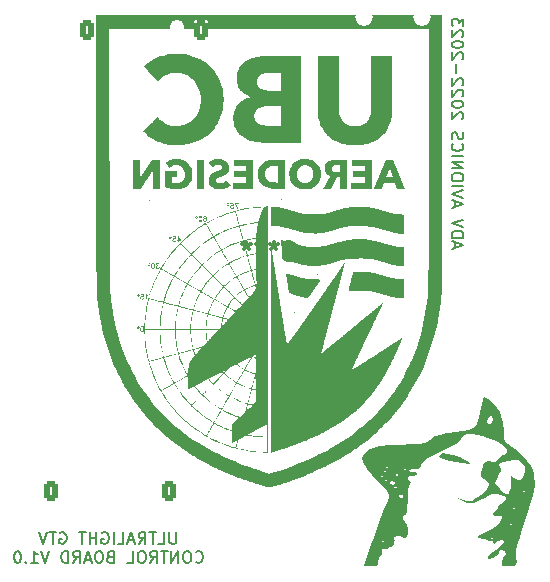
<source format=gbo>
%TF.GenerationSoftware,KiCad,Pcbnew,(6.0.1)*%
%TF.CreationDate,2022-08-20T19:26:56-07:00*%
%TF.ProjectId,frame_board,6672616d-655f-4626-9f61-72642e6b6963,rev?*%
%TF.SameCoordinates,Original*%
%TF.FileFunction,Legend,Bot*%
%TF.FilePolarity,Positive*%
%FSLAX46Y46*%
G04 Gerber Fmt 4.6, Leading zero omitted, Abs format (unit mm)*
G04 Created by KiCad (PCBNEW (6.0.1)) date 2022-08-20 19:26:56*
%MOMM*%
%LPD*%
G01*
G04 APERTURE LIST*
G04 Aperture macros list*
%AMRoundRect*
0 Rectangle with rounded corners*
0 $1 Rounding radius*
0 $2 $3 $4 $5 $6 $7 $8 $9 X,Y pos of 4 corners*
0 Add a 4 corners polygon primitive as box body*
4,1,4,$2,$3,$4,$5,$6,$7,$8,$9,$2,$3,0*
0 Add four circle primitives for the rounded corners*
1,1,$1+$1,$2,$3*
1,1,$1+$1,$4,$5*
1,1,$1+$1,$6,$7*
1,1,$1+$1,$8,$9*
0 Add four rect primitives between the rounded corners*
20,1,$1+$1,$2,$3,$4,$5,0*
20,1,$1+$1,$4,$5,$6,$7,0*
20,1,$1+$1,$6,$7,$8,$9,0*
20,1,$1+$1,$8,$9,$2,$3,0*%
G04 Aperture macros list end*
%ADD10C,0.150000*%
%ADD11C,0.300000*%
%ADD12O,1.800000X1.800000*%
%ADD13O,1.500000X1.500000*%
%ADD14RoundRect,0.250000X-0.350000X-0.625000X0.350000X-0.625000X0.350000X0.625000X-0.350000X0.625000X0*%
%ADD15O,1.200000X1.750000*%
%ADD16RoundRect,0.250000X0.350000X0.625000X-0.350000X0.625000X-0.350000X-0.625000X0.350000X-0.625000X0*%
%ADD17R,1.700000X1.700000*%
%ADD18O,1.700000X1.700000*%
G04 APERTURE END LIST*
D10*
X190933333Y-119514285D02*
X190933333Y-119038095D01*
X190647619Y-119609523D02*
X191647619Y-119276190D01*
X190647619Y-118942857D01*
X190647619Y-118609523D02*
X191647619Y-118609523D01*
X191647619Y-118371428D01*
X191600000Y-118228571D01*
X191504761Y-118133333D01*
X191409523Y-118085714D01*
X191219047Y-118038095D01*
X191076190Y-118038095D01*
X190885714Y-118085714D01*
X190790476Y-118133333D01*
X190695238Y-118228571D01*
X190647619Y-118371428D01*
X190647619Y-118609523D01*
X191647619Y-117752380D02*
X190647619Y-117419047D01*
X191647619Y-117085714D01*
X190933333Y-116038095D02*
X190933333Y-115561904D01*
X190647619Y-116133333D02*
X191647619Y-115800000D01*
X190647619Y-115466666D01*
X191647619Y-115276190D02*
X190647619Y-114942857D01*
X191647619Y-114609523D01*
X190647619Y-114276190D02*
X191647619Y-114276190D01*
X191647619Y-113609523D02*
X191647619Y-113419047D01*
X191600000Y-113323809D01*
X191504761Y-113228571D01*
X191314285Y-113180952D01*
X190980952Y-113180952D01*
X190790476Y-113228571D01*
X190695238Y-113323809D01*
X190647619Y-113419047D01*
X190647619Y-113609523D01*
X190695238Y-113704761D01*
X190790476Y-113800000D01*
X190980952Y-113847619D01*
X191314285Y-113847619D01*
X191504761Y-113800000D01*
X191600000Y-113704761D01*
X191647619Y-113609523D01*
X190647619Y-112752380D02*
X191647619Y-112752380D01*
X190647619Y-112180952D01*
X191647619Y-112180952D01*
X190647619Y-111704761D02*
X191647619Y-111704761D01*
X190742857Y-110657142D02*
X190695238Y-110704761D01*
X190647619Y-110847619D01*
X190647619Y-110942857D01*
X190695238Y-111085714D01*
X190790476Y-111180952D01*
X190885714Y-111228571D01*
X191076190Y-111276190D01*
X191219047Y-111276190D01*
X191409523Y-111228571D01*
X191504761Y-111180952D01*
X191600000Y-111085714D01*
X191647619Y-110942857D01*
X191647619Y-110847619D01*
X191600000Y-110704761D01*
X191552380Y-110657142D01*
X190695238Y-110276190D02*
X190647619Y-110133333D01*
X190647619Y-109895238D01*
X190695238Y-109800000D01*
X190742857Y-109752380D01*
X190838095Y-109704761D01*
X190933333Y-109704761D01*
X191028571Y-109752380D01*
X191076190Y-109800000D01*
X191123809Y-109895238D01*
X191171428Y-110085714D01*
X191219047Y-110180952D01*
X191266666Y-110228571D01*
X191361904Y-110276190D01*
X191457142Y-110276190D01*
X191552380Y-110228571D01*
X191600000Y-110180952D01*
X191647619Y-110085714D01*
X191647619Y-109847619D01*
X191600000Y-109704761D01*
X191552380Y-108561904D02*
X191600000Y-108514285D01*
X191647619Y-108419047D01*
X191647619Y-108180952D01*
X191600000Y-108085714D01*
X191552380Y-108038095D01*
X191457142Y-107990476D01*
X191361904Y-107990476D01*
X191219047Y-108038095D01*
X190647619Y-108609523D01*
X190647619Y-107990476D01*
X191647619Y-107371428D02*
X191647619Y-107276190D01*
X191600000Y-107180952D01*
X191552380Y-107133333D01*
X191457142Y-107085714D01*
X191266666Y-107038095D01*
X191028571Y-107038095D01*
X190838095Y-107085714D01*
X190742857Y-107133333D01*
X190695238Y-107180952D01*
X190647619Y-107276190D01*
X190647619Y-107371428D01*
X190695238Y-107466666D01*
X190742857Y-107514285D01*
X190838095Y-107561904D01*
X191028571Y-107609523D01*
X191266666Y-107609523D01*
X191457142Y-107561904D01*
X191552380Y-107514285D01*
X191600000Y-107466666D01*
X191647619Y-107371428D01*
X191552380Y-106657142D02*
X191600000Y-106609523D01*
X191647619Y-106514285D01*
X191647619Y-106276190D01*
X191600000Y-106180952D01*
X191552380Y-106133333D01*
X191457142Y-106085714D01*
X191361904Y-106085714D01*
X191219047Y-106133333D01*
X190647619Y-106704761D01*
X190647619Y-106085714D01*
X191552380Y-105704761D02*
X191600000Y-105657142D01*
X191647619Y-105561904D01*
X191647619Y-105323809D01*
X191600000Y-105228571D01*
X191552380Y-105180952D01*
X191457142Y-105133333D01*
X191361904Y-105133333D01*
X191219047Y-105180952D01*
X190647619Y-105752380D01*
X190647619Y-105133333D01*
X191028571Y-104704761D02*
X191028571Y-103942857D01*
X191552380Y-103514285D02*
X191600000Y-103466666D01*
X191647619Y-103371428D01*
X191647619Y-103133333D01*
X191600000Y-103038095D01*
X191552380Y-102990476D01*
X191457142Y-102942857D01*
X191361904Y-102942857D01*
X191219047Y-102990476D01*
X190647619Y-103561904D01*
X190647619Y-102942857D01*
X191647619Y-102323809D02*
X191647619Y-102228571D01*
X191600000Y-102133333D01*
X191552380Y-102085714D01*
X191457142Y-102038095D01*
X191266666Y-101990476D01*
X191028571Y-101990476D01*
X190838095Y-102038095D01*
X190742857Y-102085714D01*
X190695238Y-102133333D01*
X190647619Y-102228571D01*
X190647619Y-102323809D01*
X190695238Y-102419047D01*
X190742857Y-102466666D01*
X190838095Y-102514285D01*
X191028571Y-102561904D01*
X191266666Y-102561904D01*
X191457142Y-102514285D01*
X191552380Y-102466666D01*
X191600000Y-102419047D01*
X191647619Y-102323809D01*
X191552380Y-101609523D02*
X191600000Y-101561904D01*
X191647619Y-101466666D01*
X191647619Y-101228571D01*
X191600000Y-101133333D01*
X191552380Y-101085714D01*
X191457142Y-101038095D01*
X191361904Y-101038095D01*
X191219047Y-101085714D01*
X190647619Y-101657142D01*
X190647619Y-101038095D01*
X191647619Y-100704761D02*
X191647619Y-100085714D01*
X191266666Y-100419047D01*
X191266666Y-100276190D01*
X191219047Y-100180952D01*
X191171428Y-100133333D01*
X191076190Y-100085714D01*
X190838095Y-100085714D01*
X190742857Y-100133333D01*
X190695238Y-100180952D01*
X190647619Y-100276190D01*
X190647619Y-100561904D01*
X190695238Y-100657142D01*
X190742857Y-100704761D01*
X167338095Y-143547380D02*
X167338095Y-144356904D01*
X167290476Y-144452142D01*
X167242857Y-144499761D01*
X167147619Y-144547380D01*
X166957142Y-144547380D01*
X166861904Y-144499761D01*
X166814285Y-144452142D01*
X166766666Y-144356904D01*
X166766666Y-143547380D01*
X165814285Y-144547380D02*
X166290476Y-144547380D01*
X166290476Y-143547380D01*
X165623809Y-143547380D02*
X165052380Y-143547380D01*
X165338095Y-144547380D02*
X165338095Y-143547380D01*
X164147619Y-144547380D02*
X164480952Y-144071190D01*
X164719047Y-144547380D02*
X164719047Y-143547380D01*
X164338095Y-143547380D01*
X164242857Y-143595000D01*
X164195238Y-143642619D01*
X164147619Y-143737857D01*
X164147619Y-143880714D01*
X164195238Y-143975952D01*
X164242857Y-144023571D01*
X164338095Y-144071190D01*
X164719047Y-144071190D01*
X163766666Y-144261666D02*
X163290476Y-144261666D01*
X163861904Y-144547380D02*
X163528571Y-143547380D01*
X163195238Y-144547380D01*
X162385714Y-144547380D02*
X162861904Y-144547380D01*
X162861904Y-143547380D01*
X162052380Y-144547380D02*
X162052380Y-143547380D01*
X161052380Y-143595000D02*
X161147619Y-143547380D01*
X161290476Y-143547380D01*
X161433333Y-143595000D01*
X161528571Y-143690238D01*
X161576190Y-143785476D01*
X161623809Y-143975952D01*
X161623809Y-144118809D01*
X161576190Y-144309285D01*
X161528571Y-144404523D01*
X161433333Y-144499761D01*
X161290476Y-144547380D01*
X161195238Y-144547380D01*
X161052380Y-144499761D01*
X161004761Y-144452142D01*
X161004761Y-144118809D01*
X161195238Y-144118809D01*
X160576190Y-144547380D02*
X160576190Y-143547380D01*
X160576190Y-144023571D02*
X160004761Y-144023571D01*
X160004761Y-144547380D02*
X160004761Y-143547380D01*
X159671428Y-143547380D02*
X159100000Y-143547380D01*
X159385714Y-144547380D02*
X159385714Y-143547380D01*
X157480952Y-143595000D02*
X157576190Y-143547380D01*
X157719047Y-143547380D01*
X157861904Y-143595000D01*
X157957142Y-143690238D01*
X158004761Y-143785476D01*
X158052380Y-143975952D01*
X158052380Y-144118809D01*
X158004761Y-144309285D01*
X157957142Y-144404523D01*
X157861904Y-144499761D01*
X157719047Y-144547380D01*
X157623809Y-144547380D01*
X157480952Y-144499761D01*
X157433333Y-144452142D01*
X157433333Y-144118809D01*
X157623809Y-144118809D01*
X157147619Y-143547380D02*
X156576190Y-143547380D01*
X156861904Y-144547380D02*
X156861904Y-143547380D01*
X156385714Y-143547380D02*
X156052380Y-144547380D01*
X155719047Y-143547380D01*
X168980952Y-146062142D02*
X169028571Y-146109761D01*
X169171428Y-146157380D01*
X169266666Y-146157380D01*
X169409523Y-146109761D01*
X169504761Y-146014523D01*
X169552380Y-145919285D01*
X169600000Y-145728809D01*
X169600000Y-145585952D01*
X169552380Y-145395476D01*
X169504761Y-145300238D01*
X169409523Y-145205000D01*
X169266666Y-145157380D01*
X169171428Y-145157380D01*
X169028571Y-145205000D01*
X168980952Y-145252619D01*
X168361904Y-145157380D02*
X168171428Y-145157380D01*
X168076190Y-145205000D01*
X167980952Y-145300238D01*
X167933333Y-145490714D01*
X167933333Y-145824047D01*
X167980952Y-146014523D01*
X168076190Y-146109761D01*
X168171428Y-146157380D01*
X168361904Y-146157380D01*
X168457142Y-146109761D01*
X168552380Y-146014523D01*
X168600000Y-145824047D01*
X168600000Y-145490714D01*
X168552380Y-145300238D01*
X168457142Y-145205000D01*
X168361904Y-145157380D01*
X167504761Y-146157380D02*
X167504761Y-145157380D01*
X166933333Y-146157380D01*
X166933333Y-145157380D01*
X166600000Y-145157380D02*
X166028571Y-145157380D01*
X166314285Y-146157380D02*
X166314285Y-145157380D01*
X165123809Y-146157380D02*
X165457142Y-145681190D01*
X165695238Y-146157380D02*
X165695238Y-145157380D01*
X165314285Y-145157380D01*
X165219047Y-145205000D01*
X165171428Y-145252619D01*
X165123809Y-145347857D01*
X165123809Y-145490714D01*
X165171428Y-145585952D01*
X165219047Y-145633571D01*
X165314285Y-145681190D01*
X165695238Y-145681190D01*
X164504761Y-145157380D02*
X164314285Y-145157380D01*
X164219047Y-145205000D01*
X164123809Y-145300238D01*
X164076190Y-145490714D01*
X164076190Y-145824047D01*
X164123809Y-146014523D01*
X164219047Y-146109761D01*
X164314285Y-146157380D01*
X164504761Y-146157380D01*
X164600000Y-146109761D01*
X164695238Y-146014523D01*
X164742857Y-145824047D01*
X164742857Y-145490714D01*
X164695238Y-145300238D01*
X164600000Y-145205000D01*
X164504761Y-145157380D01*
X163171428Y-146157380D02*
X163647619Y-146157380D01*
X163647619Y-145157380D01*
X161742857Y-145633571D02*
X161600000Y-145681190D01*
X161552380Y-145728809D01*
X161504761Y-145824047D01*
X161504761Y-145966904D01*
X161552380Y-146062142D01*
X161600000Y-146109761D01*
X161695238Y-146157380D01*
X162076190Y-146157380D01*
X162076190Y-145157380D01*
X161742857Y-145157380D01*
X161647619Y-145205000D01*
X161600000Y-145252619D01*
X161552380Y-145347857D01*
X161552380Y-145443095D01*
X161600000Y-145538333D01*
X161647619Y-145585952D01*
X161742857Y-145633571D01*
X162076190Y-145633571D01*
X160885714Y-145157380D02*
X160695238Y-145157380D01*
X160600000Y-145205000D01*
X160504761Y-145300238D01*
X160457142Y-145490714D01*
X160457142Y-145824047D01*
X160504761Y-146014523D01*
X160600000Y-146109761D01*
X160695238Y-146157380D01*
X160885714Y-146157380D01*
X160980952Y-146109761D01*
X161076190Y-146014523D01*
X161123809Y-145824047D01*
X161123809Y-145490714D01*
X161076190Y-145300238D01*
X160980952Y-145205000D01*
X160885714Y-145157380D01*
X160076190Y-145871666D02*
X159600000Y-145871666D01*
X160171428Y-146157380D02*
X159838095Y-145157380D01*
X159504761Y-146157380D01*
X158600000Y-146157380D02*
X158933333Y-145681190D01*
X159171428Y-146157380D02*
X159171428Y-145157380D01*
X158790476Y-145157380D01*
X158695238Y-145205000D01*
X158647619Y-145252619D01*
X158600000Y-145347857D01*
X158600000Y-145490714D01*
X158647619Y-145585952D01*
X158695238Y-145633571D01*
X158790476Y-145681190D01*
X159171428Y-145681190D01*
X158171428Y-146157380D02*
X158171428Y-145157380D01*
X157933333Y-145157380D01*
X157790476Y-145205000D01*
X157695238Y-145300238D01*
X157647619Y-145395476D01*
X157600000Y-145585952D01*
X157600000Y-145728809D01*
X157647619Y-145919285D01*
X157695238Y-146014523D01*
X157790476Y-146109761D01*
X157933333Y-146157380D01*
X158171428Y-146157380D01*
X156552380Y-145157380D02*
X156219047Y-146157380D01*
X155885714Y-145157380D01*
X155028571Y-146157380D02*
X155600000Y-146157380D01*
X155314285Y-146157380D02*
X155314285Y-145157380D01*
X155409523Y-145300238D01*
X155504761Y-145395476D01*
X155600000Y-145443095D01*
X154600000Y-146062142D02*
X154552380Y-146109761D01*
X154600000Y-146157380D01*
X154647619Y-146109761D01*
X154600000Y-146062142D01*
X154600000Y-146157380D01*
X153933333Y-145157380D02*
X153838095Y-145157380D01*
X153742857Y-145205000D01*
X153695238Y-145252619D01*
X153647619Y-145347857D01*
X153600000Y-145538333D01*
X153600000Y-145776428D01*
X153647619Y-145966904D01*
X153695238Y-146062142D01*
X153742857Y-146109761D01*
X153838095Y-146157380D01*
X153933333Y-146157380D01*
X154028571Y-146109761D01*
X154076190Y-146062142D01*
X154123809Y-145966904D01*
X154171428Y-145776428D01*
X154171428Y-145538333D01*
X154123809Y-145347857D01*
X154076190Y-145252619D01*
X154028571Y-145205000D01*
X153933333Y-145157380D01*
D11*
X176542571Y-119038000D02*
X176687714Y-118965428D01*
X176905428Y-118965428D01*
X177123142Y-119038000D01*
X177268285Y-119183142D01*
X177340857Y-119328285D01*
X177413428Y-119618571D01*
X177413428Y-119836285D01*
X177340857Y-120126571D01*
X177268285Y-120271714D01*
X177123142Y-120416857D01*
X176905428Y-120489428D01*
X176760285Y-120489428D01*
X176542571Y-120416857D01*
X176470000Y-120344285D01*
X176470000Y-119836285D01*
X176760285Y-119836285D01*
X175599142Y-118965428D02*
X175599142Y-119328285D01*
X175962000Y-119183142D02*
X175599142Y-119328285D01*
X175236285Y-119183142D01*
X175816857Y-119618571D02*
X175599142Y-119328285D01*
X175381428Y-119618571D01*
X174438000Y-118965428D02*
X174438000Y-119328285D01*
X174800857Y-119183142D02*
X174438000Y-119328285D01*
X174075142Y-119183142D01*
X174655714Y-119618571D02*
X174438000Y-119328285D01*
X174220285Y-119618571D01*
X173276857Y-118965428D02*
X173276857Y-119328285D01*
X173639714Y-119183142D02*
X173276857Y-119328285D01*
X172914000Y-119183142D01*
X173494571Y-119618571D02*
X173276857Y-119328285D01*
X173059142Y-119618571D01*
G36*
X190244322Y-136929708D02*
G01*
X190780483Y-137053249D01*
X191343349Y-137226262D01*
X191821135Y-137413792D01*
X192102057Y-137580888D01*
X192129988Y-137609229D01*
X192220493Y-137739581D01*
X192101299Y-137774611D01*
X191722919Y-137734348D01*
X190928528Y-137608787D01*
X190214699Y-137447048D01*
X189770192Y-137277717D01*
X189617111Y-137107376D01*
X189659457Y-136990852D01*
X189891494Y-136889690D01*
X190244322Y-136929708D01*
G37*
G36*
X197717597Y-139580532D02*
G01*
X197611895Y-140102027D01*
X197532446Y-140494002D01*
X197372248Y-140954721D01*
X197196874Y-141513138D01*
X197162653Y-141622104D01*
X196968868Y-142297089D01*
X196809239Y-142845854D01*
X196797109Y-142887553D01*
X196734326Y-143081039D01*
X196560397Y-143617054D01*
X196412261Y-144021780D01*
X196340995Y-144216486D01*
X196286554Y-144356555D01*
X196103632Y-145029560D01*
X196113816Y-145591066D01*
X196124510Y-145651969D01*
X196159190Y-146051939D01*
X196122253Y-146297904D01*
X196098421Y-146323290D01*
X195840490Y-146414959D01*
X195430835Y-146452027D01*
X195360696Y-146451831D01*
X195013325Y-146425908D01*
X194889363Y-146314420D01*
X194910044Y-146057735D01*
X194991391Y-145783255D01*
X195123486Y-145578111D01*
X195262670Y-145379211D01*
X195192451Y-145148943D01*
X194938722Y-145040916D01*
X194759247Y-145070344D01*
X194702191Y-145180556D01*
X194651093Y-145338325D01*
X194422666Y-145554254D01*
X194121916Y-145743620D01*
X193855961Y-145824866D01*
X193771273Y-145816541D01*
X193707022Y-145696413D01*
X193917234Y-145436573D01*
X194399210Y-145040916D01*
X194690371Y-144811313D01*
X194989016Y-144541183D01*
X195104765Y-144384615D01*
X195087074Y-144329790D01*
X194896508Y-144260214D01*
X194605832Y-144302329D01*
X194352173Y-144445113D01*
X194209452Y-144551355D01*
X194164025Y-144428338D01*
X194132339Y-144334540D01*
X193933861Y-144311738D01*
X193814994Y-144335534D01*
X193611027Y-144250117D01*
X193511922Y-144168864D01*
X193214031Y-144100175D01*
X193040609Y-144072037D01*
X192989472Y-144021780D01*
X194007235Y-144021780D01*
X194085630Y-144100175D01*
X194164025Y-144021780D01*
X194085630Y-143943385D01*
X194007235Y-144021780D01*
X192989472Y-144021780D01*
X192909704Y-143943385D01*
X192915726Y-143901395D01*
X193074025Y-143786595D01*
X193239501Y-143728637D01*
X193601066Y-143538670D01*
X194057952Y-143262300D01*
X194268811Y-143120996D01*
X194315574Y-143081039D01*
X195104765Y-143081039D01*
X195183160Y-143159434D01*
X195261556Y-143081039D01*
X195183160Y-143002644D01*
X195104765Y-143081039D01*
X194315574Y-143081039D01*
X194686252Y-142764308D01*
X195608634Y-142764308D01*
X195627399Y-142950381D01*
X195674559Y-142974910D01*
X195731926Y-142845854D01*
X195720611Y-142762850D01*
X195627399Y-142741327D01*
X195608634Y-142764308D01*
X194686252Y-142764308D01*
X194731817Y-142725374D01*
X194903064Y-142399402D01*
X194906767Y-142287196D01*
X194826761Y-142128354D01*
X194546297Y-142156744D01*
X194252923Y-142178109D01*
X194164025Y-142017280D01*
X194194466Y-141892329D01*
X194409148Y-141687810D01*
X194522873Y-141615106D01*
X194542106Y-141513138D01*
X195888716Y-141513138D01*
X195967111Y-141591533D01*
X196045506Y-141513138D01*
X195967111Y-141434743D01*
X195888716Y-141513138D01*
X194542106Y-141513138D01*
X194556684Y-141435850D01*
X194540391Y-141355878D01*
X194698020Y-141277953D01*
X194871871Y-141196889D01*
X195086317Y-140980912D01*
X195236727Y-140741301D01*
X195235061Y-140590716D01*
X195074917Y-140498449D01*
X194533793Y-140311402D01*
X194040100Y-140303776D01*
X193693536Y-140482566D01*
X193675665Y-140499301D01*
X193453422Y-140645424D01*
X193092867Y-140846780D01*
X192545366Y-141057851D01*
X191918045Y-141092999D01*
X191410967Y-140873178D01*
X191236273Y-140727871D01*
X191204010Y-140667261D01*
X191420197Y-140736550D01*
X191436605Y-140742356D01*
X191991807Y-140895969D01*
X192389356Y-140882507D01*
X192736304Y-140698907D01*
X193129466Y-140388182D01*
X193611896Y-139924535D01*
X193821599Y-139560233D01*
X193797556Y-139435332D01*
X194299378Y-139435332D01*
X194731406Y-139886272D01*
X194824542Y-139977339D01*
X195123022Y-140206208D01*
X195382431Y-140334748D01*
X195530945Y-140335354D01*
X195496741Y-140180422D01*
X195473418Y-140118716D01*
X195492538Y-140102027D01*
X196672667Y-140102027D01*
X196751062Y-140180422D01*
X196829457Y-140102027D01*
X196751062Y-140023632D01*
X196672667Y-140102027D01*
X195492538Y-140102027D01*
X195582351Y-140023632D01*
X195598146Y-140022249D01*
X195705421Y-139850810D01*
X195706468Y-139411304D01*
X195648073Y-138798975D01*
X196073077Y-139018753D01*
X196286095Y-139116199D01*
X196513566Y-139127232D01*
X196672344Y-138925701D01*
X196827070Y-138464054D01*
X196859706Y-138335009D01*
X196847853Y-137992450D01*
X196604595Y-137681478D01*
X196465777Y-137559731D01*
X196236876Y-137440584D01*
X195934294Y-137433928D01*
X195443465Y-137524250D01*
X195059519Y-137615284D01*
X194732447Y-137740784D01*
X194654723Y-137884404D01*
X194789260Y-138077509D01*
X194798603Y-138087830D01*
X194820500Y-138357767D01*
X194621751Y-138833853D01*
X194614326Y-138847706D01*
X194299378Y-139435332D01*
X193797556Y-139435332D01*
X193766923Y-139276194D01*
X193456217Y-139053336D01*
X193392895Y-139023081D01*
X193184523Y-138847706D01*
X193850444Y-138847706D01*
X193928839Y-138926101D01*
X194007235Y-138847706D01*
X193928839Y-138769311D01*
X193850444Y-138847706D01*
X193184523Y-138847706D01*
X193158430Y-138825745D01*
X193171193Y-138547130D01*
X193231173Y-138325235D01*
X193285438Y-137940717D01*
X193303413Y-137853293D01*
X193513078Y-137636955D01*
X193847710Y-137532853D01*
X194167644Y-137595622D01*
X194344588Y-137585405D01*
X194577421Y-137375197D01*
X194778206Y-137162033D01*
X195026008Y-137044619D01*
X195129371Y-137033483D01*
X195345187Y-136854973D01*
X195326449Y-136517208D01*
X195294414Y-136461112D01*
X194985016Y-136209181D01*
X194372777Y-135880206D01*
X193458469Y-135474621D01*
X193351641Y-135435676D01*
X192909293Y-135331343D01*
X192403805Y-135265516D01*
X191957699Y-135250432D01*
X191693496Y-135298329D01*
X191605750Y-135387401D01*
X191477533Y-135680888D01*
X191302271Y-135896859D01*
X190854853Y-136186537D01*
X190165877Y-136526892D01*
X190046700Y-136580720D01*
X189145165Y-137015199D01*
X188524020Y-137374776D01*
X188164842Y-137671555D01*
X188049210Y-137917642D01*
X188037782Y-138015175D01*
X188000954Y-138063755D01*
X187931617Y-138155216D01*
X187791438Y-138170778D01*
X187461323Y-138207403D01*
X187378338Y-138220545D01*
X187275716Y-138236797D01*
X187036158Y-138327207D01*
X187038928Y-138377336D01*
X187041054Y-138415795D01*
X187317523Y-138455731D01*
X187600694Y-138497421D01*
X187735630Y-138612521D01*
X187686307Y-138664784D01*
X187638312Y-138715640D01*
X187343654Y-138769311D01*
X187087977Y-138815342D01*
X187083486Y-138821574D01*
X186951679Y-139004496D01*
X186971657Y-139113002D01*
X186998938Y-139135154D01*
X187127667Y-139239681D01*
X187213404Y-139280050D01*
X187150690Y-139396471D01*
X187108443Y-139474898D01*
X187014742Y-139708116D01*
X186997759Y-139829356D01*
X186942099Y-140226697D01*
X186933487Y-140494002D01*
X186918662Y-140954191D01*
X186915148Y-141442950D01*
X186886401Y-141883364D01*
X186822385Y-142092561D01*
X186714794Y-142117951D01*
X186678678Y-142107052D01*
X186551600Y-142177415D01*
X186572696Y-142410863D01*
X186738224Y-142712444D01*
X186765959Y-142748926D01*
X186995361Y-143243270D01*
X186933591Y-143754259D01*
X186886160Y-143870511D01*
X186735050Y-144026004D01*
X186471571Y-143938173D01*
X186303989Y-143870802D01*
X185992610Y-143842319D01*
X185782313Y-143926873D01*
X185775936Y-144100471D01*
X185822376Y-144230184D01*
X185811519Y-144335360D01*
X185791830Y-144526091D01*
X185647504Y-144766345D01*
X185448008Y-144821991D01*
X185340987Y-144799420D01*
X185226988Y-144884126D01*
X185193812Y-144946411D01*
X184991802Y-144940825D01*
X184828511Y-144937814D01*
X184756617Y-145171678D01*
X184729141Y-145369683D01*
X184599827Y-145589681D01*
X184500848Y-145737318D01*
X184443037Y-146069305D01*
X184442935Y-146091449D01*
X184400875Y-146327733D01*
X184222231Y-146429944D01*
X183819054Y-146452027D01*
X183195070Y-146452027D01*
X183934932Y-144335360D01*
X184756617Y-144335360D01*
X184835012Y-144413755D01*
X184913407Y-144335360D01*
X184835012Y-144256965D01*
X184756617Y-144335360D01*
X183934932Y-144335360D01*
X183976035Y-144217768D01*
X184212307Y-143544315D01*
X184506074Y-142720050D01*
X184734906Y-142101560D01*
X184920153Y-141633502D01*
X185083162Y-141260530D01*
X185245281Y-140927302D01*
X185349220Y-140653787D01*
X185341867Y-140494002D01*
X186167728Y-140494002D01*
X186197644Y-140568932D01*
X186412167Y-140650792D01*
X186524159Y-140628230D01*
X186559704Y-140494002D01*
X186527612Y-140451182D01*
X186315265Y-140337212D01*
X186280261Y-140341700D01*
X186167728Y-140494002D01*
X185341867Y-140494002D01*
X185337251Y-140393689D01*
X185179820Y-140091722D01*
X184914335Y-139772114D01*
X185739822Y-139772114D01*
X185742250Y-139825637D01*
X185945609Y-139854464D01*
X186099726Y-139829356D01*
X186040336Y-139759736D01*
X185949668Y-139734686D01*
X185739822Y-139772114D01*
X184914335Y-139772114D01*
X184847719Y-139691918D01*
X184561683Y-139396471D01*
X185462173Y-139396471D01*
X185494265Y-139439291D01*
X185706611Y-139553261D01*
X185741616Y-139548774D01*
X185854148Y-139396471D01*
X185824232Y-139321541D01*
X185609710Y-139239681D01*
X185497717Y-139262243D01*
X185462173Y-139396471D01*
X184561683Y-139396471D01*
X184354347Y-139182314D01*
X184941141Y-139182314D01*
X185070197Y-139239681D01*
X185153202Y-139228366D01*
X185174724Y-139135154D01*
X185151744Y-139116390D01*
X184965671Y-139135154D01*
X184941141Y-139182314D01*
X184354347Y-139182314D01*
X184311743Y-139138308D01*
X184239599Y-139065498D01*
X184063098Y-138868734D01*
X184627561Y-138868734D01*
X184756617Y-138926101D01*
X184839621Y-138914786D01*
X184861144Y-138821574D01*
X184838164Y-138802809D01*
X184652091Y-138821574D01*
X184627561Y-138868734D01*
X184063098Y-138868734D01*
X183922455Y-138711944D01*
X185881882Y-138711944D01*
X186010938Y-138769311D01*
X186093942Y-138757996D01*
X186115465Y-138664784D01*
X186092485Y-138646019D01*
X185906411Y-138664784D01*
X185881882Y-138711944D01*
X183922455Y-138711944D01*
X183622305Y-138377336D01*
X184913407Y-138377336D01*
X184991802Y-138455731D01*
X185070197Y-138377336D01*
X184991802Y-138298940D01*
X184913407Y-138377336D01*
X183622305Y-138377336D01*
X183590282Y-138341637D01*
X183511062Y-138220545D01*
X186638099Y-138220545D01*
X186716494Y-138298940D01*
X186794889Y-138220545D01*
X186716494Y-138142150D01*
X186638099Y-138220545D01*
X183511062Y-138220545D01*
X183408487Y-138063755D01*
X185070197Y-138063755D01*
X185148593Y-138142150D01*
X185226988Y-138063755D01*
X185148593Y-137985360D01*
X185070197Y-138063755D01*
X183408487Y-138063755D01*
X183206900Y-137755621D01*
X183082404Y-137293391D01*
X183209743Y-136940889D01*
X183236565Y-136909305D01*
X183548540Y-136634020D01*
X183968553Y-136432268D01*
X184547796Y-136291135D01*
X185337467Y-136197711D01*
X186388758Y-136139083D01*
X187252952Y-136099665D01*
X187868036Y-136051837D01*
X188282084Y-135987047D01*
X188551599Y-135896428D01*
X188733087Y-135771111D01*
X188781613Y-135727498D01*
X188997827Y-135572892D01*
X189284898Y-135441139D01*
X189690865Y-135319706D01*
X190263763Y-135196059D01*
X191051629Y-135057665D01*
X192102501Y-134891991D01*
X192117298Y-134889642D01*
X192502134Y-134741905D01*
X192785683Y-134415132D01*
X192876507Y-134174279D01*
X193644181Y-134174279D01*
X193646100Y-134342861D01*
X193853806Y-134379187D01*
X194048256Y-134330760D01*
X194164025Y-134074860D01*
X194163748Y-134048132D01*
X194087388Y-133742771D01*
X193918601Y-133720218D01*
X193719943Y-133992128D01*
X193644181Y-134174279D01*
X192876507Y-134174279D01*
X192993201Y-133864821D01*
X193149945Y-133046471D01*
X193193069Y-132756442D01*
X193280045Y-132326459D01*
X193392869Y-132147974D01*
X193576214Y-132180010D01*
X193874752Y-132381587D01*
X194232209Y-132709549D01*
X194709403Y-133416060D01*
X194948730Y-134074860D01*
X195005096Y-134230021D01*
X195066650Y-135034280D01*
X195047839Y-135253076D01*
X195052917Y-135632932D01*
X195164463Y-135864755D01*
X195422328Y-136063904D01*
X195998110Y-136489875D01*
X196574178Y-137008198D01*
X197061894Y-137532119D01*
X197372898Y-137975065D01*
X197508518Y-138335009D01*
X197622886Y-138638547D01*
X197717597Y-139580532D01*
G37*
G36*
X175872000Y-119324000D02*
G01*
X175868000Y-119328000D01*
X175864000Y-119324000D01*
X175868000Y-119320000D01*
X175872000Y-119324000D01*
G37*
G36*
X178464000Y-120996000D02*
G01*
X178460000Y-121000000D01*
X178456000Y-120996000D01*
X178460000Y-120992000D01*
X178464000Y-120996000D01*
G37*
G36*
X178840000Y-119108000D02*
G01*
X178836000Y-119112000D01*
X178832000Y-119108000D01*
X178836000Y-119104000D01*
X178840000Y-119108000D01*
G37*
G36*
X175384026Y-119436753D02*
G01*
X175388687Y-119463698D01*
X175396247Y-119507706D01*
X175402787Y-119546150D01*
X175407730Y-119575633D01*
X175410499Y-119592753D01*
X175411543Y-119599493D01*
X175415304Y-119623280D01*
X175420792Y-119657632D01*
X175427445Y-119699041D01*
X175434703Y-119744000D01*
X175435799Y-119750778D01*
X175444817Y-119806650D01*
X175454594Y-119867406D01*
X175464024Y-119926153D01*
X175471998Y-119976000D01*
X175474811Y-119993574D01*
X175481183Y-120033195D01*
X175489534Y-120084975D01*
X175499504Y-120146679D01*
X175510730Y-120216070D01*
X175522850Y-120290912D01*
X175535504Y-120368967D01*
X175548329Y-120448000D01*
X175558206Y-120508936D01*
X175569963Y-120581753D01*
X175580834Y-120649391D01*
X175590539Y-120710082D01*
X175598795Y-120762058D01*
X175605320Y-120803548D01*
X175609833Y-120832785D01*
X175612052Y-120848000D01*
X175612514Y-120851466D01*
X175616071Y-120875649D01*
X175621532Y-120910557D01*
X175628240Y-120952052D01*
X175635539Y-120996000D01*
X175636377Y-121000979D01*
X175644216Y-121048181D01*
X175651872Y-121095220D01*
X175658506Y-121136894D01*
X175663279Y-121168000D01*
X175665833Y-121184782D01*
X175670873Y-121217198D01*
X175677887Y-121261899D01*
X175686578Y-121317008D01*
X175696649Y-121380649D01*
X175707805Y-121450946D01*
X175719749Y-121526021D01*
X175732183Y-121604000D01*
X175742671Y-121669732D01*
X175754928Y-121746645D01*
X175766539Y-121819604D01*
X175777192Y-121886635D01*
X175786571Y-121945765D01*
X175794365Y-121995019D01*
X175800260Y-122032422D01*
X175803941Y-122056000D01*
X175806692Y-122073810D01*
X175815228Y-122128971D01*
X175823676Y-122183341D01*
X175832360Y-122238995D01*
X175841608Y-122298005D01*
X175851744Y-122362446D01*
X175863096Y-122434393D01*
X175875989Y-122515918D01*
X175890749Y-122609095D01*
X175907702Y-122716000D01*
X175919045Y-122787638D01*
X175930632Y-122861107D01*
X175941320Y-122929186D01*
X175950841Y-122990140D01*
X175958924Y-123042233D01*
X175965299Y-123083731D01*
X175969696Y-123112898D01*
X175971845Y-123128000D01*
X175972368Y-123131986D01*
X175975648Y-123154709D01*
X175980908Y-123189414D01*
X175987693Y-123233158D01*
X175995548Y-123283001D01*
X176004017Y-123336000D01*
X176004948Y-123341780D01*
X176029196Y-123492502D01*
X176051006Y-123628174D01*
X176070492Y-123749515D01*
X176087769Y-123857244D01*
X176102950Y-123952079D01*
X176116151Y-124034741D01*
X176127484Y-124105946D01*
X176137064Y-124166415D01*
X176145006Y-124216865D01*
X176151423Y-124258016D01*
X176156430Y-124290586D01*
X176160141Y-124315294D01*
X176162669Y-124332859D01*
X176164130Y-124344000D01*
X176167135Y-124366141D01*
X176173262Y-124403961D01*
X176180040Y-124440000D01*
X176180843Y-124443981D01*
X176186370Y-124473991D01*
X176193189Y-124514207D01*
X176200510Y-124559855D01*
X176207543Y-124606164D01*
X176207639Y-124606818D01*
X176212877Y-124641446D01*
X176220303Y-124689204D01*
X176229502Y-124747498D01*
X176240061Y-124813734D01*
X176251567Y-124885319D01*
X176263606Y-124959661D01*
X176275765Y-125034164D01*
X176278478Y-125050722D01*
X176289887Y-125120448D01*
X176300596Y-125186040D01*
X176310290Y-125245555D01*
X176318653Y-125297051D01*
X176325370Y-125338585D01*
X176330125Y-125368215D01*
X176332602Y-125384000D01*
X176333968Y-125393090D01*
X176337760Y-125418265D01*
X176340444Y-125436000D01*
X176340809Y-125438378D01*
X176344522Y-125461926D01*
X176350550Y-125499506D01*
X176358645Y-125549604D01*
X176368561Y-125610708D01*
X176380050Y-125681307D01*
X176392864Y-125759888D01*
X176406756Y-125844938D01*
X176421479Y-125934946D01*
X176436784Y-126028399D01*
X176452424Y-126123785D01*
X176468152Y-126219591D01*
X176483721Y-126314305D01*
X176498882Y-126406416D01*
X176513389Y-126494410D01*
X176526994Y-126576775D01*
X176539449Y-126652000D01*
X176539745Y-126653785D01*
X176545374Y-126687984D01*
X176552851Y-126733708D01*
X176561522Y-126786953D01*
X176570737Y-126843718D01*
X176579843Y-126900000D01*
X176580801Y-126905916D01*
X176590322Y-126963504D01*
X176602168Y-127033452D01*
X176615810Y-127112747D01*
X176630722Y-127198377D01*
X176646377Y-127287330D01*
X176662248Y-127376593D01*
X176677807Y-127463153D01*
X176692527Y-127544000D01*
X176692548Y-127544115D01*
X176696508Y-127566440D01*
X176700871Y-127592000D01*
X176702378Y-127600713D01*
X176707466Y-127621901D01*
X176714484Y-127631559D01*
X176725690Y-127629656D01*
X176743341Y-127616160D01*
X176769696Y-127591041D01*
X176772834Y-127587929D01*
X176804106Y-127554956D01*
X176836669Y-127517826D01*
X176863958Y-127484000D01*
X176866272Y-127480949D01*
X176892510Y-127447182D01*
X176920713Y-127412029D01*
X176945163Y-127382631D01*
X176947975Y-127379325D01*
X176966231Y-127356737D01*
X176979119Y-127338855D01*
X176984000Y-127329298D01*
X176984098Y-127327832D01*
X176990055Y-127318666D01*
X176990604Y-127318296D01*
X176998796Y-127309217D01*
X177014094Y-127290137D01*
X177034528Y-127263563D01*
X177058129Y-127232000D01*
X177060522Y-127228759D01*
X177085012Y-127195692D01*
X177106982Y-127166186D01*
X177124110Y-127143349D01*
X177134075Y-127130289D01*
X177153790Y-127104799D01*
X177179242Y-127071091D01*
X177206665Y-127034135D01*
X177234405Y-126996223D01*
X177260810Y-126959648D01*
X177284226Y-126926702D01*
X177302998Y-126899678D01*
X177315474Y-126880866D01*
X177320000Y-126872559D01*
X177322560Y-126866572D01*
X177333325Y-126854979D01*
X177341287Y-126846773D01*
X177356568Y-126827620D01*
X177373269Y-126804000D01*
X177387001Y-126783749D01*
X177410020Y-126750742D01*
X177432070Y-126720000D01*
X177444705Y-126702670D01*
X177478342Y-126655819D01*
X177502626Y-126620720D01*
X177517277Y-126597775D01*
X177524174Y-126587304D01*
X177533462Y-126576919D01*
X177541939Y-126567981D01*
X177553764Y-126552000D01*
X177559344Y-126543835D01*
X177574108Y-126522656D01*
X177593755Y-126494757D01*
X177615574Y-126464000D01*
X177628698Y-126445549D01*
X177651081Y-126414006D01*
X177670404Y-126386690D01*
X177683549Y-126368000D01*
X177693146Y-126354323D01*
X177712211Y-126327328D01*
X177731622Y-126300000D01*
X177738824Y-126289815D01*
X177759090Y-126260710D01*
X177782758Y-126226300D01*
X177806068Y-126192039D01*
X177819296Y-126172594D01*
X177838441Y-126144912D01*
X177853589Y-126123566D01*
X177862293Y-126112039D01*
X177870993Y-126101705D01*
X177892536Y-126074387D01*
X177906825Y-126053444D01*
X177912000Y-126041511D01*
X177912129Y-126039830D01*
X177918423Y-126030666D01*
X177924594Y-126023954D01*
X177937881Y-126006679D01*
X177956213Y-125981667D01*
X177977589Y-125951721D01*
X178000012Y-125919641D01*
X178021482Y-125888228D01*
X178040000Y-125860285D01*
X178043701Y-125854694D01*
X178058051Y-125833882D01*
X178074470Y-125810882D01*
X178077437Y-125806786D01*
X178095242Y-125781873D01*
X178119254Y-125747922D01*
X178147125Y-125708289D01*
X178176505Y-125666325D01*
X178205045Y-125625387D01*
X178230395Y-125588827D01*
X178250206Y-125560000D01*
X178252993Y-125555924D01*
X178270536Y-125530488D01*
X178293974Y-125496745D01*
X178320584Y-125458611D01*
X178347640Y-125420000D01*
X178377151Y-125377851D01*
X178413341Y-125325923D01*
X178449556Y-125273754D01*
X178481167Y-125228000D01*
X178488002Y-125218077D01*
X178513666Y-125180894D01*
X178537469Y-125146512D01*
X178557012Y-125118393D01*
X178569895Y-125100000D01*
X178576227Y-125091016D01*
X178593007Y-125066994D01*
X178606078Y-125048000D01*
X178616711Y-125032926D01*
X178623816Y-125024000D01*
X178628806Y-125017381D01*
X178641047Y-124999909D01*
X178658460Y-124974508D01*
X178679094Y-124944000D01*
X178701565Y-124910642D01*
X178731244Y-124866920D01*
X178754116Y-124833784D01*
X178771392Y-124809513D01*
X178784283Y-124792385D01*
X178794000Y-124780680D01*
X178803068Y-124768159D01*
X178808000Y-124755158D01*
X178808371Y-124751856D01*
X178814937Y-124742666D01*
X178816226Y-124741543D01*
X178825152Y-124730433D01*
X178840498Y-124709643D01*
X178860417Y-124681814D01*
X178883064Y-124649585D01*
X178906592Y-124615598D01*
X178929155Y-124582493D01*
X178948906Y-124552910D01*
X178964000Y-124529488D01*
X178968748Y-124522367D01*
X178980275Y-124507491D01*
X178983698Y-124503058D01*
X178995399Y-124486578D01*
X179013202Y-124460789D01*
X179035398Y-124428176D01*
X179060275Y-124391224D01*
X179072066Y-124373621D01*
X179096609Y-124337014D01*
X179114566Y-124310391D01*
X179127611Y-124291378D01*
X179137418Y-124277605D01*
X179145661Y-124266699D01*
X179154013Y-124256288D01*
X179164148Y-124244000D01*
X179167641Y-124239656D01*
X179179286Y-124223024D01*
X179183991Y-124212515D01*
X179187882Y-124203177D01*
X179198886Y-124188515D01*
X179199621Y-124187677D01*
X179210542Y-124173613D01*
X179227882Y-124149733D01*
X179249407Y-124119159D01*
X179272886Y-124085013D01*
X179273022Y-124084812D01*
X179298022Y-124048162D01*
X179322434Y-124012612D01*
X179343466Y-123982211D01*
X179358327Y-123961013D01*
X179368763Y-123946173D01*
X179388832Y-123917230D01*
X179412374Y-123882962D01*
X179436196Y-123848000D01*
X179452826Y-123823568D01*
X179477342Y-123787822D01*
X179499576Y-123755690D01*
X179516199Y-123732000D01*
X179516386Y-123731738D01*
X179532208Y-123709196D01*
X179554096Y-123677625D01*
X179579181Y-123641176D01*
X179604597Y-123604000D01*
X179628379Y-123569260D01*
X179658845Y-123525129D01*
X179688304Y-123482799D01*
X179712783Y-123448000D01*
X179721945Y-123435036D01*
X179751077Y-123393360D01*
X179781847Y-123348822D01*
X179808952Y-123309086D01*
X179830715Y-123276958D01*
X179857334Y-123238012D01*
X179877009Y-123209787D01*
X179890858Y-123190687D01*
X179900000Y-123179116D01*
X179902500Y-123175845D01*
X179913298Y-123160546D01*
X179930319Y-123135759D01*
X179951806Y-123104053D01*
X179976000Y-123068000D01*
X179988199Y-123049792D01*
X180011323Y-123015592D01*
X180030908Y-122987033D01*
X180045188Y-122966680D01*
X180052395Y-122957099D01*
X180054800Y-122954116D01*
X180065666Y-122939236D01*
X180082855Y-122914878D01*
X180104563Y-122883610D01*
X180128989Y-122848000D01*
X180133973Y-122840698D01*
X180163126Y-122798139D01*
X180193039Y-122754698D01*
X180220464Y-122715083D01*
X180242153Y-122684000D01*
X180262084Y-122655489D01*
X180289888Y-122615456D01*
X180319596Y-122572475D01*
X180347428Y-122532000D01*
X180348496Y-122530442D01*
X180373679Y-122493801D01*
X180398020Y-122458554D01*
X180418791Y-122428640D01*
X180433264Y-122408000D01*
X180436914Y-122402817D01*
X180453120Y-122379469D01*
X180475064Y-122347534D01*
X180500329Y-122310536D01*
X180526501Y-122272000D01*
X180538479Y-122254361D01*
X180561130Y-122221302D01*
X180579912Y-122194279D01*
X180593141Y-122175707D01*
X180599130Y-122168000D01*
X180602882Y-122163665D01*
X180613751Y-122148830D01*
X180628000Y-122128000D01*
X180637600Y-122113807D01*
X180649885Y-122096436D01*
X180656617Y-122088000D01*
X180657020Y-122087585D01*
X180664267Y-122077958D01*
X180678232Y-122058254D01*
X180697018Y-122031251D01*
X180718728Y-121999722D01*
X180741463Y-121966445D01*
X180763326Y-121934194D01*
X180782420Y-121905746D01*
X180796848Y-121883876D01*
X180804711Y-121871360D01*
X180811522Y-121860659D01*
X180825674Y-121842055D01*
X180834230Y-121830928D01*
X180849772Y-121809269D01*
X180869798Y-121780559D01*
X180892044Y-121748000D01*
X180892226Y-121747731D01*
X180913590Y-121716442D01*
X180931856Y-121690231D01*
X180945090Y-121671837D01*
X180951357Y-121664000D01*
X180957659Y-121656409D01*
X180970177Y-121639067D01*
X180985940Y-121616000D01*
X181000538Y-121594434D01*
X181023518Y-121560952D01*
X181051538Y-121520433D01*
X181082393Y-121476044D01*
X181113883Y-121430954D01*
X181143804Y-121388330D01*
X181169953Y-121351340D01*
X181181858Y-121334428D01*
X181202239Y-121305181D01*
X181226124Y-121270689D01*
X181250467Y-121235340D01*
X181269288Y-121208083D01*
X181295887Y-121169986D01*
X181320667Y-121134925D01*
X181340041Y-121108000D01*
X181352593Y-121090618D01*
X181376172Y-121057351D01*
X181402494Y-121019687D01*
X181427851Y-120982904D01*
X181447219Y-120954789D01*
X181467850Y-120925322D01*
X181484341Y-120902294D01*
X181494277Y-120889110D01*
X181497041Y-120885682D01*
X181511883Y-120866237D01*
X181528000Y-120844004D01*
X181531028Y-120839741D01*
X181549219Y-120815154D01*
X181565991Y-120793798D01*
X181567962Y-120791374D01*
X181579341Y-120775638D01*
X181583991Y-120766000D01*
X181585334Y-120763253D01*
X181596000Y-120760000D01*
X181601474Y-120760438D01*
X181608000Y-120763960D01*
X181606624Y-120770148D01*
X181601713Y-120790282D01*
X181593670Y-120822607D01*
X181582945Y-120865329D01*
X181569990Y-120916658D01*
X181555253Y-120974799D01*
X181539185Y-121037960D01*
X181526941Y-121086057D01*
X181510872Y-121149328D01*
X181496040Y-121207901D01*
X181482989Y-121259616D01*
X181472264Y-121302311D01*
X181464410Y-121333826D01*
X181459972Y-121352000D01*
X181457747Y-121361201D01*
X181450432Y-121390383D01*
X181440481Y-121429216D01*
X181428912Y-121473741D01*
X181416744Y-121520000D01*
X181416554Y-121520715D01*
X181403913Y-121568645D01*
X181388579Y-121627060D01*
X181371841Y-121691038D01*
X181354986Y-121755658D01*
X181339301Y-121816000D01*
X181335658Y-121830043D01*
X181321509Y-121884516D01*
X181307878Y-121936897D01*
X181295638Y-121983838D01*
X181285664Y-122021989D01*
X181278827Y-122048000D01*
X181277474Y-122053121D01*
X181269647Y-122082921D01*
X181263445Y-122106805D01*
X181260111Y-122120000D01*
X181259625Y-122121966D01*
X181255574Y-122137654D01*
X181248484Y-122164684D01*
X181239197Y-122199864D01*
X181228552Y-122240000D01*
X181224087Y-122256805D01*
X181206171Y-122324317D01*
X181187561Y-122394573D01*
X181168857Y-122465296D01*
X181150658Y-122534211D01*
X181133566Y-122599041D01*
X181118181Y-122657511D01*
X181105101Y-122707344D01*
X181094929Y-122746266D01*
X181088263Y-122772000D01*
X181087744Y-122774021D01*
X181079785Y-122804616D01*
X181069105Y-122845175D01*
X181057037Y-122890651D01*
X181044914Y-122936000D01*
X181039185Y-122957400D01*
X181023162Y-123017651D01*
X181003716Y-123091236D01*
X180981242Y-123176645D01*
X180956139Y-123272365D01*
X180928803Y-123376885D01*
X180899632Y-123488695D01*
X180888629Y-123530513D01*
X180873512Y-123587170D01*
X180857874Y-123645100D01*
X180843759Y-123696695D01*
X180835429Y-123727009D01*
X180825854Y-123762254D01*
X180815547Y-123800652D01*
X180804045Y-123843966D01*
X180790885Y-123893960D01*
X180775600Y-123952396D01*
X180757729Y-124021039D01*
X180736806Y-124101653D01*
X180712367Y-124196000D01*
X180711725Y-124198478D01*
X180697178Y-124254014D01*
X180680585Y-124316418D01*
X180663942Y-124378233D01*
X180649244Y-124432000D01*
X180646851Y-124440681D01*
X180633529Y-124489788D01*
X180620312Y-124539629D01*
X180608614Y-124584825D01*
X180599846Y-124620000D01*
X180597431Y-124629881D01*
X180585816Y-124674959D01*
X180572464Y-124723995D01*
X180559806Y-124768000D01*
X180554380Y-124786432D01*
X180544385Y-124821829D01*
X180536374Y-124852035D01*
X180531713Y-124872000D01*
X180531473Y-124873198D01*
X180527272Y-124891117D01*
X180519655Y-124921234D01*
X180509372Y-124960673D01*
X180497171Y-125006554D01*
X180483803Y-125056000D01*
X180470955Y-125103433D01*
X180455402Y-125161528D01*
X180440439Y-125218070D01*
X180427287Y-125268435D01*
X180417170Y-125308000D01*
X180407989Y-125344241D01*
X180397016Y-125386871D01*
X180387141Y-125424554D01*
X180379739Y-125452000D01*
X180372371Y-125478999D01*
X180361806Y-125518655D01*
X180352090Y-125556000D01*
X180351059Y-125560018D01*
X180342937Y-125591242D01*
X180332153Y-125632221D01*
X180319990Y-125678094D01*
X180307731Y-125724000D01*
X180305738Y-125731442D01*
X180293713Y-125776574D01*
X180279038Y-125831955D01*
X180262862Y-125893225D01*
X180246337Y-125956026D01*
X180230614Y-126016000D01*
X180228680Y-126023391D01*
X180212269Y-126086091D01*
X180194806Y-126152766D01*
X180177565Y-126218551D01*
X180161821Y-126278583D01*
X180148847Y-126328000D01*
X180138052Y-126369116D01*
X180121103Y-126433765D01*
X180103214Y-126502088D01*
X180085100Y-126571351D01*
X180067475Y-126638817D01*
X180051054Y-126701751D01*
X180036552Y-126757416D01*
X180024682Y-126803078D01*
X180016160Y-126836000D01*
X180013590Y-126845929D01*
X180004965Y-126878973D01*
X179993859Y-126921263D01*
X179981430Y-126968404D01*
X179968833Y-127016000D01*
X179957157Y-127060155D01*
X179941820Y-127118437D01*
X179925000Y-127182593D01*
X179907390Y-127249954D01*
X179889686Y-127317851D01*
X179872582Y-127383617D01*
X179856774Y-127444583D01*
X179842955Y-127498081D01*
X179831821Y-127541442D01*
X179824066Y-127572000D01*
X179823721Y-127573373D01*
X179817019Y-127599744D01*
X179807232Y-127637866D01*
X179795256Y-127684265D01*
X179781988Y-127735468D01*
X179768325Y-127788000D01*
X179759669Y-127821248D01*
X179740252Y-127896099D01*
X179721007Y-127970624D01*
X179702417Y-128042926D01*
X179684964Y-128111113D01*
X179669132Y-128173289D01*
X179655403Y-128227560D01*
X179644261Y-128272032D01*
X179636189Y-128304810D01*
X179631669Y-128324000D01*
X179631058Y-128326746D01*
X179623840Y-128356459D01*
X179616322Y-128383947D01*
X179610000Y-128407130D01*
X179610307Y-128417142D01*
X179619271Y-128414875D01*
X179638746Y-128401806D01*
X179657544Y-128388064D01*
X179691042Y-128362671D01*
X179732936Y-128330254D01*
X179780999Y-128292586D01*
X179833005Y-128251436D01*
X179886726Y-128208576D01*
X179939935Y-128165778D01*
X179990407Y-128124811D01*
X180035913Y-128087448D01*
X180074227Y-128055459D01*
X180084711Y-128046716D01*
X180109063Y-128026718D01*
X180141022Y-128000695D01*
X180177648Y-127971037D01*
X180216000Y-127940138D01*
X180242059Y-127919162D01*
X180278742Y-127889508D01*
X180311327Y-127863025D01*
X180337017Y-127841990D01*
X180353014Y-127828679D01*
X180357675Y-127824748D01*
X180378045Y-127807858D01*
X180406637Y-127784396D01*
X180440324Y-127756923D01*
X180475979Y-127728000D01*
X180482261Y-127722914D01*
X180522530Y-127690158D01*
X180563904Y-127656276D01*
X180601859Y-127624984D01*
X180631868Y-127600000D01*
X180647258Y-127587148D01*
X180685498Y-127555585D01*
X180726560Y-127522073D01*
X180763861Y-127492000D01*
X180780829Y-127478378D01*
X180820781Y-127445982D01*
X180861362Y-127412726D01*
X180895979Y-127384000D01*
X180911519Y-127371032D01*
X180940898Y-127346775D01*
X180966500Y-127325948D01*
X180984104Y-127312000D01*
X180996971Y-127301861D01*
X181022033Y-127281379D01*
X181047376Y-127260000D01*
X181063106Y-127246648D01*
X181091273Y-127223346D01*
X181115455Y-127204000D01*
X181123863Y-127197361D01*
X181148046Y-127177764D01*
X181177590Y-127153385D01*
X181207902Y-127128000D01*
X181208034Y-127127887D01*
X181238833Y-127102032D01*
X181277126Y-127070111D01*
X181318049Y-127036171D01*
X181356737Y-127004254D01*
X181361072Y-127000690D01*
X181424903Y-126948207D01*
X181477914Y-126904613D01*
X181521553Y-126868714D01*
X181557271Y-126839314D01*
X181586519Y-126815220D01*
X181610748Y-126795237D01*
X181631407Y-126778168D01*
X181649947Y-126762821D01*
X181667819Y-126748000D01*
X181678027Y-126739547D01*
X181708145Y-126714802D01*
X181735863Y-126692280D01*
X181756242Y-126676000D01*
X181765899Y-126668356D01*
X181784267Y-126653434D01*
X181795416Y-126643842D01*
X181797966Y-126641504D01*
X181812828Y-126628609D01*
X181835794Y-126609173D01*
X181863627Y-126585897D01*
X181893091Y-126561476D01*
X181920949Y-126538611D01*
X181943964Y-126520000D01*
X181955338Y-126510850D01*
X181985070Y-126486535D01*
X182012084Y-126464000D01*
X182022466Y-126455246D01*
X182051816Y-126430754D01*
X182079418Y-126408000D01*
X182088090Y-126400878D01*
X182113695Y-126379647D01*
X182144404Y-126353999D01*
X182175341Y-126328000D01*
X182189129Y-126316404D01*
X182220734Y-126290037D01*
X182250000Y-126265877D01*
X182272000Y-126248000D01*
X182280666Y-126241005D01*
X182306532Y-126219763D01*
X182337414Y-126194063D01*
X182368379Y-126168000D01*
X182383463Y-126155267D01*
X182412601Y-126130921D01*
X182437994Y-126110005D01*
X182455433Y-126096000D01*
X182459266Y-126093000D01*
X182479426Y-126076820D01*
X182494668Y-126064000D01*
X182498665Y-126060524D01*
X182516033Y-126045758D01*
X182543428Y-126022701D01*
X182579247Y-125992692D01*
X182621890Y-125957070D01*
X182669752Y-125917173D01*
X182721234Y-125874342D01*
X182774732Y-125829914D01*
X182786871Y-125819839D01*
X182827790Y-125785826D01*
X182868995Y-125751515D01*
X182906281Y-125720405D01*
X182935447Y-125696000D01*
X182950198Y-125683674D01*
X182980814Y-125658362D01*
X183008389Y-125635887D01*
X183028337Y-125620000D01*
X183041250Y-125609814D01*
X183068932Y-125587393D01*
X183095622Y-125565190D01*
X183098486Y-125562765D01*
X183130144Y-125536031D01*
X183157615Y-125513031D01*
X183185061Y-125490322D01*
X183216643Y-125464460D01*
X183256520Y-125432000D01*
X183292046Y-125402971D01*
X183334644Y-125367927D01*
X183378805Y-125331408D01*
X183419173Y-125297832D01*
X183445164Y-125276132D01*
X183484378Y-125243406D01*
X183515033Y-125217858D01*
X183539530Y-125197497D01*
X183560274Y-125180333D01*
X183579665Y-125164375D01*
X183600107Y-125147632D01*
X183624000Y-125128115D01*
X183644455Y-125111395D01*
X183681709Y-125080879D01*
X183721737Y-125048033D01*
X183758795Y-125017567D01*
X183802299Y-124981775D01*
X183871895Y-124924600D01*
X183944161Y-124865342D01*
X184023974Y-124800000D01*
X184051242Y-124777655D01*
X184079770Y-124754202D01*
X184102532Y-124735407D01*
X184116215Y-124724000D01*
X184131632Y-124711278D01*
X184154872Y-124692492D01*
X184180554Y-124672000D01*
X184182420Y-124670519D01*
X184212372Y-124646481D01*
X184246933Y-124618367D01*
X184278994Y-124591957D01*
X184283845Y-124587928D01*
X184334186Y-124546308D01*
X184380677Y-124508205D01*
X184421222Y-124475319D01*
X184453728Y-124449351D01*
X184476100Y-124432000D01*
X184492342Y-124419416D01*
X184517722Y-124399284D01*
X184548542Y-124374547D01*
X184581302Y-124348000D01*
X184581668Y-124347701D01*
X184613796Y-124321672D01*
X184643342Y-124297977D01*
X184667041Y-124279218D01*
X184681631Y-124268000D01*
X184682374Y-124267452D01*
X184700118Y-124254045D01*
X184724965Y-124234910D01*
X184751779Y-124214000D01*
X184756834Y-124210047D01*
X184779519Y-124192748D01*
X184796384Y-124180591D01*
X184804090Y-124176000D01*
X184805796Y-124176498D01*
X184807493Y-124186864D01*
X184802128Y-124209678D01*
X184790138Y-124243659D01*
X184771961Y-124287526D01*
X184748035Y-124340000D01*
X184723724Y-124392153D01*
X184688900Y-124468874D01*
X184652088Y-124552000D01*
X184618695Y-124627452D01*
X184585239Y-124701215D01*
X184555845Y-124764000D01*
X184547222Y-124782090D01*
X184528076Y-124822581D01*
X184508593Y-124864149D01*
X184489970Y-124904204D01*
X184473403Y-124940156D01*
X184460088Y-124969415D01*
X184451222Y-124989391D01*
X184448001Y-124997493D01*
X184447247Y-125000064D01*
X184444480Y-125006680D01*
X184439082Y-125018605D01*
X184430440Y-125037141D01*
X184417937Y-125063587D01*
X184400958Y-125099246D01*
X184378889Y-125145419D01*
X184351113Y-125203408D01*
X184317015Y-125274513D01*
X184307040Y-125295395D01*
X184290008Y-125331518D01*
X184276358Y-125361078D01*
X184267290Y-125381463D01*
X184264001Y-125390060D01*
X184263822Y-125391005D01*
X184259202Y-125402831D01*
X184249599Y-125424293D01*
X184236718Y-125451547D01*
X184230187Y-125465085D01*
X184210318Y-125506503D01*
X184188388Y-125552479D01*
X184165894Y-125599850D01*
X184144333Y-125645451D01*
X184125202Y-125686119D01*
X184109999Y-125718690D01*
X184100221Y-125740000D01*
X184087814Y-125767277D01*
X184063818Y-125818917D01*
X184033879Y-125882346D01*
X183998711Y-125956048D01*
X183959031Y-126038511D01*
X183940183Y-126077702D01*
X183922507Y-126114805D01*
X183908516Y-126144552D01*
X183899313Y-126164600D01*
X183896000Y-126172602D01*
X183895754Y-126173480D01*
X183890819Y-126184996D01*
X183880513Y-126207431D01*
X183866109Y-126238043D01*
X183848880Y-126274091D01*
X183828302Y-126316909D01*
X183800147Y-126375690D01*
X183774119Y-126430254D01*
X183751020Y-126478903D01*
X183731655Y-126519937D01*
X183716827Y-126551658D01*
X183707341Y-126572365D01*
X183704000Y-126580359D01*
X183703498Y-126581695D01*
X183697769Y-126594274D01*
X183686453Y-126618315D01*
X183670560Y-126651695D01*
X183651098Y-126692292D01*
X183629075Y-126737984D01*
X183622766Y-126751047D01*
X183599916Y-126798476D01*
X183578922Y-126842216D01*
X183561066Y-126879589D01*
X183547626Y-126907918D01*
X183539884Y-126924526D01*
X183537569Y-126929550D01*
X183527450Y-126951003D01*
X183512076Y-126983220D01*
X183492685Y-127023617D01*
X183470517Y-127069613D01*
X183446809Y-127118624D01*
X183434955Y-127143124D01*
X183413486Y-127187700D01*
X183395069Y-127226214D01*
X183380690Y-127256584D01*
X183371337Y-127276730D01*
X183368001Y-127284571D01*
X183368000Y-127284573D01*
X183364669Y-127292504D01*
X183355428Y-127312512D01*
X183341364Y-127342292D01*
X183323568Y-127379539D01*
X183303127Y-127421947D01*
X183293323Y-127442211D01*
X183271610Y-127487151D01*
X183252030Y-127527794D01*
X183233089Y-127567268D01*
X183213291Y-127608698D01*
X183191141Y-127655212D01*
X183165143Y-127709937D01*
X183133801Y-127776000D01*
X183128336Y-127787515D01*
X183109698Y-127826696D01*
X183087349Y-127873588D01*
X183063629Y-127923283D01*
X183040880Y-127970871D01*
X183027279Y-127999389D01*
X183010065Y-128035780D01*
X182996350Y-128065139D01*
X182987279Y-128085005D01*
X182984000Y-128092916D01*
X182983745Y-128093775D01*
X182978766Y-128105186D01*
X182968404Y-128127517D01*
X182953935Y-128158044D01*
X182936632Y-128194044D01*
X182918327Y-128231988D01*
X182892423Y-128285980D01*
X182867994Y-128337219D01*
X182845955Y-128383765D01*
X182827222Y-128423674D01*
X182812709Y-128455005D01*
X182803330Y-128475815D01*
X182800000Y-128484162D01*
X182799770Y-128485180D01*
X182798131Y-128489364D01*
X182794400Y-128497780D01*
X182787977Y-128511703D01*
X182778258Y-128532409D01*
X182764641Y-128561171D01*
X182746524Y-128599265D01*
X182723304Y-128647966D01*
X182694380Y-128708548D01*
X182659148Y-128782286D01*
X182657510Y-128785717D01*
X182641329Y-128819892D01*
X182628138Y-128848267D01*
X182619255Y-128867971D01*
X182616001Y-128876133D01*
X182614826Y-128879584D01*
X182608255Y-128894961D01*
X182597202Y-128919489D01*
X182583147Y-128949846D01*
X182575595Y-128965975D01*
X182539988Y-129042087D01*
X182510649Y-129104940D01*
X182487110Y-129155550D01*
X182468901Y-129194936D01*
X182455554Y-129224114D01*
X182446601Y-129244102D01*
X182441572Y-129255916D01*
X182440000Y-129260575D01*
X182438373Y-129264968D01*
X182431186Y-129281327D01*
X182419578Y-129306689D01*
X182404996Y-129337862D01*
X182397615Y-129353501D01*
X182366985Y-129418641D01*
X182343036Y-129469999D01*
X182325842Y-129507421D01*
X182315473Y-129530750D01*
X182312000Y-129539831D01*
X182311196Y-129542316D01*
X182305277Y-129556471D01*
X182294863Y-129580014D01*
X182281451Y-129609526D01*
X182277837Y-129617432D01*
X182260833Y-129655500D01*
X182244434Y-129693409D01*
X182231746Y-129724000D01*
X182222429Y-129746780D01*
X182209483Y-129777011D01*
X182198990Y-129800000D01*
X182196344Y-129805613D01*
X182189502Y-129822560D01*
X182188098Y-129830735D01*
X182193318Y-129828633D01*
X182210160Y-129819561D01*
X182236334Y-129804656D01*
X182269499Y-129785308D01*
X182307314Y-129762905D01*
X182347438Y-129738835D01*
X182387531Y-129714486D01*
X182425252Y-129691247D01*
X182458261Y-129670506D01*
X182462404Y-129667875D01*
X182487763Y-129651966D01*
X182519592Y-129632202D01*
X182552000Y-129612243D01*
X182558909Y-129608002D01*
X182591677Y-129587730D01*
X182622541Y-129568415D01*
X182645617Y-129553737D01*
X182648686Y-129551761D01*
X182673735Y-129535955D01*
X182705411Y-129516330D01*
X182737617Y-129496667D01*
X182747744Y-129490492D01*
X182773161Y-129474553D01*
X182791732Y-129462257D01*
X182800000Y-129455864D01*
X182807924Y-129449541D01*
X182824000Y-129440287D01*
X182842522Y-129429954D01*
X182873964Y-129410644D01*
X182917333Y-129382777D01*
X182973187Y-129345999D01*
X182996635Y-129330675D01*
X183016373Y-129318237D01*
X183027187Y-129312000D01*
X183028543Y-129311322D01*
X183042208Y-129303229D01*
X183065558Y-129288522D01*
X183095622Y-129269116D01*
X183129427Y-129246926D01*
X183164000Y-129223866D01*
X183174309Y-129217038D01*
X183193018Y-129205242D01*
X183204000Y-129199159D01*
X183206860Y-129197705D01*
X183221464Y-129189001D01*
X183244355Y-129174625D01*
X183272000Y-129156776D01*
X183314867Y-129128813D01*
X183405779Y-129069786D01*
X183496895Y-129010963D01*
X183581473Y-128956705D01*
X183611333Y-128937586D01*
X183658958Y-128906990D01*
X183706800Y-128876156D01*
X183748000Y-128849499D01*
X183774668Y-128832205D01*
X183814158Y-128806626D01*
X183851076Y-128782742D01*
X183880000Y-128764064D01*
X183882914Y-128762186D01*
X183929058Y-128732406D01*
X183987334Y-128694749D01*
X184058172Y-128648938D01*
X184142000Y-128594695D01*
X184174237Y-128573795D01*
X184216802Y-128546138D01*
X184261931Y-128516767D01*
X184304000Y-128489338D01*
X184339553Y-128466141D01*
X184390673Y-128432805D01*
X184442507Y-128399022D01*
X184488000Y-128369391D01*
X184493132Y-128366049D01*
X184529960Y-128342040D01*
X184564289Y-128319616D01*
X184592481Y-128301156D01*
X184610897Y-128289038D01*
X184619112Y-128283636D01*
X184640684Y-128269760D01*
X184656064Y-128260290D01*
X184669459Y-128251945D01*
X184691482Y-128237638D01*
X184717167Y-128220589D01*
X184745135Y-128201999D01*
X184781968Y-128177818D01*
X184816000Y-128155744D01*
X184831779Y-128145593D01*
X184883058Y-128112538D01*
X184944460Y-128072884D01*
X185013576Y-128028186D01*
X185088000Y-127980000D01*
X185106381Y-127968102D01*
X185150657Y-127939497D01*
X185196334Y-127910044D01*
X185236000Y-127884525D01*
X185256331Y-127871417D01*
X185289934Y-127849550D01*
X185319380Y-127830160D01*
X185340000Y-127816308D01*
X185350452Y-127809249D01*
X185369072Y-127797298D01*
X185380000Y-127791166D01*
X185380307Y-127791033D01*
X185390689Y-127784989D01*
X185411327Y-127772046D01*
X185439378Y-127754011D01*
X185472000Y-127732690D01*
X185503092Y-127712260D01*
X185543845Y-127685580D01*
X185581927Y-127660743D01*
X185612000Y-127641239D01*
X185615915Y-127638710D01*
X185647374Y-127618292D01*
X185677409Y-127598649D01*
X185700000Y-127583715D01*
X185710262Y-127576965D01*
X185728999Y-127565226D01*
X185740000Y-127559166D01*
X185740286Y-127559046D01*
X185751253Y-127552876D01*
X185771191Y-127540534D01*
X185796000Y-127524556D01*
X185821415Y-127507976D01*
X185855230Y-127486061D01*
X185884000Y-127467562D01*
X185897028Y-127459244D01*
X185946117Y-127427960D01*
X185995330Y-127396673D01*
X186040135Y-127368263D01*
X186076000Y-127345608D01*
X186093657Y-127334346D01*
X186113216Y-127321478D01*
X186124000Y-127313862D01*
X186124732Y-127313292D01*
X186136743Y-127305222D01*
X186157854Y-127291888D01*
X186184000Y-127275864D01*
X186184507Y-127275558D01*
X186213934Y-127257311D01*
X186241305Y-127239598D01*
X186260756Y-127226212D01*
X186265148Y-127223041D01*
X186281525Y-127212326D01*
X186290852Y-127208000D01*
X186296472Y-127205509D01*
X186313344Y-127195832D01*
X186338308Y-127180581D01*
X186368404Y-127161601D01*
X186400673Y-127140739D01*
X186432155Y-127119841D01*
X186450094Y-127109404D01*
X186470945Y-127100335D01*
X186479300Y-127097997D01*
X186486388Y-127099891D01*
X186483989Y-127113210D01*
X186482530Y-127117959D01*
X186473149Y-127145708D01*
X186459871Y-127182472D01*
X186444468Y-127223580D01*
X186428710Y-127264358D01*
X186414369Y-127300134D01*
X186403217Y-127326237D01*
X186394990Y-127344761D01*
X186387064Y-127363835D01*
X186384000Y-127373028D01*
X186383945Y-127373595D01*
X186380207Y-127384636D01*
X186372407Y-127402790D01*
X186372268Y-127403092D01*
X186365356Y-127418727D01*
X186353452Y-127446219D01*
X186337752Y-127482784D01*
X186319451Y-127525639D01*
X186299745Y-127572000D01*
X186299590Y-127572365D01*
X186279630Y-127619310D01*
X186260839Y-127663289D01*
X186244481Y-127701359D01*
X186231821Y-127730577D01*
X186224122Y-127748000D01*
X186214550Y-127769046D01*
X186200395Y-127800165D01*
X186185915Y-127832000D01*
X186180316Y-127844411D01*
X186166101Y-127876337D01*
X186148213Y-127916864D01*
X186128384Y-127962062D01*
X186108346Y-128008000D01*
X186098377Y-128030829D01*
X186077148Y-128078910D01*
X186056355Y-128125373D01*
X186037957Y-128165857D01*
X186023913Y-128196000D01*
X186011596Y-128221946D01*
X185991634Y-128264366D01*
X185970756Y-128309093D01*
X185950064Y-128353729D01*
X185930662Y-128395876D01*
X185913652Y-128433135D01*
X185900136Y-128463107D01*
X185891218Y-128483394D01*
X185888000Y-128491598D01*
X185887048Y-128494281D01*
X185880550Y-128509003D01*
X185868917Y-128534187D01*
X185853345Y-128567259D01*
X185835029Y-128605645D01*
X185833685Y-128608447D01*
X185809482Y-128658899D01*
X185782733Y-128714703D01*
X185756596Y-128769267D01*
X185734230Y-128816000D01*
X185732175Y-128820293D01*
X185706625Y-128873140D01*
X185675477Y-128936822D01*
X185640128Y-129008535D01*
X185601978Y-129085478D01*
X185562428Y-129164847D01*
X185522876Y-129243840D01*
X185484723Y-129319654D01*
X185449367Y-129389487D01*
X185418209Y-129450537D01*
X185392649Y-129500000D01*
X185371679Y-129540152D01*
X185343830Y-129593273D01*
X185319722Y-129638917D01*
X185297174Y-129681186D01*
X185274007Y-129724179D01*
X185248039Y-129772000D01*
X185241264Y-129784506D01*
X185223304Y-129817991D01*
X185202743Y-129856638D01*
X185182824Y-129894362D01*
X185172148Y-129914464D01*
X185153232Y-129949195D01*
X185136208Y-129979441D01*
X185123791Y-130000331D01*
X185114193Y-130016032D01*
X185096698Y-130046043D01*
X185079892Y-130076199D01*
X185061858Y-130109026D01*
X185036679Y-130153978D01*
X185008806Y-130203071D01*
X184981113Y-130251249D01*
X184956472Y-130293455D01*
X184945557Y-130311840D01*
X184927599Y-130341909D01*
X184905317Y-130379104D01*
X184880279Y-130420818D01*
X184854055Y-130464444D01*
X184828210Y-130507376D01*
X184804315Y-130547008D01*
X184783936Y-130580734D01*
X184768642Y-130605945D01*
X184760000Y-130620037D01*
X184752823Y-130631521D01*
X184738390Y-130654627D01*
X184718558Y-130686379D01*
X184694921Y-130724225D01*
X184669074Y-130765612D01*
X184644800Y-130804392D01*
X184621147Y-130841994D01*
X184601238Y-130873449D01*
X184586645Y-130896277D01*
X184578936Y-130908000D01*
X184578100Y-130909202D01*
X184568807Y-130922810D01*
X184552421Y-130946977D01*
X184530488Y-130979420D01*
X184504550Y-131017855D01*
X184476151Y-131060000D01*
X184472664Y-131065177D01*
X184443403Y-131108523D01*
X184415893Y-131149109D01*
X184391924Y-131184305D01*
X184373289Y-131211479D01*
X184361780Y-131228000D01*
X184359681Y-131230951D01*
X184342818Y-131254865D01*
X184321618Y-131285155D01*
X184300157Y-131316000D01*
X184297641Y-131319621D01*
X184274757Y-131351990D01*
X184251545Y-131384019D01*
X184232666Y-131409262D01*
X184230027Y-131412712D01*
X184212912Y-131435494D01*
X184189730Y-131466788D01*
X184163190Y-131502926D01*
X184136000Y-131540237D01*
X184134592Y-131542176D01*
X184104283Y-131583422D01*
X184071887Y-131626730D01*
X184041195Y-131667070D01*
X184016000Y-131699413D01*
X184001822Y-131717328D01*
X183978026Y-131747663D01*
X183957658Y-131773944D01*
X183944000Y-131791953D01*
X183939882Y-131797377D01*
X183924251Y-131817226D01*
X183901179Y-131846001D01*
X183872574Y-131881366D01*
X183840341Y-131920986D01*
X183806388Y-131962526D01*
X183772622Y-132003651D01*
X183740948Y-132042025D01*
X183713275Y-132075313D01*
X183691508Y-132101180D01*
X183689419Y-132103638D01*
X183669632Y-132126954D01*
X183643177Y-132158171D01*
X183613258Y-132193507D01*
X183583078Y-132229180D01*
X183516114Y-132306755D01*
X183432777Y-132399983D01*
X183340837Y-132499909D01*
X183242148Y-132604589D01*
X183138564Y-132712081D01*
X183031940Y-132820442D01*
X182924128Y-132927729D01*
X182816983Y-133032000D01*
X182787185Y-133060236D01*
X182734585Y-133108784D01*
X182673889Y-133163628D01*
X182607674Y-133222512D01*
X182538517Y-133283181D01*
X182468995Y-133343379D01*
X182401683Y-133400850D01*
X182339160Y-133453338D01*
X182284000Y-133498588D01*
X182269776Y-133510080D01*
X182233829Y-133539165D01*
X182200854Y-133565899D01*
X182174012Y-133587719D01*
X182156465Y-133602058D01*
X182143080Y-133612882D01*
X182111937Y-133637409D01*
X182071922Y-133668386D01*
X182025189Y-133704191D01*
X181973892Y-133743203D01*
X181920186Y-133783799D01*
X181866225Y-133824357D01*
X181814164Y-133863256D01*
X181766157Y-133898873D01*
X181724357Y-133929587D01*
X181690921Y-133953775D01*
X181668000Y-133969816D01*
X181657056Y-133977260D01*
X181627980Y-133997387D01*
X181600000Y-134017126D01*
X181579565Y-134031645D01*
X181517455Y-134074973D01*
X181447141Y-134123052D01*
X181370565Y-134174624D01*
X181289670Y-134228429D01*
X181206396Y-134283206D01*
X181122686Y-134337696D01*
X181040481Y-134390639D01*
X180961723Y-134440776D01*
X180888355Y-134486845D01*
X180822317Y-134527589D01*
X180765551Y-134561746D01*
X180720000Y-134588057D01*
X180708722Y-134594467D01*
X180680612Y-134610832D01*
X180646692Y-134630909D01*
X180612000Y-134651726D01*
X180596155Y-134661245D01*
X180556194Y-134684834D01*
X180516600Y-134707730D01*
X180484000Y-134726082D01*
X180477718Y-134729543D01*
X180454462Y-134742448D01*
X180428413Y-134757062D01*
X180397355Y-134774641D01*
X180359077Y-134796441D01*
X180311363Y-134823719D01*
X180252000Y-134857731D01*
X180231741Y-134869130D01*
X180192304Y-134890736D01*
X180142289Y-134917686D01*
X180083854Y-134948850D01*
X180019154Y-134983096D01*
X179950346Y-135019294D01*
X179879587Y-135056314D01*
X179809033Y-135093026D01*
X179740841Y-135128298D01*
X179677167Y-135161002D01*
X179620168Y-135190005D01*
X179572000Y-135214178D01*
X179545708Y-135227194D01*
X179472092Y-135263246D01*
X179390409Y-135302781D01*
X179303461Y-135344475D01*
X179214047Y-135387004D01*
X179124968Y-135429046D01*
X179039023Y-135469276D01*
X178959014Y-135506371D01*
X178887740Y-135539007D01*
X178828000Y-135565860D01*
X178717410Y-135614710D01*
X178563996Y-135681717D01*
X178420003Y-135743601D01*
X178282518Y-135801586D01*
X178148631Y-135856896D01*
X178015429Y-135910756D01*
X177880000Y-135964390D01*
X177804248Y-135994035D01*
X177676558Y-136043665D01*
X177562324Y-136087584D01*
X177460710Y-136126109D01*
X177370881Y-136159558D01*
X177292000Y-136188249D01*
X177280351Y-136192430D01*
X177240694Y-136206714D01*
X177202272Y-136220617D01*
X177172000Y-136231639D01*
X177150592Y-136239400D01*
X177114782Y-136252234D01*
X177073484Y-136266921D01*
X177032000Y-136281572D01*
X177001047Y-136292463D01*
X176953917Y-136309062D01*
X176908705Y-136324998D01*
X176872000Y-136337951D01*
X176862855Y-136341170D01*
X176820175Y-136355990D01*
X176768268Y-136373768D01*
X176709572Y-136393692D01*
X176646524Y-136414947D01*
X176581560Y-136436723D01*
X176517116Y-136458205D01*
X176455631Y-136478581D01*
X176399540Y-136497037D01*
X176351280Y-136512762D01*
X176313288Y-136524942D01*
X176288000Y-136532765D01*
X176275894Y-136536396D01*
X176244276Y-136546273D01*
X176218766Y-136554789D01*
X176204000Y-136560416D01*
X176196711Y-136563261D01*
X176175125Y-136570693D01*
X176143183Y-136581157D01*
X176103828Y-136593694D01*
X176060000Y-136607347D01*
X176035442Y-136614938D01*
X175988008Y-136629674D01*
X175930137Y-136647714D01*
X175864716Y-136668158D01*
X175794630Y-136690102D01*
X175722763Y-136712645D01*
X175652000Y-136734886D01*
X175650531Y-136735348D01*
X175586658Y-136755407D01*
X175527636Y-136773873D01*
X175475200Y-136790208D01*
X175431084Y-136803874D01*
X175397023Y-136814336D01*
X175374750Y-136821054D01*
X175366000Y-136823493D01*
X175365887Y-136821931D01*
X175365633Y-136807008D01*
X175365384Y-136776553D01*
X175365139Y-136730889D01*
X175364898Y-136670339D01*
X175364663Y-136595228D01*
X175364432Y-136505879D01*
X175364207Y-136402616D01*
X175363987Y-136285762D01*
X175363773Y-136155642D01*
X175363564Y-136012578D01*
X175363362Y-135856894D01*
X175363165Y-135688915D01*
X175362975Y-135508964D01*
X175362792Y-135317364D01*
X175362615Y-135114439D01*
X175362445Y-134900514D01*
X175362283Y-134675911D01*
X175362127Y-134440954D01*
X175361979Y-134195967D01*
X175361839Y-133941273D01*
X175361707Y-133677197D01*
X175361582Y-133404062D01*
X175361466Y-133122192D01*
X175361359Y-132831910D01*
X175361260Y-132533540D01*
X175361170Y-132227406D01*
X175361089Y-131913831D01*
X175361017Y-131593139D01*
X175360954Y-131265654D01*
X175360901Y-130931699D01*
X175360858Y-130591599D01*
X175360825Y-130245676D01*
X175360802Y-129894255D01*
X175360790Y-129537659D01*
X175360788Y-129176211D01*
X175360796Y-128810237D01*
X175360816Y-128440058D01*
X175360846Y-128066000D01*
X175361692Y-119308000D01*
X175384026Y-119436753D01*
G37*
G36*
X187008000Y-108396000D02*
G01*
X187004000Y-108400000D01*
X187000000Y-108396000D01*
X187004000Y-108392000D01*
X187008000Y-108396000D01*
G37*
G36*
X163624000Y-115844000D02*
G01*
X163620000Y-115848000D01*
X163616000Y-115844000D01*
X163620000Y-115840000D01*
X163624000Y-115844000D01*
G37*
G36*
X180664000Y-125916000D02*
G01*
X180660000Y-125920000D01*
X180656000Y-125916000D01*
X180660000Y-125912000D01*
X180664000Y-125916000D01*
G37*
G36*
X177392000Y-124892000D02*
G01*
X177388000Y-124896000D01*
X177384000Y-124892000D01*
X177388000Y-124888000D01*
X177392000Y-124892000D01*
G37*
G36*
X186000000Y-115668000D02*
G01*
X185996000Y-115672000D01*
X185992000Y-115668000D01*
X185996000Y-115664000D01*
X186000000Y-115668000D01*
G37*
G36*
X178032000Y-115684000D02*
G01*
X178028000Y-115688000D01*
X178024000Y-115684000D01*
X178028000Y-115680000D01*
X178032000Y-115684000D01*
G37*
G36*
X163592000Y-103676000D02*
G01*
X163588000Y-103680000D01*
X163584000Y-103676000D01*
X163588000Y-103672000D01*
X163592000Y-103676000D01*
G37*
G36*
X176360000Y-116084000D02*
G01*
X176356000Y-116088000D01*
X176352000Y-116084000D01*
X176356000Y-116080000D01*
X176360000Y-116084000D01*
G37*
G36*
X164236570Y-123540024D02*
G01*
X164227328Y-123556922D01*
X164208942Y-123576941D01*
X164197630Y-123587896D01*
X164180144Y-123601111D01*
X164162005Y-123606789D01*
X164136000Y-123608000D01*
X164120963Y-123607735D01*
X164099976Y-123604569D01*
X164083078Y-123595327D01*
X164063059Y-123576941D01*
X164052104Y-123565629D01*
X164038889Y-123548143D01*
X164033211Y-123530004D01*
X164032000Y-123504000D01*
X164032096Y-123498579D01*
X164067207Y-123498579D01*
X164071919Y-123527803D01*
X164085549Y-123548535D01*
X164104730Y-123564377D01*
X164123508Y-123572439D01*
X164137603Y-123575679D01*
X164138001Y-123575665D01*
X164161720Y-123568081D01*
X164184544Y-123550481D01*
X164200104Y-123527749D01*
X164204014Y-123513717D01*
X164201529Y-123484325D01*
X164186423Y-123458341D01*
X164160739Y-123440305D01*
X164147243Y-123436315D01*
X164118503Y-123437674D01*
X164093550Y-123450509D01*
X164075434Y-123471812D01*
X164067207Y-123498579D01*
X164032096Y-123498579D01*
X164032265Y-123488962D01*
X164035431Y-123467975D01*
X164044673Y-123451077D01*
X164063059Y-123431058D01*
X164074371Y-123420103D01*
X164091857Y-123406888D01*
X164109996Y-123401210D01*
X164136000Y-123400000D01*
X164151038Y-123400264D01*
X164172025Y-123403430D01*
X164188923Y-123412672D01*
X164208942Y-123431058D01*
X164219897Y-123442370D01*
X164233112Y-123459856D01*
X164238790Y-123477995D01*
X164240000Y-123504000D01*
X164239829Y-123513717D01*
X164239736Y-123519037D01*
X164236570Y-123540024D01*
G37*
G36*
X185976000Y-125836000D02*
G01*
X185972000Y-125840000D01*
X185968000Y-125836000D01*
X185972000Y-125832000D01*
X185976000Y-125836000D01*
G37*
G36*
X163568000Y-103540000D02*
G01*
X163564000Y-103544000D01*
X163560000Y-103540000D01*
X163564000Y-103536000D01*
X163568000Y-103540000D01*
G37*
G36*
X164280000Y-102532000D02*
G01*
X164276000Y-102536000D01*
X164272000Y-102532000D01*
X164276000Y-102528000D01*
X164280000Y-102532000D01*
G37*
G36*
X183920000Y-115084000D02*
G01*
X183916000Y-115088000D01*
X183912000Y-115084000D01*
X183916000Y-115080000D01*
X183920000Y-115084000D01*
G37*
G36*
X186056000Y-115684000D02*
G01*
X186052000Y-115688000D01*
X186048000Y-115684000D01*
X186052000Y-115680000D01*
X186056000Y-115684000D01*
G37*
G36*
X164832000Y-114172000D02*
G01*
X164828000Y-114176000D01*
X164824000Y-114172000D01*
X164828000Y-114168000D01*
X164832000Y-114172000D01*
G37*
G36*
X184288000Y-123956000D02*
G01*
X184284000Y-123960000D01*
X184280000Y-123956000D01*
X184284000Y-123952000D01*
X184288000Y-123956000D01*
G37*
G36*
X175216000Y-114708000D02*
G01*
X175212000Y-114712000D01*
X175208000Y-114708000D01*
X175212000Y-114704000D01*
X175216000Y-114708000D01*
G37*
G36*
X180396764Y-126166763D02*
G01*
X180394295Y-126170317D01*
X180387528Y-126176000D01*
X180386410Y-126175922D01*
X180384648Y-126171291D01*
X180393237Y-126163236D01*
X180397707Y-126161289D01*
X180396764Y-126166763D01*
G37*
G36*
X163376000Y-109756000D02*
G01*
X163372000Y-109760000D01*
X163368000Y-109756000D01*
X163372000Y-109752000D01*
X163376000Y-109756000D01*
G37*
G36*
X163784000Y-104540000D02*
G01*
X163780000Y-104544000D01*
X163776000Y-104540000D01*
X163780000Y-104536000D01*
X163784000Y-104540000D01*
G37*
G36*
X183000000Y-115028000D02*
G01*
X182996000Y-115032000D01*
X182992000Y-115028000D01*
X182996000Y-115024000D01*
X183000000Y-115028000D01*
G37*
G36*
X163528000Y-108884000D02*
G01*
X163524000Y-108888000D01*
X163520000Y-108884000D01*
X163524000Y-108880000D01*
X163528000Y-108884000D01*
G37*
G36*
X181648000Y-115260000D02*
G01*
X181644000Y-115264000D01*
X181640000Y-115260000D01*
X181644000Y-115256000D01*
X181648000Y-115260000D01*
G37*
G36*
X185976000Y-118972000D02*
G01*
X185972000Y-118976000D01*
X185968000Y-118972000D01*
X185972000Y-118968000D01*
X185976000Y-118972000D01*
G37*
G36*
X176536000Y-124116000D02*
G01*
X176532000Y-124120000D01*
X176528000Y-124116000D01*
X176532000Y-124112000D01*
X176536000Y-124116000D01*
G37*
G36*
X178032000Y-123852000D02*
G01*
X178028000Y-123856000D01*
X178024000Y-123852000D01*
X178028000Y-123848000D01*
X178032000Y-123852000D01*
G37*
G36*
X184064000Y-124500000D02*
G01*
X184060000Y-124504000D01*
X184056000Y-124500000D01*
X184060000Y-124496000D01*
X184064000Y-124500000D01*
G37*
G36*
X177840000Y-118916000D02*
G01*
X177836000Y-118920000D01*
X177832000Y-118916000D01*
X177836000Y-118912000D01*
X177840000Y-118916000D01*
G37*
G36*
X163576000Y-110260000D02*
G01*
X163572000Y-110264000D01*
X163568000Y-110260000D01*
X163572000Y-110256000D01*
X163576000Y-110260000D01*
G37*
G36*
X179720000Y-119244000D02*
G01*
X179716000Y-119248000D01*
X179712000Y-119244000D01*
X179716000Y-119240000D01*
X179720000Y-119244000D01*
G37*
G36*
X185432000Y-118804000D02*
G01*
X185428000Y-118808000D01*
X185424000Y-118804000D01*
X185428000Y-118800000D01*
X185432000Y-118804000D01*
G37*
G36*
X168720000Y-113836000D02*
G01*
X168716000Y-113840000D01*
X168712000Y-113836000D01*
X168716000Y-113832000D01*
X168720000Y-113836000D01*
G37*
G36*
X165056000Y-115484000D02*
G01*
X165052000Y-115488000D01*
X165048000Y-115484000D01*
X165052000Y-115480000D01*
X165056000Y-115484000D01*
G37*
G36*
X182528000Y-109140000D02*
G01*
X182524000Y-109144000D01*
X182520000Y-109140000D01*
X182524000Y-109136000D01*
X182528000Y-109140000D01*
G37*
G36*
X185528000Y-114140000D02*
G01*
X185524000Y-114144000D01*
X185520000Y-114140000D01*
X185524000Y-114136000D01*
X185528000Y-114140000D01*
G37*
G36*
X186640000Y-126052000D02*
G01*
X186636000Y-126056000D01*
X186632000Y-126052000D01*
X186636000Y-126048000D01*
X186640000Y-126052000D01*
G37*
G36*
X177000000Y-115340000D02*
G01*
X176996000Y-115344000D01*
X176992000Y-115340000D01*
X176996000Y-115336000D01*
X177000000Y-115340000D01*
G37*
G36*
X180992000Y-125604000D02*
G01*
X180988000Y-125608000D01*
X180984000Y-125604000D01*
X180988000Y-125600000D01*
X180992000Y-125604000D01*
G37*
G36*
X181688000Y-118380000D02*
G01*
X181684000Y-118384000D01*
X181680000Y-118380000D01*
X181684000Y-118376000D01*
X181688000Y-118380000D01*
G37*
G36*
X182624000Y-118484000D02*
G01*
X182620000Y-118488000D01*
X182616000Y-118484000D01*
X182620000Y-118480000D01*
X182624000Y-118484000D01*
G37*
G36*
X177808000Y-115612000D02*
G01*
X177804000Y-115616000D01*
X177800000Y-115612000D01*
X177804000Y-115608000D01*
X177808000Y-115612000D01*
G37*
G36*
X176928000Y-118596000D02*
G01*
X176924000Y-118600000D01*
X176920000Y-118596000D01*
X176924000Y-118592000D01*
X176928000Y-118596000D01*
G37*
G36*
X167458000Y-115034701D02*
G01*
X167459358Y-115037479D01*
X167448000Y-115038736D01*
X167436996Y-115037621D01*
X167438000Y-115034701D01*
X167441622Y-115033645D01*
X167458000Y-115034701D01*
G37*
G36*
X183360000Y-127788000D02*
G01*
X183356000Y-127792000D01*
X183352000Y-127788000D01*
X183356000Y-127784000D01*
X183360000Y-127788000D01*
G37*
G36*
X164072000Y-102604000D02*
G01*
X164068000Y-102608000D01*
X164064000Y-102604000D01*
X164068000Y-102600000D01*
X164072000Y-102604000D01*
G37*
G36*
X187088000Y-107064000D02*
G01*
X187087423Y-107068235D01*
X187082667Y-107069333D01*
X187081710Y-107068160D01*
X187082667Y-107058666D01*
X187085073Y-107057415D01*
X187088000Y-107064000D01*
G37*
G36*
X167646169Y-103058550D02*
G01*
X167896825Y-103079736D01*
X168144937Y-103114290D01*
X168389359Y-103162020D01*
X168628945Y-103222730D01*
X168862548Y-103296228D01*
X169089022Y-103382321D01*
X169307222Y-103480814D01*
X169516000Y-103591515D01*
X169612250Y-103648830D01*
X169774623Y-103755137D01*
X169932981Y-103870672D01*
X170084328Y-103993083D01*
X170225667Y-104120020D01*
X170354004Y-104249131D01*
X170450990Y-104357282D01*
X170600643Y-104543198D01*
X170737283Y-104738061D01*
X170860686Y-104941346D01*
X170970630Y-105152528D01*
X171066890Y-105371080D01*
X171149244Y-105596478D01*
X171217466Y-105828194D01*
X171271335Y-106065703D01*
X171310626Y-106308481D01*
X171335115Y-106556000D01*
X171335847Y-106566886D01*
X171347154Y-106830532D01*
X171345425Y-107085505D01*
X171330524Y-107332574D01*
X171302316Y-107572507D01*
X171260663Y-107806074D01*
X171205430Y-108034044D01*
X171136480Y-108257185D01*
X171053678Y-108476267D01*
X170956887Y-108692058D01*
X170847615Y-108901057D01*
X170722429Y-109107496D01*
X170585343Y-109303464D01*
X170436682Y-109488689D01*
X170276770Y-109662903D01*
X170105929Y-109825835D01*
X169924485Y-109977217D01*
X169732761Y-110116779D01*
X169531081Y-110244251D01*
X169319769Y-110359364D01*
X169099148Y-110461847D01*
X168869543Y-110551432D01*
X168631277Y-110627849D01*
X168558370Y-110647991D01*
X168377985Y-110691480D01*
X168192199Y-110727970D01*
X168006905Y-110756377D01*
X167828000Y-110775617D01*
X167825872Y-110775792D01*
X167783529Y-110779309D01*
X167744236Y-110782626D01*
X167712294Y-110785378D01*
X167692000Y-110787199D01*
X167677342Y-110788207D01*
X167641579Y-110789406D01*
X167593519Y-110790052D01*
X167535467Y-110790189D01*
X167469725Y-110789857D01*
X167398596Y-110789101D01*
X167324384Y-110787961D01*
X167249390Y-110786482D01*
X167175919Y-110784704D01*
X167106273Y-110782671D01*
X167042755Y-110780424D01*
X166987668Y-110778007D01*
X166943316Y-110775462D01*
X166912000Y-110772831D01*
X166706089Y-110746049D01*
X166503618Y-110710756D01*
X166311298Y-110667310D01*
X166126952Y-110615092D01*
X165948405Y-110553481D01*
X165773480Y-110481861D01*
X165600000Y-110399610D01*
X165523245Y-110359821D01*
X165356977Y-110266090D01*
X165200453Y-110166427D01*
X165049397Y-110058012D01*
X164899531Y-109938028D01*
X164895150Y-109934327D01*
X164859817Y-109903449D01*
X164820463Y-109867550D01*
X164778664Y-109828217D01*
X164735996Y-109787042D01*
X164694034Y-109745613D01*
X164654355Y-109705520D01*
X164618534Y-109668353D01*
X164588147Y-109635702D01*
X164564769Y-109609156D01*
X164549977Y-109590304D01*
X164545347Y-109580737D01*
X164546387Y-109578970D01*
X164556706Y-109567263D01*
X164577011Y-109546339D01*
X164606051Y-109517425D01*
X164642574Y-109481746D01*
X164685329Y-109440529D01*
X164733063Y-109395001D01*
X164784526Y-109346387D01*
X164812853Y-109319754D01*
X164937616Y-109202459D01*
X165051333Y-109095566D01*
X165154500Y-108998612D01*
X165247615Y-108911131D01*
X165331175Y-108832660D01*
X165405676Y-108762734D01*
X165471616Y-108700888D01*
X165529493Y-108646659D01*
X165579802Y-108599582D01*
X165623041Y-108559192D01*
X165659707Y-108525025D01*
X165690296Y-108496618D01*
X165715307Y-108473504D01*
X165735236Y-108455220D01*
X165750580Y-108441303D01*
X165761836Y-108431286D01*
X165769502Y-108424706D01*
X165774073Y-108421099D01*
X165776048Y-108420000D01*
X165781271Y-108423982D01*
X165794800Y-108438248D01*
X165814039Y-108460442D01*
X165836701Y-108488000D01*
X165892468Y-108553684D01*
X166004682Y-108667577D01*
X166128976Y-108772524D01*
X166263899Y-108867350D01*
X166408000Y-108950880D01*
X166440568Y-108967545D01*
X166558541Y-109021547D01*
X166677857Y-109065692D01*
X166801905Y-109100984D01*
X166934071Y-109128423D01*
X167077743Y-109149012D01*
X167112402Y-109152320D01*
X167174520Y-109155956D01*
X167245482Y-109158027D01*
X167321745Y-109158587D01*
X167399766Y-109157687D01*
X167476004Y-109155378D01*
X167546915Y-109151712D01*
X167608956Y-109146741D01*
X167658585Y-109140518D01*
X167816006Y-109109566D01*
X167992743Y-109060691D01*
X168160860Y-108998443D01*
X168320054Y-108923067D01*
X168470021Y-108834805D01*
X168610456Y-108733901D01*
X168741056Y-108620600D01*
X168861517Y-108495144D01*
X168971534Y-108357777D01*
X169070804Y-108208743D01*
X169159021Y-108048286D01*
X169235884Y-107876649D01*
X169267625Y-107792598D01*
X169322883Y-107614487D01*
X169364998Y-107429871D01*
X169393916Y-107240587D01*
X169409584Y-107048469D01*
X169411948Y-106855355D01*
X169400955Y-106663081D01*
X169376551Y-106473482D01*
X169338683Y-106288395D01*
X169287298Y-106109656D01*
X169280960Y-106090845D01*
X169213005Y-105914990D01*
X169132701Y-105748747D01*
X169040416Y-105592517D01*
X168936518Y-105446699D01*
X168821377Y-105311692D01*
X168695362Y-105187895D01*
X168558840Y-105075709D01*
X168412181Y-104975532D01*
X168255753Y-104887764D01*
X168089926Y-104812804D01*
X168066682Y-104803653D01*
X167903154Y-104748902D01*
X167734057Y-104708301D01*
X167560925Y-104681786D01*
X167385293Y-104669292D01*
X167208696Y-104670755D01*
X167032669Y-104686110D01*
X166858746Y-104715293D01*
X166688462Y-104758240D01*
X166523351Y-104814887D01*
X166364948Y-104885168D01*
X166290760Y-104924811D01*
X166169775Y-105001476D01*
X166057244Y-105088226D01*
X165955461Y-105183221D01*
X165866719Y-105284624D01*
X165820135Y-105344095D01*
X165218068Y-104742067D01*
X165138383Y-104662308D01*
X165059988Y-104583678D01*
X164985566Y-104508873D01*
X164915854Y-104438638D01*
X164851586Y-104373721D01*
X164793500Y-104314870D01*
X164742331Y-104262830D01*
X164698814Y-104218350D01*
X164663687Y-104182176D01*
X164637685Y-104155055D01*
X164621544Y-104137734D01*
X164616000Y-104130961D01*
X164619404Y-104124399D01*
X164632930Y-104107723D01*
X164655070Y-104083463D01*
X164684006Y-104053413D01*
X164717920Y-104019367D01*
X164754996Y-103983121D01*
X164793415Y-103946466D01*
X164831362Y-103911198D01*
X164867019Y-103879111D01*
X164898568Y-103851998D01*
X164951873Y-103808647D01*
X165068887Y-103720569D01*
X165189922Y-103639481D01*
X165318964Y-103562799D01*
X165460000Y-103487937D01*
X165592377Y-103424802D01*
X165790377Y-103342263D01*
X165998234Y-103268610D01*
X166213454Y-103204635D01*
X166433541Y-103151129D01*
X166656000Y-103108881D01*
X166890395Y-103077132D01*
X167141808Y-103057054D01*
X167394114Y-103050924D01*
X167646169Y-103058550D01*
G37*
G36*
X176640000Y-124844000D02*
G01*
X176636000Y-124848000D01*
X176632000Y-124844000D01*
X176636000Y-124840000D01*
X176640000Y-124844000D01*
G37*
G36*
X176912000Y-125620000D02*
G01*
X176908000Y-125624000D01*
X176904000Y-125620000D01*
X176908000Y-125616000D01*
X176912000Y-125620000D01*
G37*
G36*
X181144000Y-114028000D02*
G01*
X181140000Y-114032000D01*
X181136000Y-114028000D01*
X181140000Y-114024000D01*
X181144000Y-114028000D01*
G37*
G36*
X167808000Y-115060000D02*
G01*
X167804000Y-115064000D01*
X167800000Y-115060000D01*
X167804000Y-115056000D01*
X167808000Y-115060000D01*
G37*
G36*
X175968000Y-120028000D02*
G01*
X175964000Y-120032000D01*
X175960000Y-120028000D01*
X175964000Y-120024000D01*
X175968000Y-120028000D01*
G37*
G36*
X171992000Y-114396000D02*
G01*
X171988000Y-114400000D01*
X171984000Y-114396000D01*
X171988000Y-114392000D01*
X171992000Y-114396000D01*
G37*
G36*
X183760000Y-127492000D02*
G01*
X183756000Y-127496000D01*
X183752000Y-127492000D01*
X183756000Y-127488000D01*
X183760000Y-127492000D01*
G37*
G36*
X167608000Y-115044000D02*
G01*
X167604000Y-115048000D01*
X167600000Y-115044000D01*
X167604000Y-115040000D01*
X167608000Y-115044000D01*
G37*
G36*
X179688000Y-121100000D02*
G01*
X179684000Y-121104000D01*
X179680000Y-121100000D01*
X179684000Y-121096000D01*
X179688000Y-121100000D01*
G37*
G36*
X187016000Y-108356000D02*
G01*
X187012000Y-108360000D01*
X187008000Y-108356000D01*
X187012000Y-108352000D01*
X187016000Y-108356000D01*
G37*
G36*
X177592000Y-118828000D02*
G01*
X177588000Y-118832000D01*
X177584000Y-118828000D01*
X177588000Y-118824000D01*
X177592000Y-118828000D01*
G37*
G36*
X166160000Y-113724000D02*
G01*
X166156000Y-113728000D01*
X166152000Y-113724000D01*
X166156000Y-113720000D01*
X166160000Y-113724000D01*
G37*
G36*
X176232000Y-121948000D02*
G01*
X176228000Y-121952000D01*
X176224000Y-121948000D01*
X176228000Y-121944000D01*
X176232000Y-121948000D01*
G37*
G36*
X182664000Y-124012000D02*
G01*
X182660000Y-124016000D01*
X182656000Y-124012000D01*
X182660000Y-124008000D01*
X182664000Y-124012000D01*
G37*
G36*
X175752000Y-118444000D02*
G01*
X175748000Y-118448000D01*
X175744000Y-118444000D01*
X175748000Y-118440000D01*
X175752000Y-118444000D01*
G37*
G36*
X185008000Y-118660000D02*
G01*
X185004000Y-118664000D01*
X185000000Y-118660000D01*
X185004000Y-118656000D01*
X185008000Y-118660000D01*
G37*
G36*
X187072000Y-114508000D02*
G01*
X187068000Y-114512000D01*
X187064000Y-114508000D01*
X187068000Y-114504000D01*
X187072000Y-114508000D01*
G37*
G36*
X166943681Y-118670049D02*
G01*
X166934736Y-118684249D01*
X166918118Y-118700614D01*
X166917943Y-118700775D01*
X166896326Y-118718072D01*
X166876417Y-118726051D01*
X166850118Y-118727970D01*
X166847243Y-118727938D01*
X166806612Y-118720606D01*
X166773684Y-118702217D01*
X166750092Y-118675385D01*
X166737471Y-118642726D01*
X166737460Y-118617199D01*
X166775904Y-118617199D01*
X166778770Y-118645891D01*
X166794000Y-118670012D01*
X166816479Y-118685766D01*
X166846633Y-118692449D01*
X166876065Y-118683663D01*
X166902896Y-118659587D01*
X166908828Y-118651494D01*
X166918588Y-118628919D01*
X166914755Y-118607312D01*
X166897014Y-118582526D01*
X166883240Y-118569912D01*
X166854262Y-118557040D01*
X166824235Y-118558932D01*
X166796219Y-118575794D01*
X166785276Y-118589363D01*
X166775904Y-118617199D01*
X166737460Y-118617199D01*
X166737455Y-118606855D01*
X166751677Y-118570388D01*
X166772792Y-118545542D01*
X166807608Y-118526444D01*
X166851721Y-118520000D01*
X166875898Y-118521817D01*
X166896135Y-118529855D01*
X166918118Y-118547385D01*
X166934708Y-118563718D01*
X166943667Y-118577916D01*
X166947311Y-118595991D01*
X166948000Y-118624000D01*
X166947879Y-118628919D01*
X166947315Y-118651958D01*
X166943681Y-118670049D01*
G37*
G36*
X171589334Y-114442666D02*
G01*
X171590585Y-114445072D01*
X171584000Y-114448000D01*
X171579765Y-114447422D01*
X171578667Y-114442666D01*
X171579840Y-114441709D01*
X171589334Y-114442666D01*
G37*
G36*
X186320000Y-125580000D02*
G01*
X186316000Y-125584000D01*
X186312000Y-125580000D01*
X186316000Y-125576000D01*
X186320000Y-125580000D01*
G37*
G36*
X184568000Y-118524000D02*
G01*
X184564000Y-118528000D01*
X184560000Y-118524000D01*
X184564000Y-118520000D01*
X184568000Y-118524000D01*
G37*
G36*
X184144000Y-124308000D02*
G01*
X184140000Y-124312000D01*
X184136000Y-124308000D01*
X184140000Y-124304000D01*
X184144000Y-124308000D01*
G37*
G36*
X183256000Y-123444000D02*
G01*
X183252000Y-123448000D01*
X183248000Y-123444000D01*
X183252000Y-123440000D01*
X183256000Y-123444000D01*
G37*
G36*
X184792000Y-115292000D02*
G01*
X184788000Y-115296000D01*
X184784000Y-115292000D01*
X184788000Y-115288000D01*
X184792000Y-115292000D01*
G37*
G36*
X166752000Y-115060000D02*
G01*
X166748000Y-115064000D01*
X166744000Y-115060000D01*
X166748000Y-115056000D01*
X166752000Y-115060000D01*
G37*
G36*
X177808000Y-124220000D02*
G01*
X177804000Y-124224000D01*
X177800000Y-124220000D01*
X177804000Y-124216000D01*
X177808000Y-124220000D01*
G37*
G36*
X163368000Y-115868000D02*
G01*
X163364000Y-115872000D01*
X163360000Y-115868000D01*
X163364000Y-115864000D01*
X163368000Y-115868000D01*
G37*
G36*
X186272000Y-126980000D02*
G01*
X186268000Y-126984000D01*
X186264000Y-126980000D01*
X186268000Y-126976000D01*
X186272000Y-126980000D01*
G37*
G36*
X181160000Y-120700000D02*
G01*
X181156000Y-120704000D01*
X181152000Y-120700000D01*
X181156000Y-120696000D01*
X181160000Y-120700000D01*
G37*
G36*
X175656000Y-117748000D02*
G01*
X175652000Y-117752000D01*
X175648000Y-117748000D01*
X175652000Y-117744000D01*
X175656000Y-117748000D01*
G37*
G36*
X181608000Y-117908000D02*
G01*
X181604000Y-117912000D01*
X181600000Y-117908000D01*
X181604000Y-117904000D01*
X181608000Y-117908000D01*
G37*
G36*
X177784000Y-115604000D02*
G01*
X177780000Y-115608000D01*
X177776000Y-115604000D01*
X177780000Y-115600000D01*
X177784000Y-115604000D01*
G37*
G36*
X186376000Y-125540000D02*
G01*
X186372000Y-125544000D01*
X186368000Y-125540000D01*
X186372000Y-125536000D01*
X186376000Y-125540000D01*
G37*
G36*
X181024000Y-114068000D02*
G01*
X181020000Y-114072000D01*
X181016000Y-114068000D01*
X181020000Y-114064000D01*
X181024000Y-114068000D01*
G37*
G36*
X187092975Y-106125295D02*
G01*
X187093375Y-106148000D01*
X187093362Y-106154261D01*
X187092846Y-106175092D01*
X187091736Y-106183692D01*
X187090227Y-106178178D01*
X187090116Y-106177258D01*
X187088882Y-106150429D01*
X187090162Y-106122178D01*
X187090561Y-106118813D01*
X187091972Y-106115041D01*
X187092975Y-106125295D01*
G37*
G36*
X177656000Y-118852000D02*
G01*
X177652000Y-118856000D01*
X177648000Y-118852000D01*
X177652000Y-118848000D01*
X177656000Y-118852000D01*
G37*
G36*
X176328000Y-115876000D02*
G01*
X176324000Y-115880000D01*
X176320000Y-115876000D01*
X176324000Y-115872000D01*
X176328000Y-115876000D01*
G37*
G36*
X163912000Y-102668000D02*
G01*
X163908000Y-102672000D01*
X163904000Y-102668000D01*
X163908000Y-102664000D01*
X163912000Y-102668000D01*
G37*
G36*
X176392000Y-123100000D02*
G01*
X176388000Y-123104000D01*
X176384000Y-123100000D01*
X176388000Y-123096000D01*
X176392000Y-123100000D01*
G37*
G36*
X185080000Y-115380000D02*
G01*
X185076000Y-115384000D01*
X185072000Y-115380000D01*
X185076000Y-115376000D01*
X185080000Y-115380000D01*
G37*
G36*
X176712000Y-125332000D02*
G01*
X176708000Y-125336000D01*
X176704000Y-125332000D01*
X176708000Y-125328000D01*
X176712000Y-125332000D01*
G37*
G36*
X181448000Y-125172000D02*
G01*
X181444000Y-125176000D01*
X181440000Y-125172000D01*
X181444000Y-125168000D01*
X181448000Y-125172000D01*
G37*
G36*
X184288000Y-118452000D02*
G01*
X184284000Y-118456000D01*
X184280000Y-118452000D01*
X184284000Y-118448000D01*
X184288000Y-118452000D01*
G37*
G36*
X185536000Y-126164000D02*
G01*
X185532000Y-126168000D01*
X185528000Y-126164000D01*
X185532000Y-126160000D01*
X185536000Y-126164000D01*
G37*
G36*
X175672000Y-117860000D02*
G01*
X175668000Y-117864000D01*
X175664000Y-117860000D01*
X175668000Y-117856000D01*
X175672000Y-117860000D01*
G37*
G36*
X185890000Y-102378701D02*
G01*
X185891358Y-102381479D01*
X185880000Y-102382736D01*
X185868996Y-102381621D01*
X185870000Y-102378701D01*
X185873622Y-102377645D01*
X185890000Y-102378701D01*
G37*
G36*
X181424000Y-115324000D02*
G01*
X181420000Y-115328000D01*
X181416000Y-115324000D01*
X181420000Y-115320000D01*
X181424000Y-115324000D01*
G37*
G36*
X180960000Y-121572000D02*
G01*
X180956000Y-121576000D01*
X180952000Y-121572000D01*
X180956000Y-121568000D01*
X180960000Y-121572000D01*
G37*
G36*
X164056000Y-104412000D02*
G01*
X164052000Y-104416000D01*
X164048000Y-104412000D01*
X164052000Y-104408000D01*
X164056000Y-104412000D01*
G37*
G36*
X177512000Y-124700000D02*
G01*
X177508000Y-124704000D01*
X177504000Y-124700000D01*
X177508000Y-124696000D01*
X177512000Y-124700000D01*
G37*
G36*
X186736000Y-125804000D02*
G01*
X186732000Y-125808000D01*
X186728000Y-125804000D01*
X186732000Y-125800000D01*
X186736000Y-125804000D01*
G37*
G36*
X175768000Y-118564000D02*
G01*
X175764000Y-118568000D01*
X175760000Y-118564000D01*
X175764000Y-118560000D01*
X175768000Y-118564000D01*
G37*
G36*
X183385500Y-118354535D02*
G01*
X183389203Y-118357414D01*
X183380667Y-118359368D01*
X183372553Y-118358802D01*
X183370167Y-118355166D01*
X183372997Y-118353581D01*
X183385500Y-118354535D01*
G37*
G36*
X187000000Y-108436000D02*
G01*
X186996000Y-108440000D01*
X186992000Y-108436000D01*
X186996000Y-108432000D01*
X187000000Y-108436000D01*
G37*
G36*
X178056000Y-123812000D02*
G01*
X178052000Y-123816000D01*
X178048000Y-123812000D01*
X178052000Y-123808000D01*
X178056000Y-123812000D01*
G37*
G36*
X186176000Y-127212000D02*
G01*
X186172000Y-127216000D01*
X186168000Y-127212000D01*
X186172000Y-127208000D01*
X186176000Y-127212000D01*
G37*
G36*
X182576000Y-118692000D02*
G01*
X182572000Y-118696000D01*
X182568000Y-118692000D01*
X182572000Y-118688000D01*
X182576000Y-118692000D01*
G37*
G36*
X181600000Y-118772000D02*
G01*
X181596000Y-118776000D01*
X181592000Y-118772000D01*
X181596000Y-118768000D01*
X181600000Y-118772000D01*
G37*
G36*
X184952000Y-115340000D02*
G01*
X184948000Y-115344000D01*
X184944000Y-115340000D01*
X184948000Y-115336000D01*
X184952000Y-115340000D01*
G37*
G36*
X177600000Y-124556000D02*
G01*
X177596000Y-124560000D01*
X177592000Y-124556000D01*
X177596000Y-124552000D01*
X177600000Y-124556000D01*
G37*
G36*
X186625500Y-102362535D02*
G01*
X186629203Y-102365414D01*
X186620667Y-102367368D01*
X186612553Y-102366802D01*
X186610167Y-102363166D01*
X186612997Y-102361581D01*
X186625500Y-102362535D01*
G37*
G36*
X186776000Y-119124000D02*
G01*
X186772000Y-119128000D01*
X186768000Y-119124000D01*
X186772000Y-119120000D01*
X186776000Y-119124000D01*
G37*
G36*
X163600000Y-103724000D02*
G01*
X163596000Y-103728000D01*
X163592000Y-103724000D01*
X163596000Y-103720000D01*
X163600000Y-103724000D01*
G37*
G36*
X176296000Y-115668000D02*
G01*
X176292000Y-115672000D01*
X176288000Y-115668000D01*
X176292000Y-115664000D01*
X176296000Y-115668000D01*
G37*
G36*
X176104000Y-121020000D02*
G01*
X176100000Y-121024000D01*
X176096000Y-121020000D01*
X176100000Y-121016000D01*
X176104000Y-121020000D01*
G37*
G36*
X185284764Y-126350763D02*
G01*
X185283702Y-126352392D01*
X185275797Y-126359760D01*
X185272000Y-126356472D01*
X185272716Y-126354672D01*
X185281237Y-126347236D01*
X185285707Y-126345289D01*
X185284764Y-126350763D01*
G37*
G36*
X176384000Y-115164000D02*
G01*
X176380000Y-115168000D01*
X176376000Y-115164000D01*
X176380000Y-115160000D01*
X176384000Y-115164000D01*
G37*
G36*
X181568000Y-125060000D02*
G01*
X181564000Y-125064000D01*
X181560000Y-125060000D01*
X181564000Y-125056000D01*
X181568000Y-125060000D01*
G37*
G36*
X164408000Y-115684000D02*
G01*
X164404000Y-115688000D01*
X164400000Y-115684000D01*
X164404000Y-115680000D01*
X164408000Y-115684000D01*
G37*
G36*
X186896000Y-114484000D02*
G01*
X186892000Y-114488000D01*
X186888000Y-114484000D01*
X186892000Y-114480000D01*
X186896000Y-114484000D01*
G37*
G36*
X180800000Y-125788000D02*
G01*
X180796000Y-125792000D01*
X180792000Y-125788000D01*
X180796000Y-125784000D01*
X180800000Y-125788000D01*
G37*
G36*
X165808887Y-120763648D02*
G01*
X165846876Y-120777330D01*
X165879288Y-120800826D01*
X165903232Y-120834412D01*
X165913178Y-120856134D01*
X165918905Y-120874450D01*
X165916880Y-120884997D01*
X165907346Y-120891144D01*
X165880317Y-120896880D01*
X165859225Y-120889446D01*
X165844396Y-120867712D01*
X165843361Y-120865344D01*
X165825203Y-120840582D01*
X165800265Y-120825645D01*
X165772035Y-120820138D01*
X165744004Y-120823666D01*
X165719662Y-120835833D01*
X165702497Y-120856246D01*
X165696000Y-120884508D01*
X165696213Y-120890587D01*
X165705098Y-120919301D01*
X165727490Y-120940501D01*
X165764000Y-120954818D01*
X165779840Y-120959083D01*
X165796212Y-120965889D01*
X165803707Y-120975498D01*
X165806591Y-120991593D01*
X165806820Y-120993976D01*
X165807181Y-121010508D01*
X165801002Y-121015579D01*
X165784093Y-121013218D01*
X165783383Y-121013080D01*
X165749690Y-121014213D01*
X165716320Y-121028265D01*
X165688564Y-121053030D01*
X165680935Y-121063896D01*
X165673787Y-121083960D01*
X165674306Y-121110608D01*
X165676187Y-121121992D01*
X165689760Y-121154521D01*
X165712165Y-121178294D01*
X165740255Y-121192695D01*
X165770882Y-121197109D01*
X165800898Y-121190920D01*
X165827157Y-121173514D01*
X165846511Y-121144276D01*
X165856547Y-121124151D01*
X165867583Y-121114486D01*
X165884000Y-121112203D01*
X165905843Y-121113616D01*
X165921423Y-121120719D01*
X165924645Y-121136057D01*
X165917151Y-121162101D01*
X165905887Y-121186331D01*
X165880819Y-121217755D01*
X165844000Y-121242706D01*
X165836964Y-121245894D01*
X165804272Y-121253529D01*
X165764912Y-121255203D01*
X165725254Y-121250990D01*
X165691670Y-121240962D01*
X165686734Y-121238616D01*
X165647591Y-121210895D01*
X165619506Y-121173540D01*
X165604119Y-121129501D01*
X165603072Y-121081727D01*
X165610187Y-121054252D01*
X165625591Y-121023797D01*
X165645583Y-121000017D01*
X165667027Y-120987529D01*
X165675253Y-120985218D01*
X165679732Y-120981065D01*
X165674664Y-120972756D01*
X165659139Y-120956738D01*
X165638159Y-120930910D01*
X165625964Y-120898249D01*
X165627330Y-120860758D01*
X165636486Y-120832793D01*
X165658988Y-120801544D01*
X165690371Y-120778729D01*
X165727743Y-120764624D01*
X165768212Y-120759505D01*
X165808887Y-120763648D01*
G37*
G36*
X163536000Y-115852000D02*
G01*
X163532000Y-115856000D01*
X163528000Y-115852000D01*
X163532000Y-115848000D01*
X163536000Y-115852000D01*
G37*
G36*
X177664000Y-124452000D02*
G01*
X177660000Y-124456000D01*
X177656000Y-124452000D01*
X177660000Y-124448000D01*
X177664000Y-124452000D01*
G37*
G36*
X177352000Y-124956000D02*
G01*
X177348000Y-124960000D01*
X177344000Y-124956000D01*
X177348000Y-124952000D01*
X177352000Y-124956000D01*
G37*
G36*
X178112000Y-118996000D02*
G01*
X178108000Y-119000000D01*
X178104000Y-118996000D01*
X178108000Y-118992000D01*
X178112000Y-118996000D01*
G37*
G36*
X176360000Y-122868000D02*
G01*
X176356000Y-122872000D01*
X176352000Y-122868000D01*
X176356000Y-122864000D01*
X176360000Y-122868000D01*
G37*
G36*
X164712000Y-115596000D02*
G01*
X164708000Y-115600000D01*
X164704000Y-115596000D01*
X164708000Y-115592000D01*
X164712000Y-115596000D01*
G37*
G36*
X187079369Y-107459333D02*
G01*
X187078803Y-107467447D01*
X187075167Y-107469833D01*
X187073582Y-107467003D01*
X187074536Y-107454500D01*
X187077415Y-107450797D01*
X187079369Y-107459333D01*
G37*
G36*
X176416000Y-123268000D02*
G01*
X176412000Y-123272000D01*
X176408000Y-123268000D01*
X176412000Y-123264000D01*
X176416000Y-123268000D01*
G37*
G36*
X164384000Y-102500000D02*
G01*
X164380000Y-102504000D01*
X164376000Y-102500000D01*
X164380000Y-102496000D01*
X164384000Y-102500000D01*
G37*
G36*
X186600000Y-119108000D02*
G01*
X186596000Y-119112000D01*
X186592000Y-119108000D01*
X186596000Y-119104000D01*
X186600000Y-119108000D01*
G37*
G36*
X176256000Y-122124000D02*
G01*
X176252000Y-122128000D01*
X176248000Y-122124000D01*
X176252000Y-122120000D01*
X176256000Y-122124000D01*
G37*
G36*
X176000000Y-120268000D02*
G01*
X175996000Y-120272000D01*
X175992000Y-120268000D01*
X175996000Y-120264000D01*
X176000000Y-120268000D01*
G37*
G36*
X186544000Y-119100000D02*
G01*
X186540000Y-119104000D01*
X186536000Y-119100000D01*
X186540000Y-119096000D01*
X186544000Y-119100000D01*
G37*
G36*
X185128000Y-121676000D02*
G01*
X185124000Y-121680000D01*
X185120000Y-121676000D01*
X185124000Y-121672000D01*
X185128000Y-121676000D01*
G37*
G36*
X185912000Y-125884000D02*
G01*
X185908000Y-125888000D01*
X185904000Y-125884000D01*
X185908000Y-125880000D01*
X185912000Y-125884000D01*
G37*
G36*
X176318000Y-110591980D02*
G01*
X176162629Y-110591951D01*
X175978137Y-110591841D01*
X175803237Y-110591651D01*
X175638422Y-110591384D01*
X175484183Y-110591042D01*
X175341015Y-110590627D01*
X175209410Y-110590141D01*
X175089861Y-110589587D01*
X174982861Y-110588968D01*
X174888903Y-110588285D01*
X174808481Y-110587541D01*
X174742086Y-110586738D01*
X174690213Y-110585879D01*
X174653353Y-110584966D01*
X174632000Y-110584001D01*
X174618256Y-110582973D01*
X174393154Y-110561677D01*
X174181367Y-110532847D01*
X173982034Y-110496281D01*
X173794293Y-110451777D01*
X173617282Y-110399130D01*
X173450138Y-110338139D01*
X173292000Y-110268600D01*
X173192865Y-110218551D01*
X173041679Y-110131115D01*
X172903625Y-110036195D01*
X172777659Y-109932907D01*
X172662742Y-109820368D01*
X172557830Y-109697694D01*
X172461882Y-109564000D01*
X172444837Y-109537615D01*
X172369302Y-109406345D01*
X172306208Y-109270025D01*
X172255242Y-109127494D01*
X172216089Y-108977589D01*
X172188433Y-108819147D01*
X172171962Y-108651005D01*
X172166358Y-108472000D01*
X172166852Y-108412166D01*
X172173131Y-108275706D01*
X172174965Y-108259154D01*
X173948438Y-108259154D01*
X173952195Y-108374244D01*
X173957493Y-108422476D01*
X173977705Y-108527325D01*
X174009475Y-108622351D01*
X174053535Y-108709122D01*
X174110622Y-108789210D01*
X174181470Y-108864183D01*
X174229007Y-108905105D01*
X174314338Y-108964158D01*
X174411002Y-109014938D01*
X174519593Y-109057666D01*
X174640705Y-109092563D01*
X174774932Y-109119849D01*
X174922870Y-109139747D01*
X174946982Y-109142022D01*
X174977064Y-109144222D01*
X175011776Y-109146096D01*
X175052383Y-109147664D01*
X175100147Y-109148950D01*
X175156332Y-109149976D01*
X175222200Y-109150765D01*
X175299015Y-109151339D01*
X175388040Y-109151721D01*
X175490538Y-109151934D01*
X175607773Y-109152000D01*
X176176000Y-109152000D01*
X176176000Y-107478466D01*
X175582000Y-107482230D01*
X175532285Y-107482550D01*
X175420016Y-107483340D01*
X175321781Y-107484176D01*
X175236179Y-107485122D01*
X175161811Y-107486242D01*
X175097278Y-107487599D01*
X175041177Y-107489257D01*
X174992111Y-107491279D01*
X174948679Y-107493729D01*
X174909481Y-107496670D01*
X174873117Y-107500166D01*
X174838186Y-107504280D01*
X174803290Y-107509076D01*
X174767028Y-107514617D01*
X174728000Y-107520967D01*
X174715482Y-107523094D01*
X174611816Y-107544615D01*
X174509896Y-107572383D01*
X174413267Y-107605209D01*
X174325477Y-107641903D01*
X174250070Y-107681276D01*
X174215037Y-107705006D01*
X174170043Y-107741969D01*
X174125641Y-107784349D01*
X174086325Y-107827806D01*
X174056592Y-107868002D01*
X174012986Y-107950391D01*
X173979142Y-108045735D01*
X173957523Y-108149154D01*
X173948438Y-108259154D01*
X172174965Y-108259154D01*
X172187095Y-108149656D01*
X172209356Y-108031138D01*
X172240526Y-107917275D01*
X172281215Y-107805188D01*
X172332036Y-107692000D01*
X172356446Y-107643984D01*
X172439383Y-107503700D01*
X172534510Y-107373630D01*
X172641517Y-107254041D01*
X172760099Y-107145195D01*
X172889946Y-107047357D01*
X173030750Y-106960793D01*
X173182204Y-106885767D01*
X173344000Y-106822542D01*
X173352437Y-106819710D01*
X173388412Y-106808521D01*
X173431228Y-106796219D01*
X173477716Y-106783607D01*
X173524703Y-106771489D01*
X173569021Y-106760666D01*
X173607498Y-106751942D01*
X173636963Y-106746119D01*
X173654247Y-106744000D01*
X173668436Y-106742235D01*
X173670350Y-106736453D01*
X173658358Y-106727191D01*
X173633215Y-106715011D01*
X173595679Y-106700474D01*
X173472089Y-106651514D01*
X173327639Y-106581126D01*
X173191764Y-106500091D01*
X173065327Y-106409232D01*
X172949190Y-106309376D01*
X172844218Y-106201346D01*
X172751272Y-106085969D01*
X172671217Y-105964068D01*
X172604914Y-105836470D01*
X172553229Y-105704000D01*
X172535062Y-105645450D01*
X172510130Y-105549432D01*
X172491715Y-105453030D01*
X172487114Y-105415827D01*
X174190125Y-105415827D01*
X174197347Y-105506514D01*
X174212725Y-105589713D01*
X174216364Y-105603663D01*
X174250903Y-105702231D01*
X174298556Y-105791758D01*
X174359168Y-105872131D01*
X174432586Y-105943238D01*
X174518658Y-106004966D01*
X174617229Y-106057205D01*
X174728147Y-106099842D01*
X174851259Y-106132764D01*
X174986410Y-106155860D01*
X175007527Y-106158251D01*
X175033187Y-106160422D01*
X175063614Y-106162264D01*
X175100056Y-106163801D01*
X175143762Y-106165056D01*
X175195978Y-106166054D01*
X175257954Y-106166817D01*
X175330937Y-106167370D01*
X175416175Y-106167735D01*
X175514917Y-106167937D01*
X175628410Y-106168000D01*
X176176000Y-106168000D01*
X176176000Y-104654290D01*
X175634000Y-104658349D01*
X175562655Y-104658909D01*
X175457668Y-104659856D01*
X175366679Y-104660867D01*
X175288446Y-104661974D01*
X175221725Y-104663211D01*
X175165271Y-104664609D01*
X175117842Y-104666202D01*
X175078194Y-104668022D01*
X175045083Y-104670102D01*
X175017265Y-104672475D01*
X174993498Y-104675172D01*
X174890758Y-104690781D01*
X174759246Y-104718748D01*
X174642046Y-104753856D01*
X174539155Y-104796109D01*
X174450570Y-104845507D01*
X174376287Y-104902052D01*
X174316303Y-104965745D01*
X174297857Y-104990993D01*
X174262341Y-105049951D01*
X174232775Y-105112895D01*
X174212570Y-105173012D01*
X174200156Y-105234585D01*
X174191061Y-105323302D01*
X174190125Y-105415827D01*
X172487114Y-105415827D01*
X172479281Y-105352492D01*
X172472288Y-105244066D01*
X172470202Y-105124000D01*
X172470317Y-105101526D01*
X172476851Y-104935036D01*
X172493721Y-104779777D01*
X172521415Y-104634484D01*
X172560421Y-104497892D01*
X172611228Y-104368735D01*
X172674325Y-104245749D01*
X172750198Y-104127668D01*
X172839337Y-104013228D01*
X172942230Y-103901164D01*
X172989296Y-103855433D01*
X173112365Y-103751366D01*
X173248173Y-103656827D01*
X173396609Y-103571854D01*
X173557564Y-103496488D01*
X173730927Y-103430767D01*
X173916587Y-103374731D01*
X174114435Y-103328419D01*
X174324360Y-103291869D01*
X174546252Y-103265121D01*
X174780000Y-103248215D01*
X174798275Y-103247524D01*
X174836603Y-103246614D01*
X174889693Y-103245749D01*
X174956830Y-103244932D01*
X175037299Y-103244166D01*
X175130386Y-103243455D01*
X175235376Y-103242803D01*
X175351554Y-103242212D01*
X175478204Y-103241687D01*
X175614612Y-103241231D01*
X175760063Y-103240848D01*
X175913842Y-103240540D01*
X176075235Y-103240313D01*
X176243526Y-103240168D01*
X176418000Y-103240110D01*
X177896000Y-103240000D01*
X177896000Y-110592000D01*
X176318000Y-110591980D01*
G37*
G36*
X163645334Y-114450666D02*
G01*
X163646585Y-114453072D01*
X163640000Y-114456000D01*
X163635765Y-114455422D01*
X163634667Y-114450666D01*
X163635840Y-114449709D01*
X163645334Y-114450666D01*
G37*
G36*
X186952000Y-114492000D02*
G01*
X186948000Y-114496000D01*
X186944000Y-114492000D01*
X186948000Y-114488000D01*
X186952000Y-114492000D01*
G37*
G36*
X167093334Y-115034666D02*
G01*
X167094585Y-115037072D01*
X167088000Y-115040000D01*
X167083765Y-115039422D01*
X167082667Y-115034666D01*
X167083840Y-115033709D01*
X167093334Y-115034666D01*
G37*
G36*
X180376000Y-115668000D02*
G01*
X180372000Y-115672000D01*
X180368000Y-115668000D01*
X180372000Y-115664000D01*
X180376000Y-115668000D01*
G37*
G36*
X176264000Y-115444000D02*
G01*
X176260000Y-115448000D01*
X176256000Y-115444000D01*
X176260000Y-115440000D01*
X176264000Y-115444000D01*
G37*
G36*
X185776000Y-114220000D02*
G01*
X185772000Y-114224000D01*
X185768000Y-114220000D01*
X185772000Y-114216000D01*
X185776000Y-114220000D01*
G37*
G36*
X184392000Y-123700000D02*
G01*
X184388000Y-123704000D01*
X184384000Y-123700000D01*
X184388000Y-123696000D01*
X184392000Y-123700000D01*
G37*
G36*
X186048000Y-110004000D02*
G01*
X186044000Y-110008000D01*
X186040000Y-110004000D01*
X186044000Y-110000000D01*
X186048000Y-110004000D01*
G37*
G36*
X169164570Y-116956024D02*
G01*
X169155328Y-116972922D01*
X169136942Y-116992941D01*
X169125630Y-117003896D01*
X169108144Y-117017111D01*
X169090005Y-117022789D01*
X169064000Y-117024000D01*
X169048963Y-117023735D01*
X169027976Y-117020569D01*
X169011078Y-117011327D01*
X168991059Y-116992941D01*
X168980104Y-116981629D01*
X168966889Y-116964143D01*
X168961211Y-116946004D01*
X168960000Y-116920000D01*
X168960096Y-116914579D01*
X168995207Y-116914579D01*
X168999919Y-116943803D01*
X169013549Y-116964535D01*
X169032730Y-116980377D01*
X169051508Y-116988439D01*
X169065603Y-116991679D01*
X169066001Y-116991665D01*
X169089720Y-116984081D01*
X169112544Y-116966481D01*
X169128104Y-116943749D01*
X169132014Y-116929717D01*
X169129529Y-116900325D01*
X169114423Y-116874341D01*
X169088739Y-116856305D01*
X169075243Y-116852315D01*
X169046503Y-116853674D01*
X169021550Y-116866509D01*
X169003434Y-116887812D01*
X168995207Y-116914579D01*
X168960096Y-116914579D01*
X168960265Y-116904962D01*
X168963431Y-116883975D01*
X168972673Y-116867077D01*
X168991059Y-116847058D01*
X169002371Y-116836103D01*
X169019857Y-116822888D01*
X169037996Y-116817210D01*
X169064000Y-116816000D01*
X169079038Y-116816264D01*
X169100025Y-116819430D01*
X169116923Y-116828672D01*
X169136942Y-116847058D01*
X169147897Y-116858370D01*
X169161112Y-116875856D01*
X169166790Y-116893995D01*
X169168000Y-116920000D01*
X169167829Y-116929717D01*
X169167736Y-116935037D01*
X169164570Y-116956024D01*
G37*
G36*
X187064000Y-107872000D02*
G01*
X187063423Y-107876235D01*
X187058667Y-107877333D01*
X187057710Y-107876160D01*
X187058667Y-107866666D01*
X187061073Y-107865415D01*
X187064000Y-107872000D01*
G37*
G36*
X165533795Y-121110937D02*
G01*
X165520117Y-121161852D01*
X165512984Y-121179720D01*
X165498109Y-121207160D01*
X165479240Y-121226632D01*
X165451983Y-121243396D01*
X165442469Y-121247369D01*
X165411233Y-121253859D01*
X165374584Y-121255538D01*
X165339400Y-121252362D01*
X165312556Y-121244287D01*
X165283294Y-121223767D01*
X165255968Y-121188696D01*
X165236784Y-121141513D01*
X165225471Y-121081515D01*
X165221760Y-121008000D01*
X165221835Y-121005606D01*
X165288196Y-121005606D01*
X165289891Y-121059930D01*
X165296629Y-121109079D01*
X165308798Y-121145565D01*
X165326720Y-121170773D01*
X165346786Y-121185710D01*
X165378440Y-121195567D01*
X165409431Y-121191268D01*
X165436562Y-121173500D01*
X165456638Y-121142946D01*
X165462046Y-121122400D01*
X165466163Y-121089020D01*
X165468453Y-121048026D01*
X165468955Y-121003341D01*
X165467708Y-120958887D01*
X165464751Y-120918586D01*
X165460124Y-120886361D01*
X165453865Y-120866135D01*
X165442675Y-120849484D01*
X165416269Y-120827750D01*
X165385885Y-120819672D01*
X165354625Y-120825725D01*
X165325590Y-120846388D01*
X165311555Y-120865678D01*
X165298442Y-120899879D01*
X165290790Y-120945948D01*
X165288196Y-121005606D01*
X165221835Y-121005606D01*
X165223310Y-120958561D01*
X165231977Y-120893290D01*
X165248522Y-120841536D01*
X165273239Y-120802890D01*
X165306423Y-120776942D01*
X165348369Y-120763283D01*
X165399371Y-120761503D01*
X165414962Y-120763166D01*
X165456174Y-120775166D01*
X165487603Y-120798665D01*
X165511624Y-120835222D01*
X165525627Y-120873194D01*
X165536853Y-120928202D01*
X165542039Y-120989342D01*
X165541820Y-121003341D01*
X165541061Y-121051843D01*
X165533795Y-121110937D01*
G37*
G36*
X181000000Y-114076000D02*
G01*
X180996000Y-114080000D01*
X180992000Y-114076000D01*
X180996000Y-114072000D01*
X181000000Y-114076000D01*
G37*
G36*
X177296000Y-125044000D02*
G01*
X177292000Y-125048000D01*
X177288000Y-125044000D01*
X177292000Y-125040000D01*
X177296000Y-125044000D01*
G37*
G36*
X177816000Y-118908000D02*
G01*
X177812000Y-118912000D01*
X177808000Y-118908000D01*
X177812000Y-118904000D01*
X177816000Y-118908000D01*
G37*
G36*
X186592000Y-125380000D02*
G01*
X186588000Y-125384000D01*
X186584000Y-125380000D01*
X186588000Y-125376000D01*
X186592000Y-125380000D01*
G37*
G36*
X171696000Y-114436000D02*
G01*
X171692000Y-114440000D01*
X171688000Y-114436000D01*
X171692000Y-114432000D01*
X171696000Y-114436000D01*
G37*
G36*
X185672000Y-115572000D02*
G01*
X185668000Y-115576000D01*
X185664000Y-115572000D01*
X185668000Y-115568000D01*
X185672000Y-115572000D01*
G37*
G36*
X164040000Y-104420000D02*
G01*
X164036000Y-104424000D01*
X164032000Y-104420000D01*
X164036000Y-104416000D01*
X164040000Y-104420000D01*
G37*
G36*
X181760000Y-118060000D02*
G01*
X181756000Y-118064000D01*
X181752000Y-118060000D01*
X181756000Y-118056000D01*
X181760000Y-118060000D01*
G37*
G36*
X177088000Y-125364000D02*
G01*
X177084000Y-125368000D01*
X177080000Y-125364000D01*
X177084000Y-125360000D01*
X177088000Y-125364000D01*
G37*
G36*
X185248000Y-118740000D02*
G01*
X185244000Y-118744000D01*
X185240000Y-118740000D01*
X185244000Y-118736000D01*
X185248000Y-118740000D01*
G37*
G36*
X180672000Y-114188000D02*
G01*
X180668000Y-114192000D01*
X180664000Y-114188000D01*
X180668000Y-114184000D01*
X180672000Y-114188000D01*
G37*
G36*
X163368000Y-109820000D02*
G01*
X163364000Y-109824000D01*
X163360000Y-109820000D01*
X163364000Y-109816000D01*
X163368000Y-109820000D01*
G37*
G36*
X176032000Y-120500000D02*
G01*
X176028000Y-120504000D01*
X176024000Y-120500000D01*
X176028000Y-120496000D01*
X176032000Y-120500000D01*
G37*
G36*
X182073021Y-124578000D02*
G01*
X182070527Y-124581097D01*
X182059892Y-124591374D01*
X182056000Y-124588979D01*
X182058921Y-124584848D01*
X182070000Y-124574979D01*
X182075797Y-124570510D01*
X182079940Y-124568524D01*
X182073021Y-124578000D01*
G37*
G36*
X175232000Y-114780000D02*
G01*
X175228000Y-114784000D01*
X175224000Y-114780000D01*
X175228000Y-114776000D01*
X175232000Y-114780000D01*
G37*
G36*
X164136000Y-115756000D02*
G01*
X164132000Y-115760000D01*
X164128000Y-115756000D01*
X164132000Y-115752000D01*
X164136000Y-115756000D01*
G37*
G36*
X186264000Y-115740000D02*
G01*
X186260000Y-115744000D01*
X186256000Y-115740000D01*
X186260000Y-115736000D01*
X186264000Y-115740000D01*
G37*
G36*
X170160000Y-114324000D02*
G01*
X170156000Y-114328000D01*
X170152000Y-114324000D01*
X170156000Y-114320000D01*
X170160000Y-114324000D01*
G37*
G36*
X170040000Y-114284000D02*
G01*
X170036000Y-114288000D01*
X170032000Y-114284000D01*
X170036000Y-114280000D01*
X170040000Y-114284000D01*
G37*
G36*
X179200000Y-121916000D02*
G01*
X179196000Y-121920000D01*
X179192000Y-121916000D01*
X179196000Y-121912000D01*
X179200000Y-121916000D01*
G37*
G36*
X177864000Y-118924000D02*
G01*
X177860000Y-118928000D01*
X177856000Y-118924000D01*
X177860000Y-118920000D01*
X177864000Y-118924000D01*
G37*
G36*
X181024000Y-118876000D02*
G01*
X181020000Y-118880000D01*
X181016000Y-118876000D01*
X181020000Y-118872000D01*
X181024000Y-118876000D01*
G37*
G36*
X186904000Y-125348000D02*
G01*
X186900000Y-125352000D01*
X186896000Y-125348000D01*
X186900000Y-125344000D01*
X186904000Y-125348000D01*
G37*
G36*
X180836764Y-125750763D02*
G01*
X180834295Y-125754317D01*
X180827528Y-125760000D01*
X180826410Y-125759922D01*
X180824648Y-125755291D01*
X180833237Y-125747236D01*
X180837707Y-125745289D01*
X180836764Y-125750763D01*
G37*
G36*
X175696000Y-118036000D02*
G01*
X175692000Y-118040000D01*
X175688000Y-118036000D01*
X175692000Y-118032000D01*
X175696000Y-118036000D01*
G37*
G36*
X172616000Y-115744000D02*
G01*
X172374578Y-115744000D01*
X172394547Y-115767731D01*
X172399851Y-115774177D01*
X172440747Y-115833794D01*
X172477547Y-115904562D01*
X172508557Y-115982304D01*
X172532082Y-116062842D01*
X172546425Y-116142000D01*
X172550478Y-116176000D01*
X172482345Y-116176000D01*
X172472942Y-116119063D01*
X172455528Y-116043305D01*
X172423268Y-115952973D01*
X172379891Y-115864353D01*
X172327289Y-115781830D01*
X172313142Y-115761364D01*
X172294297Y-115727741D01*
X172288000Y-115703830D01*
X172288000Y-115680000D01*
X172616000Y-115680000D01*
X172616000Y-115744000D01*
G37*
G36*
X179112000Y-122060000D02*
G01*
X179108000Y-122064000D01*
X179104000Y-122060000D01*
X179108000Y-122056000D01*
X179112000Y-122060000D01*
G37*
G36*
X175776000Y-118620000D02*
G01*
X175772000Y-118624000D01*
X175768000Y-118620000D01*
X175772000Y-118616000D01*
X175776000Y-118620000D01*
G37*
G36*
X184680000Y-115260000D02*
G01*
X184676000Y-115264000D01*
X184672000Y-115260000D01*
X184676000Y-115256000D01*
X184680000Y-115260000D01*
G37*
G36*
X183072000Y-123620000D02*
G01*
X183068000Y-123624000D01*
X183064000Y-123620000D01*
X183068000Y-123616000D01*
X183072000Y-123620000D01*
G37*
G36*
X175928000Y-119732000D02*
G01*
X175924000Y-119736000D01*
X175920000Y-119732000D01*
X175924000Y-119728000D01*
X175928000Y-119732000D01*
G37*
G36*
X185104000Y-115388000D02*
G01*
X185100000Y-115392000D01*
X185096000Y-115388000D01*
X185100000Y-115384000D01*
X185104000Y-115388000D01*
G37*
G36*
X164976000Y-109132000D02*
G01*
X164972000Y-109136000D01*
X164968000Y-109132000D01*
X164972000Y-109128000D01*
X164976000Y-109132000D01*
G37*
G36*
X176952000Y-118604000D02*
G01*
X176948000Y-118608000D01*
X176944000Y-118604000D01*
X176948000Y-118600000D01*
X176952000Y-118604000D01*
G37*
G36*
X189869496Y-108829874D02*
G01*
X189869248Y-109334198D01*
X189868996Y-109822952D01*
X189868741Y-110296467D01*
X189868480Y-110755076D01*
X189868213Y-111199109D01*
X189867940Y-111628899D01*
X189867659Y-112044777D01*
X189867370Y-112447076D01*
X189867072Y-112836126D01*
X189866765Y-113212260D01*
X189866446Y-113575810D01*
X189866117Y-113927106D01*
X189865775Y-114266482D01*
X189865420Y-114594268D01*
X189865052Y-114910797D01*
X189864670Y-115216399D01*
X189864272Y-115511408D01*
X189863858Y-115796154D01*
X189863427Y-116070969D01*
X189862979Y-116336186D01*
X189862512Y-116592135D01*
X189862027Y-116839149D01*
X189861521Y-117077560D01*
X189860995Y-117307698D01*
X189860447Y-117529897D01*
X189859877Y-117744487D01*
X189859284Y-117951800D01*
X189858668Y-118152169D01*
X189858027Y-118345924D01*
X189857360Y-118533398D01*
X189856667Y-118714922D01*
X189855948Y-118890828D01*
X189855200Y-119061449D01*
X189854425Y-119227114D01*
X189853620Y-119388157D01*
X189852784Y-119544910D01*
X189851919Y-119697703D01*
X189851021Y-119846868D01*
X189850092Y-119992738D01*
X189849129Y-120135644D01*
X189848132Y-120275918D01*
X189847100Y-120413891D01*
X189846033Y-120549896D01*
X189844930Y-120684263D01*
X189843790Y-120817326D01*
X189842612Y-120949415D01*
X189841395Y-121080862D01*
X189840139Y-121212000D01*
X189838162Y-121410504D01*
X189835867Y-121628509D01*
X189833576Y-121831731D01*
X189831274Y-122020825D01*
X189828944Y-122196446D01*
X189826570Y-122359251D01*
X189824136Y-122509895D01*
X189821626Y-122649034D01*
X189819023Y-122777323D01*
X189816311Y-122895419D01*
X189813474Y-123003977D01*
X189810495Y-123103654D01*
X189807360Y-123195103D01*
X189804051Y-123278983D01*
X189800552Y-123355947D01*
X189796846Y-123426653D01*
X189792919Y-123491755D01*
X189788753Y-123551910D01*
X189784333Y-123607773D01*
X189779641Y-123660000D01*
X189740455Y-124034940D01*
X189672327Y-124573556D01*
X189590624Y-125109621D01*
X189495742Y-125640610D01*
X189388074Y-126164000D01*
X189358443Y-126296673D01*
X189233294Y-126814093D01*
X189094604Y-127323786D01*
X188942449Y-127825570D01*
X188776904Y-128319266D01*
X188598043Y-128804692D01*
X188405942Y-129281670D01*
X188200675Y-129750018D01*
X187982318Y-130209555D01*
X187750945Y-130660103D01*
X187506633Y-131101480D01*
X187249454Y-131533505D01*
X186979486Y-131956000D01*
X186967067Y-131974761D01*
X186918810Y-132047463D01*
X186874749Y-132113407D01*
X186833628Y-132174370D01*
X186794192Y-132232128D01*
X186755185Y-132288459D01*
X186715351Y-132345139D01*
X186673434Y-132403945D01*
X186628180Y-132466655D01*
X186578332Y-132535045D01*
X186522635Y-132610892D01*
X186459832Y-132695972D01*
X186388669Y-132792064D01*
X186367126Y-132820757D01*
X186331310Y-132867561D01*
X186288595Y-132922654D01*
X186240816Y-132983714D01*
X186189810Y-133048421D01*
X186137414Y-133114455D01*
X186085465Y-133179495D01*
X186035798Y-133241222D01*
X185990251Y-133297314D01*
X185950661Y-133345451D01*
X185931679Y-133368327D01*
X185886197Y-133423125D01*
X185849091Y-133467789D01*
X185819012Y-133503914D01*
X185794613Y-133533096D01*
X185774547Y-133556931D01*
X185757466Y-133577015D01*
X185742023Y-133594944D01*
X185726869Y-133612315D01*
X185710658Y-133630723D01*
X185692041Y-133651765D01*
X185667898Y-133679064D01*
X185642132Y-133708267D01*
X185620908Y-133732395D01*
X185607263Y-133748000D01*
X185580223Y-133778951D01*
X185508588Y-133859328D01*
X185428099Y-133947720D01*
X185340687Y-134042116D01*
X185248284Y-134140503D01*
X185152822Y-134240870D01*
X185056234Y-134341205D01*
X184960450Y-134439495D01*
X184867403Y-134533729D01*
X184779024Y-134621896D01*
X184697246Y-134701983D01*
X184624000Y-134771977D01*
X184586259Y-134807547D01*
X184544864Y-134846676D01*
X184505105Y-134884357D01*
X184472000Y-134915842D01*
X184452636Y-134934211D01*
X184385817Y-134996446D01*
X184308798Y-135066714D01*
X184223284Y-135143507D01*
X184130981Y-135225321D01*
X184033595Y-135310650D01*
X183932833Y-135397986D01*
X183830399Y-135485824D01*
X183728000Y-135572659D01*
X183659520Y-135629801D01*
X183557522Y-135713212D01*
X183446641Y-135802217D01*
X183329378Y-135894872D01*
X183208232Y-135989232D01*
X183085707Y-136083353D01*
X182964301Y-136175289D01*
X182846518Y-136263097D01*
X182734856Y-136344832D01*
X182728034Y-136349770D01*
X182638983Y-136413652D01*
X182544285Y-136480627D01*
X182445797Y-136549441D01*
X182345372Y-136618837D01*
X182244867Y-136687561D01*
X182146134Y-136754357D01*
X182051031Y-136817970D01*
X181961411Y-136877143D01*
X181879129Y-136930622D01*
X181806041Y-136977151D01*
X181744000Y-137015475D01*
X181695699Y-137044589D01*
X181566218Y-137121763D01*
X181435997Y-137198178D01*
X181307851Y-137272216D01*
X181184593Y-137342260D01*
X181069038Y-137406691D01*
X180964000Y-137463892D01*
X180950466Y-137471187D01*
X180922995Y-137486198D01*
X180902278Y-137497801D01*
X180892000Y-137503943D01*
X180890894Y-137504658D01*
X180878262Y-137511809D01*
X180854983Y-137524428D01*
X180823936Y-137540966D01*
X180788000Y-137559876D01*
X180746738Y-137581555D01*
X180704027Y-137604152D01*
X180665436Y-137624713D01*
X180636000Y-137640565D01*
X180605133Y-137657179D01*
X180545640Y-137688578D01*
X180474717Y-137725428D01*
X180394189Y-137766812D01*
X180305885Y-137811814D01*
X180211633Y-137859519D01*
X180113260Y-137909011D01*
X180012593Y-137959373D01*
X179911461Y-138009690D01*
X179811692Y-138059045D01*
X179715112Y-138106524D01*
X179623550Y-138151209D01*
X179538834Y-138192185D01*
X179462790Y-138228535D01*
X179416061Y-138250664D01*
X179102596Y-138396843D01*
X178801356Y-138533268D01*
X178512039Y-138660066D01*
X178234346Y-138777365D01*
X177967976Y-138885291D01*
X177712627Y-138983973D01*
X177468000Y-139073537D01*
X177437114Y-139084496D01*
X177229517Y-139157371D01*
X177026637Y-139227232D01*
X176829313Y-139293823D01*
X176638386Y-139356887D01*
X176454694Y-139416165D01*
X176279078Y-139471402D01*
X176112377Y-139522339D01*
X175955431Y-139568721D01*
X175809079Y-139610289D01*
X175674160Y-139646787D01*
X175551515Y-139677958D01*
X175441983Y-139703544D01*
X175346403Y-139723288D01*
X175273244Y-139735399D01*
X175206567Y-139741872D01*
X175145068Y-139742031D01*
X175083880Y-139735877D01*
X175018138Y-139723413D01*
X174949343Y-139706972D01*
X174861495Y-139683967D01*
X174760769Y-139655894D01*
X174648234Y-139623111D01*
X174524955Y-139585976D01*
X174392001Y-139544846D01*
X174250436Y-139500078D01*
X174101328Y-139452029D01*
X173945745Y-139401058D01*
X173784752Y-139347521D01*
X173619416Y-139291776D01*
X173450805Y-139234181D01*
X173279985Y-139175093D01*
X173108022Y-139114868D01*
X172935984Y-139053866D01*
X172764938Y-138992442D01*
X172595949Y-138930956D01*
X172430085Y-138869763D01*
X172268413Y-138809221D01*
X172111999Y-138749689D01*
X171973426Y-138695770D01*
X171820746Y-138634804D01*
X171669854Y-138572993D01*
X171524122Y-138511738D01*
X171386921Y-138452439D01*
X171261625Y-138396498D01*
X171244930Y-138388928D01*
X171212694Y-138374378D01*
X171174672Y-138357268D01*
X171136000Y-138339910D01*
X171117282Y-138331495D01*
X170999308Y-138277472D01*
X170870629Y-138217036D01*
X170733946Y-138151534D01*
X170591961Y-138082312D01*
X170447376Y-138010716D01*
X170302892Y-137938092D01*
X170161211Y-137865787D01*
X170025034Y-137795147D01*
X169897063Y-137727518D01*
X169780000Y-137664245D01*
X169746178Y-137645720D01*
X169701645Y-137621333D01*
X169660807Y-137598977D01*
X169627110Y-137580536D01*
X169604000Y-137567898D01*
X169583214Y-137556480D01*
X169505798Y-137513162D01*
X169417699Y-137462830D01*
X169321049Y-137406753D01*
X169217977Y-137346201D01*
X169110614Y-137282445D01*
X169001090Y-137216752D01*
X168891536Y-137150394D01*
X168784083Y-137084640D01*
X168680861Y-137020759D01*
X168584000Y-136960022D01*
X168503493Y-136908720D01*
X168318637Y-136787919D01*
X168127779Y-136659324D01*
X167933180Y-136524590D01*
X167737099Y-136385371D01*
X167541797Y-136243322D01*
X167349534Y-136100097D01*
X167162571Y-135957352D01*
X166983166Y-135816740D01*
X166813580Y-135679917D01*
X166656074Y-135548537D01*
X166625502Y-135522551D01*
X166596838Y-135498188D01*
X166573961Y-135478744D01*
X166560074Y-135466942D01*
X166495702Y-135411963D01*
X166116660Y-135076566D01*
X165748201Y-134730326D01*
X165390804Y-134373791D01*
X165044943Y-134007511D01*
X164711096Y-133632038D01*
X164389740Y-133247920D01*
X164081352Y-132855707D01*
X163786408Y-132455949D01*
X163505385Y-132049197D01*
X163238759Y-131636000D01*
X163197504Y-131569587D01*
X163130379Y-131460563D01*
X163068163Y-131358055D01*
X163009355Y-131259456D01*
X162952453Y-131162160D01*
X162895953Y-131063559D01*
X162838355Y-130961050D01*
X162778156Y-130852024D01*
X162713854Y-130733876D01*
X162643946Y-130604000D01*
X162541865Y-130409173D01*
X162427455Y-130180971D01*
X162313041Y-129942774D01*
X162200023Y-129697621D01*
X162089799Y-129448553D01*
X161983767Y-129198607D01*
X161883326Y-128950825D01*
X161783706Y-128692789D01*
X161612151Y-128216371D01*
X161453242Y-127731665D01*
X161307415Y-127240173D01*
X161175105Y-126743397D01*
X161056747Y-126242839D01*
X160952776Y-125740000D01*
X160933093Y-125637081D01*
X160896911Y-125445519D01*
X160863963Y-125267282D01*
X160834059Y-125100858D01*
X160807008Y-124944734D01*
X160782619Y-124797397D01*
X160760701Y-124657334D01*
X160741064Y-124523032D01*
X160723517Y-124392978D01*
X160707870Y-124265659D01*
X160693931Y-124139561D01*
X160681511Y-124013173D01*
X160670418Y-123884980D01*
X160660463Y-123753470D01*
X160651454Y-123617130D01*
X160643200Y-123474447D01*
X160635512Y-123323908D01*
X160628198Y-123164000D01*
X160624563Y-123077543D01*
X160620827Y-122981824D01*
X160617218Y-122881799D01*
X160613731Y-122777142D01*
X160610365Y-122667529D01*
X160607116Y-122552636D01*
X160603982Y-122432136D01*
X160600959Y-122305707D01*
X160598046Y-122173021D01*
X160595238Y-122033756D01*
X160592533Y-121887585D01*
X160589928Y-121734185D01*
X160587421Y-121573230D01*
X160585008Y-121404396D01*
X160582686Y-121227357D01*
X160580453Y-121041790D01*
X160578305Y-120847368D01*
X160576240Y-120643768D01*
X160574255Y-120430664D01*
X160572347Y-120207731D01*
X160570514Y-119974646D01*
X160568751Y-119731082D01*
X160567056Y-119476716D01*
X160565427Y-119211222D01*
X160563861Y-118934275D01*
X160562354Y-118645551D01*
X160560904Y-118344725D01*
X160559507Y-118031472D01*
X160558162Y-117705468D01*
X160556864Y-117366386D01*
X160555612Y-117013903D01*
X160554402Y-116647694D01*
X160553231Y-116267434D01*
X160552097Y-115872798D01*
X160550996Y-115463462D01*
X160549926Y-115039100D01*
X160548884Y-114599387D01*
X160547867Y-114144000D01*
X160547755Y-114092507D01*
X160547316Y-113894671D01*
X160546835Y-113682649D01*
X160546315Y-113457866D01*
X160545760Y-113221745D01*
X160545174Y-112975712D01*
X160544559Y-112721190D01*
X160543920Y-112459604D01*
X160543261Y-112192377D01*
X160542584Y-111920936D01*
X160541893Y-111646702D01*
X160541192Y-111371102D01*
X160540485Y-111095559D01*
X160539775Y-110821497D01*
X160539066Y-110550341D01*
X160538360Y-110283515D01*
X160537663Y-110022444D01*
X160536977Y-109768551D01*
X160536306Y-109523262D01*
X160535654Y-109288000D01*
X160535225Y-109129081D01*
X160534669Y-108906445D01*
X160534125Y-108669990D01*
X160533594Y-108420958D01*
X160533078Y-108160589D01*
X160532578Y-107890123D01*
X160532097Y-107610803D01*
X160531635Y-107323868D01*
X160531194Y-107030558D01*
X160530775Y-106732115D01*
X160530381Y-106429780D01*
X160530012Y-106124792D01*
X160529671Y-105818393D01*
X160529358Y-105511823D01*
X160529076Y-105206323D01*
X160528825Y-104903134D01*
X160528608Y-104603496D01*
X160528426Y-104308650D01*
X160528280Y-104019837D01*
X160528173Y-103738297D01*
X160528105Y-103465271D01*
X160528078Y-103202000D01*
X160528026Y-100944000D01*
X161655102Y-100944000D01*
X161659766Y-101930000D01*
X161659823Y-101942053D01*
X161660177Y-102022772D01*
X161660561Y-102118626D01*
X161660974Y-102228874D01*
X161661414Y-102352775D01*
X161661879Y-102489588D01*
X161662366Y-102638574D01*
X161662873Y-102798991D01*
X161663398Y-102970100D01*
X161663940Y-103151158D01*
X161664496Y-103341426D01*
X161665064Y-103540163D01*
X161665642Y-103746628D01*
X161666228Y-103960081D01*
X161666820Y-104179782D01*
X161667415Y-104404988D01*
X161668013Y-104634961D01*
X161668609Y-104868958D01*
X161669204Y-105106241D01*
X161669794Y-105346067D01*
X161670377Y-105587697D01*
X161670951Y-105830389D01*
X161671515Y-106073404D01*
X161672066Y-106316000D01*
X161672530Y-106522024D01*
X161673097Y-106771345D01*
X161673673Y-107022430D01*
X161674255Y-107274435D01*
X161674842Y-107526512D01*
X161675431Y-107777816D01*
X161676021Y-108027501D01*
X161676610Y-108274722D01*
X161677195Y-108518631D01*
X161677774Y-108758384D01*
X161678345Y-108993134D01*
X161678907Y-109222035D01*
X161679456Y-109444242D01*
X161679992Y-109658908D01*
X161680511Y-109865188D01*
X161681013Y-110062235D01*
X161681494Y-110249204D01*
X161681953Y-110425249D01*
X161682387Y-110589523D01*
X161682795Y-110741182D01*
X161683174Y-110879378D01*
X161683523Y-111003266D01*
X161683839Y-111112000D01*
X161683938Y-111145670D01*
X161684381Y-111298804D01*
X161684850Y-111465958D01*
X161685343Y-111645529D01*
X161685854Y-111835911D01*
X161686380Y-112035502D01*
X161686917Y-112242697D01*
X161687460Y-112455892D01*
X161688007Y-112673484D01*
X161688552Y-112893868D01*
X161689092Y-113115440D01*
X161689623Y-113336596D01*
X161690141Y-113555732D01*
X161690642Y-113771245D01*
X161691121Y-113981529D01*
X161691575Y-114184982D01*
X161692000Y-114380000D01*
X161692442Y-114582974D01*
X161693494Y-115043836D01*
X161694579Y-115489100D01*
X161695700Y-115919047D01*
X161696861Y-116333959D01*
X161698065Y-116734116D01*
X161699313Y-117119800D01*
X161700610Y-117491292D01*
X161701957Y-117848872D01*
X161703357Y-118192823D01*
X161704814Y-118523425D01*
X161706331Y-118840960D01*
X161707909Y-119145708D01*
X161709552Y-119437951D01*
X161711262Y-119717970D01*
X161713044Y-119986046D01*
X161714898Y-120242460D01*
X161716829Y-120487494D01*
X161718838Y-120721428D01*
X161720930Y-120944544D01*
X161723106Y-121157122D01*
X161725369Y-121359445D01*
X161727723Y-121551793D01*
X161730169Y-121734447D01*
X161732712Y-121907689D01*
X161735353Y-122071799D01*
X161738096Y-122227059D01*
X161740943Y-122373751D01*
X161743898Y-122512154D01*
X161746962Y-122642550D01*
X161750140Y-122765221D01*
X161753433Y-122880448D01*
X161756844Y-122988511D01*
X161760377Y-123089692D01*
X161764034Y-123184272D01*
X161767818Y-123272533D01*
X161771731Y-123354754D01*
X161775777Y-123431219D01*
X161779959Y-123502207D01*
X161784279Y-123568000D01*
X161787607Y-123613031D01*
X161799618Y-123747790D01*
X161815512Y-123895826D01*
X161835031Y-124055556D01*
X161857918Y-124225399D01*
X161883914Y-124403772D01*
X161912760Y-124589093D01*
X161944200Y-124779781D01*
X161977973Y-124974252D01*
X162013822Y-125170926D01*
X162051489Y-125368220D01*
X162090715Y-125564551D01*
X162131243Y-125758339D01*
X162172813Y-125948000D01*
X162248688Y-126273241D01*
X162375703Y-126768878D01*
X162514065Y-127253496D01*
X162663920Y-127727397D01*
X162825412Y-128190882D01*
X162998687Y-128644253D01*
X163183888Y-129087811D01*
X163381161Y-129521858D01*
X163590651Y-129946695D01*
X163812502Y-130362623D01*
X164046860Y-130769945D01*
X164293869Y-131168961D01*
X164553674Y-131559973D01*
X164826421Y-131943282D01*
X165112252Y-132319191D01*
X165411315Y-132688000D01*
X165657034Y-132974200D01*
X165974467Y-133323819D01*
X166304707Y-133666370D01*
X166646383Y-134000559D01*
X166998122Y-134325089D01*
X167358553Y-134638664D01*
X167726303Y-134939988D01*
X168100000Y-135227764D01*
X168179455Y-135286667D01*
X168544492Y-135548398D01*
X168917771Y-135801587D01*
X169299931Y-136046569D01*
X169691607Y-136283680D01*
X170093436Y-136513254D01*
X170506054Y-136735627D01*
X170930099Y-136951134D01*
X171366207Y-137160111D01*
X171815014Y-137362893D01*
X172277158Y-137559816D01*
X172753275Y-137751214D01*
X173244000Y-137937423D01*
X173276617Y-137949439D01*
X173313747Y-137963073D01*
X173349773Y-137976235D01*
X173385595Y-137989236D01*
X173422119Y-138002389D01*
X173460246Y-138016008D01*
X173500879Y-138030403D01*
X173544921Y-138045889D01*
X173593276Y-138062778D01*
X173646845Y-138081382D01*
X173706533Y-138102015D01*
X173773241Y-138124989D01*
X173847872Y-138150616D01*
X173931331Y-138179210D01*
X174024519Y-138211082D01*
X174128339Y-138246547D01*
X174243694Y-138285915D01*
X174371488Y-138329501D01*
X174512622Y-138377617D01*
X174668000Y-138430575D01*
X174697088Y-138440490D01*
X174770256Y-138465446D01*
X174841444Y-138489747D01*
X174908459Y-138512645D01*
X174969105Y-138533387D01*
X175021189Y-138551223D01*
X175062515Y-138565404D01*
X175090890Y-138575179D01*
X175093889Y-138576214D01*
X175130483Y-138588515D01*
X175161661Y-138598416D01*
X175184203Y-138604931D01*
X175194890Y-138607072D01*
X175199394Y-138605996D01*
X175218073Y-138600722D01*
X175249581Y-138591473D01*
X175292413Y-138578708D01*
X175345061Y-138562885D01*
X175406019Y-138544462D01*
X175473779Y-138523898D01*
X175546835Y-138501651D01*
X175623680Y-138478180D01*
X175702807Y-138453943D01*
X175782710Y-138429398D01*
X175861880Y-138405004D01*
X175938813Y-138381219D01*
X176012000Y-138358501D01*
X176321597Y-138259445D01*
X176787434Y-138100157D01*
X177256598Y-137927476D01*
X177729884Y-137741096D01*
X178208086Y-137540710D01*
X178692000Y-137326013D01*
X178778474Y-137286320D01*
X178985356Y-137189259D01*
X179199410Y-137086102D01*
X179417451Y-136978467D01*
X179636295Y-136867973D01*
X179852756Y-136756237D01*
X180063651Y-136644879D01*
X180265794Y-136535515D01*
X180456000Y-136429763D01*
X180824608Y-136216343D01*
X181265023Y-135946542D01*
X181692927Y-135667602D01*
X182108948Y-135379085D01*
X182513714Y-135080551D01*
X182907856Y-134771562D01*
X183292000Y-134451680D01*
X183424781Y-134336368D01*
X183760105Y-134032447D01*
X184086153Y-133718460D01*
X184401354Y-133395997D01*
X184704135Y-133066647D01*
X184992923Y-132732000D01*
X185276260Y-132381330D01*
X185559361Y-132006452D01*
X185832024Y-131619556D01*
X186094268Y-131220610D01*
X186346113Y-130809582D01*
X186587580Y-130386439D01*
X186818687Y-129951149D01*
X187039455Y-129503680D01*
X187249904Y-129044000D01*
X187274205Y-128988596D01*
X187450981Y-128568207D01*
X187615440Y-128144949D01*
X187767806Y-127717938D01*
X187908301Y-127286288D01*
X188037149Y-126849115D01*
X188154572Y-126405536D01*
X188260793Y-125954666D01*
X188356034Y-125495620D01*
X188440519Y-125027515D01*
X188514471Y-124549466D01*
X188578111Y-124060589D01*
X188631664Y-123560000D01*
X188636831Y-123505723D01*
X188643982Y-123428517D01*
X188650047Y-123359195D01*
X188655148Y-123295369D01*
X188659407Y-123234649D01*
X188662947Y-123174649D01*
X188665889Y-123112980D01*
X188668357Y-123047253D01*
X188670473Y-122975079D01*
X188672358Y-122894071D01*
X188674136Y-122801841D01*
X188675929Y-122696000D01*
X188676120Y-122684303D01*
X188677367Y-122611070D01*
X188678735Y-122535210D01*
X188680153Y-122460448D01*
X188681547Y-122390509D01*
X188682847Y-122329117D01*
X188683979Y-122280000D01*
X188684325Y-122265253D01*
X188685479Y-122207625D01*
X188686687Y-122135296D01*
X188687940Y-122049259D01*
X188689231Y-121950505D01*
X188690553Y-121840025D01*
X188691896Y-121718812D01*
X188693254Y-121587856D01*
X188694619Y-121448151D01*
X188695983Y-121300686D01*
X188697337Y-121146455D01*
X188698676Y-120986448D01*
X188699990Y-120821657D01*
X188701271Y-120653075D01*
X188702513Y-120481691D01*
X188703707Y-120308499D01*
X188704846Y-120134490D01*
X188705921Y-119960656D01*
X188706925Y-119787987D01*
X188707851Y-119617477D01*
X188708690Y-119450116D01*
X188709434Y-119286896D01*
X188710076Y-119128809D01*
X188710609Y-118976846D01*
X188711024Y-118832000D01*
X188711171Y-118776040D01*
X188711506Y-118664759D01*
X188711885Y-118557636D01*
X188712299Y-118455854D01*
X188712743Y-118360597D01*
X188713208Y-118273051D01*
X188713688Y-118194398D01*
X188714176Y-118125824D01*
X188714666Y-118068513D01*
X188715149Y-118023649D01*
X188715619Y-117992416D01*
X188716070Y-117976000D01*
X188716181Y-117968625D01*
X188716325Y-117945311D01*
X188716479Y-117906599D01*
X188716640Y-117852820D01*
X188716809Y-117784307D01*
X188716985Y-117701392D01*
X188717169Y-117604405D01*
X188717360Y-117493680D01*
X188717556Y-117369549D01*
X188717760Y-117232342D01*
X188717968Y-117082393D01*
X188718183Y-116920034D01*
X188718402Y-116745595D01*
X188718626Y-116559410D01*
X188718855Y-116361809D01*
X188719088Y-116153126D01*
X188719325Y-115933692D01*
X188719565Y-115703838D01*
X188719808Y-115463898D01*
X188720055Y-115214203D01*
X188720303Y-114955084D01*
X188720554Y-114686874D01*
X188720807Y-114409906D01*
X188721061Y-114124509D01*
X188721316Y-113831018D01*
X188721572Y-113529763D01*
X188721829Y-113221077D01*
X188722086Y-112905291D01*
X188722342Y-112582738D01*
X188722599Y-112253750D01*
X188722854Y-111918658D01*
X188723108Y-111577794D01*
X188723361Y-111231491D01*
X188723612Y-110880080D01*
X188723861Y-110523894D01*
X188724107Y-110163263D01*
X188724351Y-109798521D01*
X188724591Y-109430000D01*
X188730061Y-100944000D01*
X161655102Y-100944000D01*
X160528026Y-100944000D01*
X160528000Y-99800000D01*
X189873785Y-99800000D01*
X189873242Y-100944000D01*
X189869568Y-108678000D01*
X189869496Y-108829874D01*
G37*
G36*
X183240000Y-127876000D02*
G01*
X183236000Y-127880000D01*
X183232000Y-127876000D01*
X183236000Y-127872000D01*
X183240000Y-127876000D01*
G37*
G36*
X163648000Y-103996000D02*
G01*
X163644000Y-104000000D01*
X163640000Y-103996000D01*
X163644000Y-103992000D01*
X163648000Y-103996000D01*
G37*
G36*
X186344000Y-126804000D02*
G01*
X186340000Y-126808000D01*
X186336000Y-126804000D01*
X186340000Y-126800000D01*
X186344000Y-126804000D01*
G37*
G36*
X185530000Y-102386701D02*
G01*
X185531358Y-102389479D01*
X185520000Y-102390736D01*
X185508996Y-102389621D01*
X185510000Y-102386701D01*
X185513622Y-102385645D01*
X185530000Y-102386701D01*
G37*
G36*
X164228570Y-126276024D02*
G01*
X164219328Y-126292922D01*
X164200942Y-126312941D01*
X164189630Y-126323896D01*
X164172144Y-126337111D01*
X164154005Y-126342789D01*
X164128000Y-126344000D01*
X164112963Y-126343735D01*
X164091976Y-126340569D01*
X164075078Y-126331327D01*
X164055059Y-126312941D01*
X164044104Y-126301629D01*
X164030889Y-126284143D01*
X164025211Y-126266004D01*
X164024000Y-126240000D01*
X164024096Y-126234579D01*
X164059207Y-126234579D01*
X164063919Y-126263803D01*
X164077549Y-126284535D01*
X164096730Y-126300377D01*
X164115508Y-126308439D01*
X164129603Y-126311679D01*
X164130001Y-126311665D01*
X164153720Y-126304081D01*
X164176544Y-126286481D01*
X164192104Y-126263749D01*
X164196014Y-126249717D01*
X164193529Y-126220325D01*
X164178423Y-126194341D01*
X164152739Y-126176305D01*
X164139243Y-126172315D01*
X164110503Y-126173674D01*
X164085550Y-126186509D01*
X164067434Y-126207812D01*
X164059207Y-126234579D01*
X164024096Y-126234579D01*
X164024265Y-126224962D01*
X164027431Y-126203975D01*
X164036673Y-126187077D01*
X164055059Y-126167058D01*
X164066371Y-126156103D01*
X164083857Y-126142888D01*
X164101996Y-126137210D01*
X164128000Y-126136000D01*
X164143038Y-126136264D01*
X164164025Y-126139430D01*
X164180923Y-126148672D01*
X164200942Y-126167058D01*
X164211897Y-126178370D01*
X164225112Y-126195856D01*
X164230790Y-126213995D01*
X164232000Y-126240000D01*
X164231829Y-126249717D01*
X164231736Y-126255037D01*
X164228570Y-126276024D01*
G37*
G36*
X187080000Y-119148000D02*
G01*
X187076000Y-119152000D01*
X187072000Y-119148000D01*
X187076000Y-119144000D01*
X187080000Y-119148000D01*
G37*
G36*
X178472000Y-119068000D02*
G01*
X178468000Y-119072000D01*
X178464000Y-119068000D01*
X178468000Y-119064000D01*
X178472000Y-119068000D01*
G37*
G36*
X181072000Y-115436000D02*
G01*
X181068000Y-115440000D01*
X181064000Y-115436000D01*
X181068000Y-115432000D01*
X181072000Y-115436000D01*
G37*
G36*
X186104000Y-109956000D02*
G01*
X186100000Y-109960000D01*
X186096000Y-109956000D01*
X186100000Y-109952000D01*
X186104000Y-109956000D01*
G37*
G36*
X185848000Y-125932000D02*
G01*
X185844000Y-125936000D01*
X185840000Y-125932000D01*
X185844000Y-125928000D01*
X185848000Y-125932000D01*
G37*
G36*
X183396764Y-123310763D02*
G01*
X183394295Y-123314317D01*
X183387528Y-123320000D01*
X183386410Y-123319922D01*
X183384648Y-123315291D01*
X183393237Y-123307236D01*
X183397707Y-123305289D01*
X183396764Y-123310763D01*
G37*
G36*
X186872000Y-108852000D02*
G01*
X186868000Y-108856000D01*
X186864000Y-108852000D01*
X186868000Y-108848000D01*
X186872000Y-108852000D01*
G37*
G36*
X179160000Y-121980000D02*
G01*
X179156000Y-121984000D01*
X179152000Y-121980000D01*
X179156000Y-121976000D01*
X179160000Y-121980000D01*
G37*
G36*
X180952000Y-118996000D02*
G01*
X180948000Y-119000000D01*
X180944000Y-118996000D01*
X180948000Y-118992000D01*
X180952000Y-118996000D01*
G37*
G36*
X184624000Y-115244000D02*
G01*
X184620000Y-115248000D01*
X184616000Y-115244000D01*
X184620000Y-115240000D01*
X184624000Y-115244000D01*
G37*
G36*
X186472000Y-109564000D02*
G01*
X186468000Y-109568000D01*
X186464000Y-109564000D01*
X186468000Y-109560000D01*
X186472000Y-109564000D01*
G37*
G36*
X181104000Y-125500000D02*
G01*
X181100000Y-125504000D01*
X181096000Y-125500000D01*
X181100000Y-125496000D01*
X181104000Y-125500000D01*
G37*
G36*
X184248000Y-118444000D02*
G01*
X184244000Y-118448000D01*
X184240000Y-118444000D01*
X184244000Y-118440000D01*
X184248000Y-118444000D01*
G37*
G36*
X179568000Y-121300000D02*
G01*
X179564000Y-121304000D01*
X179560000Y-121300000D01*
X179564000Y-121296000D01*
X179568000Y-121300000D01*
G37*
G36*
X166040000Y-113764000D02*
G01*
X166036000Y-113768000D01*
X166032000Y-113764000D01*
X166036000Y-113760000D01*
X166040000Y-113764000D01*
G37*
G36*
X163520000Y-125356000D02*
G01*
X163516000Y-125360000D01*
X163512000Y-125356000D01*
X163516000Y-125352000D01*
X163520000Y-125356000D01*
G37*
G36*
X181144000Y-115412000D02*
G01*
X181140000Y-115416000D01*
X181136000Y-115412000D01*
X181140000Y-115408000D01*
X181144000Y-115412000D01*
G37*
G36*
X183096000Y-127980000D02*
G01*
X183092000Y-127984000D01*
X183088000Y-127980000D01*
X183092000Y-127976000D01*
X183096000Y-127980000D01*
G37*
G36*
X181000000Y-115460000D02*
G01*
X180996000Y-115464000D01*
X180992000Y-115460000D01*
X180996000Y-115456000D01*
X181000000Y-115460000D01*
G37*
G36*
X179728000Y-115804000D02*
G01*
X179724000Y-115808000D01*
X179720000Y-115804000D01*
X179724000Y-115800000D01*
X179728000Y-115804000D01*
G37*
G36*
X176320000Y-115828000D02*
G01*
X176316000Y-115832000D01*
X176312000Y-115828000D01*
X176316000Y-115824000D01*
X176320000Y-115828000D01*
G37*
G36*
X163520000Y-103268000D02*
G01*
X163516000Y-103272000D01*
X163512000Y-103268000D01*
X163516000Y-103264000D01*
X163520000Y-103268000D01*
G37*
G36*
X184416000Y-127004000D02*
G01*
X184412000Y-127008000D01*
X184408000Y-127004000D01*
X184412000Y-127000000D01*
X184416000Y-127004000D01*
G37*
G36*
X176656000Y-124956000D02*
G01*
X176652000Y-124960000D01*
X176648000Y-124956000D01*
X176652000Y-124952000D01*
X176656000Y-124956000D01*
G37*
G36*
X187016000Y-114500000D02*
G01*
X187012000Y-114504000D01*
X187008000Y-114500000D01*
X187012000Y-114496000D01*
X187016000Y-114500000D01*
G37*
G36*
X185024000Y-126548000D02*
G01*
X185020000Y-126552000D01*
X185016000Y-126548000D01*
X185020000Y-126544000D01*
X185024000Y-126548000D01*
G37*
G36*
X186072000Y-125764000D02*
G01*
X186068000Y-125768000D01*
X186064000Y-125764000D01*
X186068000Y-125760000D01*
X186072000Y-125764000D01*
G37*
G36*
X163472000Y-110204000D02*
G01*
X163468000Y-110208000D01*
X163464000Y-110204000D01*
X163468000Y-110200000D01*
X163472000Y-110204000D01*
G37*
G36*
X185208000Y-121604000D02*
G01*
X185204000Y-121608000D01*
X185200000Y-121604000D01*
X185204000Y-121600000D01*
X185208000Y-121604000D01*
G37*
G36*
X180520000Y-126052000D02*
G01*
X180516000Y-126056000D01*
X180512000Y-126052000D01*
X180516000Y-126048000D01*
X180520000Y-126052000D01*
G37*
G36*
X183552000Y-118364000D02*
G01*
X183548000Y-118368000D01*
X183544000Y-118364000D01*
X183548000Y-118360000D01*
X183552000Y-118364000D01*
G37*
G36*
X186680000Y-119116000D02*
G01*
X186676000Y-119120000D01*
X186672000Y-119116000D01*
X186676000Y-119112000D01*
X186680000Y-119116000D01*
G37*
G36*
X185141310Y-102809445D02*
G01*
X185142144Y-102824000D01*
X185142067Y-102829427D01*
X185140805Y-102840489D01*
X185138486Y-102838000D01*
X185137242Y-102830289D01*
X185138486Y-102810000D01*
X185139234Y-102807730D01*
X185141310Y-102809445D01*
G37*
G36*
X179632000Y-119156000D02*
G01*
X179628000Y-119160000D01*
X179624000Y-119156000D01*
X179628000Y-119152000D01*
X179632000Y-119156000D01*
G37*
G36*
X183040000Y-123652000D02*
G01*
X183036000Y-123656000D01*
X183032000Y-123652000D01*
X183036000Y-123648000D01*
X183040000Y-123652000D01*
G37*
G36*
X166136000Y-113732000D02*
G01*
X166132000Y-113736000D01*
X166128000Y-113732000D01*
X166132000Y-113728000D01*
X166136000Y-113732000D01*
G37*
G36*
X182600000Y-109164000D02*
G01*
X182596000Y-109168000D01*
X182592000Y-109164000D01*
X182596000Y-109160000D01*
X182600000Y-109164000D01*
G37*
G36*
X176424000Y-123324000D02*
G01*
X176420000Y-123328000D01*
X176416000Y-123324000D01*
X176420000Y-123320000D01*
X176424000Y-123324000D01*
G37*
G36*
X182896000Y-115036000D02*
G01*
X182892000Y-115040000D01*
X182888000Y-115036000D01*
X182892000Y-115032000D01*
X182896000Y-115036000D01*
G37*
G36*
X163349334Y-114466666D02*
G01*
X163350585Y-114469072D01*
X163344000Y-114472000D01*
X163339765Y-114471422D01*
X163338667Y-114466666D01*
X163339840Y-114465709D01*
X163349334Y-114466666D01*
G37*
G36*
X184320000Y-127076000D02*
G01*
X184316000Y-127080000D01*
X184312000Y-127076000D01*
X184316000Y-127072000D01*
X184320000Y-127076000D01*
G37*
G36*
X185188764Y-126422763D02*
G01*
X185186295Y-126426317D01*
X185179528Y-126432000D01*
X185178410Y-126431922D01*
X185176648Y-126427291D01*
X185185237Y-126419236D01*
X185189707Y-126417289D01*
X185188764Y-126422763D01*
G37*
G36*
X185237334Y-121578666D02*
G01*
X185238585Y-121581072D01*
X185232000Y-121584000D01*
X185227765Y-121583422D01*
X185226667Y-121578666D01*
X185227840Y-121577709D01*
X185237334Y-121578666D01*
G37*
G36*
X176096000Y-120964000D02*
G01*
X176092000Y-120968000D01*
X176088000Y-120964000D01*
X176092000Y-120960000D01*
X176096000Y-120964000D01*
G37*
G36*
X186216000Y-127116000D02*
G01*
X186212000Y-127120000D01*
X186208000Y-127116000D01*
X186212000Y-127112000D01*
X186216000Y-127116000D01*
G37*
G36*
X165080000Y-115476000D02*
G01*
X165076000Y-115480000D01*
X165072000Y-115476000D01*
X165076000Y-115472000D01*
X165080000Y-115476000D01*
G37*
G36*
X165904000Y-115220000D02*
G01*
X165900000Y-115224000D01*
X165896000Y-115220000D01*
X165900000Y-115216000D01*
X165904000Y-115220000D01*
G37*
G36*
X179520000Y-121380000D02*
G01*
X179516000Y-121384000D01*
X179512000Y-121380000D01*
X179516000Y-121376000D01*
X179520000Y-121380000D01*
G37*
G36*
X176952000Y-125564000D02*
G01*
X176948000Y-125568000D01*
X176944000Y-125564000D01*
X176948000Y-125560000D01*
X176952000Y-125564000D01*
G37*
G36*
X177680000Y-124428000D02*
G01*
X177676000Y-124432000D01*
X177672000Y-124428000D01*
X177676000Y-124424000D01*
X177680000Y-124428000D01*
G37*
G36*
X178088000Y-115700000D02*
G01*
X178084000Y-115704000D01*
X178080000Y-115700000D01*
X178084000Y-115696000D01*
X178088000Y-115700000D01*
G37*
G36*
X168984000Y-113916000D02*
G01*
X168980000Y-113920000D01*
X168976000Y-113916000D01*
X168980000Y-113912000D01*
X168984000Y-113916000D01*
G37*
G36*
X185320000Y-126324000D02*
G01*
X185316000Y-126328000D01*
X185312000Y-126324000D01*
X185316000Y-126320000D01*
X185320000Y-126324000D01*
G37*
G36*
X179472000Y-121460000D02*
G01*
X179468000Y-121464000D01*
X179464000Y-121460000D01*
X179468000Y-121456000D01*
X179472000Y-121460000D01*
G37*
G36*
X164984000Y-115508000D02*
G01*
X164980000Y-115512000D01*
X164976000Y-115508000D01*
X164980000Y-115504000D01*
X164984000Y-115508000D01*
G37*
G36*
X164276676Y-112090000D02*
G01*
X164276057Y-112107050D01*
X164275291Y-112140297D01*
X164274471Y-112187085D01*
X164273610Y-112246106D01*
X164272724Y-112316052D01*
X164271826Y-112395619D01*
X164270933Y-112483497D01*
X164270058Y-112578381D01*
X164269216Y-112678964D01*
X164268421Y-112783939D01*
X164267689Y-112892000D01*
X164263097Y-113612000D01*
X164756357Y-112810000D01*
X165249618Y-112008000D01*
X165936000Y-112008000D01*
X165936000Y-114472000D01*
X165350112Y-114472000D01*
X165355740Y-113670000D01*
X165356452Y-113566620D01*
X165357234Y-113445917D01*
X165357851Y-113339701D01*
X165358297Y-113247116D01*
X165358564Y-113167309D01*
X165358647Y-113099425D01*
X165358540Y-113042609D01*
X165358237Y-112996007D01*
X165357731Y-112958764D01*
X165357017Y-112930026D01*
X165356088Y-112908939D01*
X165354938Y-112894647D01*
X165353562Y-112886296D01*
X165351952Y-112883032D01*
X165350103Y-112884000D01*
X165348598Y-112886310D01*
X165339423Y-112900935D01*
X165322652Y-112927927D01*
X165298822Y-112966413D01*
X165268474Y-113015521D01*
X165232143Y-113074378D01*
X165190370Y-113142110D01*
X165143692Y-113217845D01*
X165092647Y-113300709D01*
X165037775Y-113389829D01*
X164979613Y-113484333D01*
X164918699Y-113583348D01*
X164855572Y-113686000D01*
X164372306Y-114472000D01*
X163696000Y-114472000D01*
X163696000Y-112008000D01*
X164281071Y-112008000D01*
X164276676Y-112090000D01*
G37*
G36*
X181616000Y-115268000D02*
G01*
X181612000Y-115272000D01*
X181608000Y-115268000D01*
X181612000Y-115264000D01*
X181616000Y-115268000D01*
G37*
G36*
X186944000Y-108644000D02*
G01*
X186940000Y-108648000D01*
X186936000Y-108644000D01*
X186940000Y-108640000D01*
X186944000Y-108644000D01*
G37*
G36*
X177312000Y-115444000D02*
G01*
X177308000Y-115448000D01*
X177304000Y-115444000D01*
X177308000Y-115440000D01*
X177312000Y-115444000D01*
G37*
G36*
X187056000Y-107996000D02*
G01*
X187052000Y-108000000D01*
X187048000Y-107996000D01*
X187052000Y-107992000D01*
X187056000Y-107996000D01*
G37*
G36*
X164136000Y-102580000D02*
G01*
X164132000Y-102584000D01*
X164128000Y-102580000D01*
X164132000Y-102576000D01*
X164136000Y-102580000D01*
G37*
G36*
X163912000Y-104484000D02*
G01*
X163908000Y-104488000D01*
X163904000Y-104484000D01*
X163908000Y-104480000D01*
X163912000Y-104484000D01*
G37*
G36*
X170975354Y-111951545D02*
G01*
X171015072Y-111955461D01*
X171149051Y-111975917D01*
X171270980Y-112006609D01*
X171381185Y-112047700D01*
X171479992Y-112099354D01*
X171567728Y-112161732D01*
X171644720Y-112234999D01*
X171711293Y-112319318D01*
X171741502Y-112368134D01*
X171780520Y-112453214D01*
X171806671Y-112545460D01*
X171820242Y-112646010D01*
X171821520Y-112756000D01*
X171821249Y-112762228D01*
X171815031Y-112841224D01*
X171803369Y-112909266D01*
X171785026Y-112970558D01*
X171758765Y-113029303D01*
X171723350Y-113089706D01*
X171718058Y-113097755D01*
X171658512Y-113172404D01*
X171585048Y-113239450D01*
X171497917Y-113298690D01*
X171397369Y-113349926D01*
X171378979Y-113357672D01*
X171340099Y-113372992D01*
X171291369Y-113391328D01*
X171236042Y-113411484D01*
X171177366Y-113432265D01*
X171118593Y-113452476D01*
X171052137Y-113475242D01*
X170985549Y-113499001D01*
X170930848Y-113519923D01*
X170886138Y-113538875D01*
X170849526Y-113556725D01*
X170819115Y-113574340D01*
X170793009Y-113592589D01*
X170769315Y-113612337D01*
X170755404Y-113625250D01*
X170724438Y-113659609D01*
X170705053Y-113693682D01*
X170695063Y-113732226D01*
X170692283Y-113780000D01*
X170692373Y-113790911D01*
X170694457Y-113827208D01*
X170700115Y-113855221D01*
X170710437Y-113881018D01*
X170724056Y-113905730D01*
X170761213Y-113951930D01*
X170808854Y-113987378D01*
X170867551Y-114012354D01*
X170937876Y-114027134D01*
X171020402Y-114032000D01*
X171041938Y-114031686D01*
X171127554Y-114023289D01*
X171209805Y-114002597D01*
X171293646Y-113968457D01*
X171351915Y-113938186D01*
X171435496Y-113883845D01*
X171507278Y-113821830D01*
X171554556Y-113774724D01*
X171693821Y-113913362D01*
X171713950Y-113933460D01*
X171756942Y-113976751D01*
X171798600Y-114019146D01*
X171836409Y-114058063D01*
X171867851Y-114090919D01*
X171890410Y-114115130D01*
X171947734Y-114178261D01*
X171895915Y-114225921D01*
X171830083Y-114280626D01*
X171733401Y-114345143D01*
X171626120Y-114401492D01*
X171510490Y-114448780D01*
X171388761Y-114486116D01*
X171263181Y-114512607D01*
X171136000Y-114527361D01*
X171002512Y-114530769D01*
X170871684Y-114522389D01*
X170748250Y-114502293D01*
X170632945Y-114470828D01*
X170526503Y-114428343D01*
X170429658Y-114375183D01*
X170343146Y-114311697D01*
X170267701Y-114238231D01*
X170204057Y-114155132D01*
X170152949Y-114062748D01*
X170139294Y-114031782D01*
X170116055Y-113968583D01*
X170099764Y-113904545D01*
X170088330Y-113832209D01*
X170083052Y-113778840D01*
X170081297Y-113672249D01*
X170092614Y-113574202D01*
X170117266Y-113483881D01*
X170155512Y-113400470D01*
X170207614Y-113323150D01*
X170273833Y-113251104D01*
X170293238Y-113232981D01*
X170324665Y-113205321D01*
X170356204Y-113180262D01*
X170389373Y-113157071D01*
X170425689Y-113135017D01*
X170466669Y-113113365D01*
X170513830Y-113091384D01*
X170568691Y-113068339D01*
X170632768Y-113043500D01*
X170707579Y-113016132D01*
X170794641Y-112985503D01*
X170895472Y-112950879D01*
X170912632Y-112944991D01*
X170986587Y-112918300D01*
X171046878Y-112893817D01*
X171095139Y-112870577D01*
X171133007Y-112847614D01*
X171162118Y-112823962D01*
X171184109Y-112798656D01*
X171200615Y-112770729D01*
X171205683Y-112758916D01*
X171216825Y-112712055D01*
X171217761Y-112661036D01*
X171208175Y-112612445D01*
X171202886Y-112599794D01*
X171182452Y-112567744D01*
X171153748Y-112534822D01*
X171120931Y-112505471D01*
X171088159Y-112484136D01*
X171035381Y-112463870D01*
X170965399Y-112450216D01*
X170884000Y-112445857D01*
X170820741Y-112449766D01*
X170730348Y-112468524D01*
X170643941Y-112502355D01*
X170562628Y-112550788D01*
X170487517Y-112613355D01*
X170443034Y-112656497D01*
X170252646Y-112455841D01*
X170227425Y-112429341D01*
X170179837Y-112379594D01*
X170142015Y-112339692D01*
X170113424Y-112308136D01*
X170093528Y-112283426D01*
X170081790Y-112264064D01*
X170077675Y-112248551D01*
X170080647Y-112235388D01*
X170090170Y-112223075D01*
X170105707Y-112210114D01*
X170126724Y-112195006D01*
X170152684Y-112176251D01*
X170246826Y-112114348D01*
X170356544Y-112058584D01*
X170474377Y-112013334D01*
X170597749Y-111979302D01*
X170724086Y-111957191D01*
X170850813Y-111947704D01*
X170975354Y-111951545D01*
G37*
G36*
X179176000Y-121956000D02*
G01*
X179172000Y-121960000D01*
X179168000Y-121956000D01*
X179172000Y-121952000D01*
X179176000Y-121956000D01*
G37*
G36*
X186904000Y-108764000D02*
G01*
X186900000Y-108768000D01*
X186896000Y-108764000D01*
X186900000Y-108760000D01*
X186904000Y-108764000D01*
G37*
G36*
X181128000Y-125476000D02*
G01*
X181124000Y-125480000D01*
X181120000Y-125476000D01*
X181124000Y-125472000D01*
X181128000Y-125476000D01*
G37*
G36*
X179584782Y-113344934D02*
G01*
X179578784Y-113422447D01*
X179569575Y-113488884D01*
X179539870Y-113617334D01*
X179494176Y-113751403D01*
X179435531Y-113876904D01*
X179364560Y-113993271D01*
X179281887Y-114099933D01*
X179188137Y-114196324D01*
X179083935Y-114281876D01*
X178969905Y-114356019D01*
X178846672Y-114418187D01*
X178714861Y-114467811D01*
X178575095Y-114504322D01*
X178428000Y-114527154D01*
X178423751Y-114527594D01*
X178277328Y-114535626D01*
X178130280Y-114530312D01*
X177984994Y-114512056D01*
X177843857Y-114481265D01*
X177709255Y-114438344D01*
X177583574Y-114383698D01*
X177546566Y-114364050D01*
X177453839Y-114305763D01*
X177363028Y-114236536D01*
X177277643Y-114159430D01*
X177201189Y-114077509D01*
X177137174Y-113993835D01*
X177065899Y-113875554D01*
X177006420Y-113746619D01*
X176961500Y-113611206D01*
X176931190Y-113469505D01*
X176915542Y-113321706D01*
X176915179Y-113262103D01*
X177555206Y-113262103D01*
X177564252Y-113362448D01*
X177584712Y-113460826D01*
X177616641Y-113555572D01*
X177660094Y-113645018D01*
X177715125Y-113727500D01*
X177781788Y-113801350D01*
X177832102Y-113844636D01*
X177916816Y-113900747D01*
X178008705Y-113943346D01*
X178105663Y-113971327D01*
X178144644Y-113977225D01*
X178196651Y-113981341D01*
X178253298Y-113982956D01*
X178309476Y-113982049D01*
X178360079Y-113978598D01*
X178400000Y-113972580D01*
X178403291Y-113971841D01*
X178503533Y-113941167D01*
X178595931Y-113896824D01*
X178679536Y-113839571D01*
X178753398Y-113770169D01*
X178816568Y-113689376D01*
X178868099Y-113597953D01*
X178888977Y-113549397D01*
X178921605Y-113446547D01*
X178941068Y-113340170D01*
X178947548Y-113232299D01*
X178941227Y-113124966D01*
X178922286Y-113020205D01*
X178890907Y-112920048D01*
X178847272Y-112826529D01*
X178791562Y-112741680D01*
X178791202Y-112741214D01*
X178735863Y-112680544D01*
X178668465Y-112624210D01*
X178592817Y-112574707D01*
X178512726Y-112534528D01*
X178432000Y-112506167D01*
X178395397Y-112498889D01*
X178342529Y-112493380D01*
X178282487Y-112490883D01*
X178219827Y-112491350D01*
X178159107Y-112494733D01*
X178104884Y-112500985D01*
X178061717Y-112510058D01*
X177979016Y-112540258D01*
X177895393Y-112582962D01*
X177819970Y-112634029D01*
X177806913Y-112644553D01*
X177737583Y-112712020D01*
X177679287Y-112789181D01*
X177632078Y-112874371D01*
X177596011Y-112965924D01*
X177571140Y-113062175D01*
X177557520Y-113161456D01*
X177555206Y-113262103D01*
X176915179Y-113262103D01*
X176914607Y-113168000D01*
X176924769Y-113038698D01*
X176948345Y-112898090D01*
X176984814Y-112766496D01*
X177034394Y-112643388D01*
X177097305Y-112528232D01*
X177173765Y-112420498D01*
X177263993Y-112319656D01*
X177353347Y-112239055D01*
X177462605Y-112160298D01*
X177581425Y-112093078D01*
X177708649Y-112037761D01*
X177843121Y-111994710D01*
X177983681Y-111964290D01*
X178129172Y-111946865D01*
X178278436Y-111942801D01*
X178430316Y-111952462D01*
X178557597Y-111971371D01*
X178700785Y-112005763D01*
X178835288Y-112052727D01*
X178960587Y-112111800D01*
X179076161Y-112182520D01*
X179181490Y-112264423D01*
X179276054Y-112357049D01*
X179359332Y-112459933D01*
X179430804Y-112572614D01*
X179489950Y-112694629D01*
X179536249Y-112825516D01*
X179569182Y-112964812D01*
X179576732Y-113016052D01*
X179583543Y-113091902D01*
X179587158Y-113175064D01*
X179587434Y-113232299D01*
X179587572Y-113260940D01*
X179584782Y-113344934D01*
G37*
G36*
X175880000Y-119380000D02*
G01*
X175876000Y-119384000D01*
X175872000Y-119380000D01*
X175876000Y-119376000D01*
X175880000Y-119380000D01*
G37*
G36*
X164016000Y-108748000D02*
G01*
X164012000Y-108752000D01*
X164008000Y-108748000D01*
X164012000Y-108744000D01*
X164016000Y-108748000D01*
G37*
G36*
X167720000Y-115052000D02*
G01*
X167716000Y-115056000D01*
X167712000Y-115052000D01*
X167716000Y-115048000D01*
X167720000Y-115052000D01*
G37*
G36*
X176368000Y-122924000D02*
G01*
X176364000Y-122928000D01*
X176360000Y-122924000D01*
X176364000Y-122920000D01*
X176368000Y-122924000D01*
G37*
G36*
X163696000Y-125292000D02*
G01*
X163692000Y-125296000D01*
X163688000Y-125292000D01*
X163692000Y-125288000D01*
X163696000Y-125292000D01*
G37*
G36*
X180296000Y-126260000D02*
G01*
X180292000Y-126264000D01*
X180288000Y-126260000D01*
X180292000Y-126256000D01*
X180296000Y-126260000D01*
G37*
G36*
X179448000Y-121500000D02*
G01*
X179444000Y-121504000D01*
X179440000Y-121500000D01*
X179444000Y-121496000D01*
X179448000Y-121500000D01*
G37*
G36*
X178080000Y-118988000D02*
G01*
X178076000Y-118992000D01*
X178072000Y-118988000D01*
X178076000Y-118984000D01*
X178080000Y-118988000D01*
G37*
G36*
X175952000Y-119908000D02*
G01*
X175948000Y-119912000D01*
X175944000Y-119908000D01*
X175948000Y-119904000D01*
X175952000Y-119908000D01*
G37*
G36*
X179728000Y-114436000D02*
G01*
X179724000Y-114440000D01*
X179720000Y-114436000D01*
X179724000Y-114432000D01*
X179728000Y-114436000D01*
G37*
G36*
X179128000Y-122036000D02*
G01*
X179124000Y-122040000D01*
X179120000Y-122036000D01*
X179124000Y-122032000D01*
X179128000Y-122036000D01*
G37*
G36*
X177360000Y-115460000D02*
G01*
X177356000Y-115464000D01*
X177352000Y-115460000D01*
X177356000Y-115456000D01*
X177360000Y-115460000D01*
G37*
G36*
X163552000Y-125444000D02*
G01*
X163548000Y-125448000D01*
X163544000Y-125444000D01*
X163548000Y-125440000D01*
X163552000Y-125444000D01*
G37*
G36*
X184704000Y-118564000D02*
G01*
X184700000Y-118568000D01*
X184696000Y-118564000D01*
X184700000Y-118560000D01*
X184704000Y-118564000D01*
G37*
G36*
X186256000Y-127020000D02*
G01*
X186252000Y-127024000D01*
X186248000Y-127020000D01*
X186252000Y-127016000D01*
X186256000Y-127020000D01*
G37*
G36*
X178944000Y-119116000D02*
G01*
X178940000Y-119120000D01*
X178936000Y-119116000D01*
X178940000Y-119112000D01*
X178944000Y-119116000D01*
G37*
G36*
X176312000Y-122524000D02*
G01*
X176308000Y-122528000D01*
X176304000Y-122524000D01*
X176308000Y-122520000D01*
X176312000Y-122524000D01*
G37*
G36*
X176480000Y-123724000D02*
G01*
X176476000Y-123728000D01*
X176472000Y-123724000D01*
X176476000Y-123720000D01*
X176480000Y-123724000D01*
G37*
G36*
X179672000Y-119324000D02*
G01*
X179668000Y-119328000D01*
X179664000Y-119324000D01*
X179668000Y-119320000D01*
X179672000Y-119324000D01*
G37*
G36*
X169832000Y-114212000D02*
G01*
X169828000Y-114216000D01*
X169824000Y-114212000D01*
X169828000Y-114208000D01*
X169832000Y-114212000D01*
G37*
G36*
X182872000Y-123812000D02*
G01*
X182868000Y-123816000D01*
X182864000Y-123812000D01*
X182868000Y-123808000D01*
X182872000Y-123812000D01*
G37*
G36*
X176680000Y-125116000D02*
G01*
X176676000Y-125120000D01*
X176672000Y-125116000D01*
X176676000Y-125112000D01*
X176680000Y-125116000D01*
G37*
G36*
X185248000Y-126380000D02*
G01*
X185244000Y-126384000D01*
X185240000Y-126380000D01*
X185244000Y-126376000D01*
X185248000Y-126380000D01*
G37*
G36*
X175688000Y-117980000D02*
G01*
X175684000Y-117984000D01*
X175680000Y-117980000D01*
X175684000Y-117976000D01*
X175688000Y-117980000D01*
G37*
G36*
X176344000Y-115980000D02*
G01*
X176340000Y-115984000D01*
X176336000Y-115980000D01*
X176340000Y-115976000D01*
X176344000Y-115980000D01*
G37*
G36*
X184448000Y-126980000D02*
G01*
X184444000Y-126984000D01*
X184440000Y-126980000D01*
X184444000Y-126976000D01*
X184448000Y-126980000D01*
G37*
G36*
X186264000Y-119044000D02*
G01*
X186260000Y-119048000D01*
X186256000Y-119044000D01*
X186260000Y-119040000D01*
X186264000Y-119044000D01*
G37*
G36*
X181256000Y-118492000D02*
G01*
X181252000Y-118496000D01*
X181248000Y-118492000D01*
X181252000Y-118488000D01*
X181256000Y-118492000D01*
G37*
G36*
X163384000Y-109700000D02*
G01*
X163380000Y-109704000D01*
X163376000Y-109700000D01*
X163380000Y-109696000D01*
X163384000Y-109700000D01*
G37*
G36*
X175050000Y-136823855D02*
G01*
X175013737Y-136823422D01*
X174959945Y-136822223D01*
X174895508Y-136820380D01*
X174823263Y-136818005D01*
X174746047Y-136815208D01*
X174666695Y-136812102D01*
X174588047Y-136808798D01*
X174512937Y-136805407D01*
X174444203Y-136802042D01*
X174384682Y-136798812D01*
X174337211Y-136795831D01*
X174258425Y-136790052D01*
X173850532Y-136750669D01*
X173446174Y-136695748D01*
X173045678Y-136625413D01*
X172649372Y-136539790D01*
X172257583Y-136439003D01*
X172180474Y-136415922D01*
X172413311Y-136415922D01*
X172413577Y-136416119D01*
X172424527Y-136420103D01*
X172448743Y-136427078D01*
X172484092Y-136436516D01*
X172528440Y-136447891D01*
X172579653Y-136460675D01*
X172635597Y-136474341D01*
X172694138Y-136488361D01*
X172753141Y-136502208D01*
X172810474Y-136515356D01*
X172864000Y-136527276D01*
X172933601Y-136542202D01*
X173261131Y-136605018D01*
X173597778Y-136657793D01*
X173940501Y-136700139D01*
X174286256Y-136731671D01*
X174632000Y-136752001D01*
X174648955Y-136752702D01*
X174710775Y-136755015D01*
X174773115Y-136757013D01*
X174831849Y-136758583D01*
X174882853Y-136759610D01*
X174922000Y-136759981D01*
X175024000Y-136760000D01*
X175024000Y-135522467D01*
X174794000Y-135517575D01*
X174789060Y-135517468D01*
X174523098Y-135507018D01*
X174249717Y-135487462D01*
X173974160Y-135459331D01*
X173701670Y-135423162D01*
X173437491Y-135379486D01*
X173409301Y-135374406D01*
X173355286Y-135365367D01*
X173314190Y-135359831D01*
X173284157Y-135357719D01*
X173263335Y-135358951D01*
X173249867Y-135363449D01*
X173241898Y-135371133D01*
X173241823Y-135371246D01*
X173232328Y-135378432D01*
X173211516Y-135390796D01*
X173182402Y-135406634D01*
X173148000Y-135424240D01*
X173146517Y-135424978D01*
X173112489Y-135442218D01*
X173084012Y-135457203D01*
X173064031Y-135468346D01*
X173055489Y-135474064D01*
X173048292Y-135479113D01*
X173029436Y-135490031D01*
X173002078Y-135504913D01*
X172969263Y-135522064D01*
X172957637Y-135528031D01*
X172901323Y-135556991D01*
X172856205Y-135580328D01*
X172819691Y-135599418D01*
X172789185Y-135615639D01*
X172762092Y-135630368D01*
X172735819Y-135644982D01*
X172707770Y-135660859D01*
X172687051Y-135672472D01*
X172656736Y-135688807D01*
X172632412Y-135701126D01*
X172617992Y-135707400D01*
X172605897Y-135713419D01*
X172592833Y-135726541D01*
X172588898Y-135736933D01*
X172581398Y-135761062D01*
X172577150Y-135775735D01*
X172571142Y-135796484D01*
X172558628Y-135841290D01*
X172544353Y-135893571D01*
X172528815Y-135951417D01*
X172512510Y-136012919D01*
X172495936Y-136076168D01*
X172479589Y-136139255D01*
X172463968Y-136200269D01*
X172449569Y-136257302D01*
X172436889Y-136308445D01*
X172426427Y-136351787D01*
X172418678Y-136385421D01*
X172414140Y-136407435D01*
X172413311Y-136415922D01*
X172180474Y-136415922D01*
X171870636Y-136323178D01*
X171488860Y-136192439D01*
X171112580Y-136046911D01*
X170742125Y-135886720D01*
X170377820Y-135711990D01*
X170019994Y-135522847D01*
X169803980Y-135397659D01*
X169928147Y-135397659D01*
X169928149Y-135397697D01*
X169935262Y-135403577D01*
X169954976Y-135415921D01*
X169985705Y-135433861D01*
X170025862Y-135456526D01*
X170073863Y-135483049D01*
X170128121Y-135512559D01*
X170187050Y-135544188D01*
X170249063Y-135577066D01*
X170312575Y-135610324D01*
X170376000Y-135643093D01*
X170445757Y-135678427D01*
X170677184Y-135789958D01*
X170919777Y-135898791D01*
X171169873Y-136003480D01*
X171423807Y-136102579D01*
X171677915Y-136194642D01*
X171928534Y-136278224D01*
X172172000Y-136351877D01*
X172217126Y-136364775D01*
X172258982Y-136376740D01*
X172293553Y-136386625D01*
X172318139Y-136393658D01*
X172330040Y-136397067D01*
X172338308Y-136397555D01*
X172348059Y-136390551D01*
X172348110Y-136390413D01*
X172351498Y-136379085D01*
X172358315Y-136354697D01*
X172368019Y-136319287D01*
X172380067Y-136274890D01*
X172393916Y-136223543D01*
X172409022Y-136167281D01*
X172424844Y-136108141D01*
X172440837Y-136048159D01*
X172456460Y-135989371D01*
X172471168Y-135933812D01*
X172484420Y-135883520D01*
X172495672Y-135840530D01*
X172504381Y-135806879D01*
X172510005Y-135784601D01*
X172512000Y-135775735D01*
X172511981Y-135775453D01*
X172504645Y-135774620D01*
X172484600Y-135781943D01*
X172452625Y-135797055D01*
X172409499Y-135819590D01*
X172356000Y-135849180D01*
X172328550Y-135864416D01*
X172293837Y-135882982D01*
X172264192Y-135898084D01*
X172244000Y-135907441D01*
X172236566Y-135910648D01*
X172216085Y-135921286D01*
X172204000Y-135930292D01*
X172202800Y-135931450D01*
X172190125Y-135939779D01*
X172167968Y-135952305D01*
X172140240Y-135967031D01*
X172110850Y-135981960D01*
X172083709Y-135995095D01*
X172062727Y-136004441D01*
X172051815Y-136008000D01*
X172050883Y-136002102D01*
X172050107Y-135981718D01*
X172049644Y-135948295D01*
X172049492Y-135903414D01*
X172049651Y-135848655D01*
X172050120Y-135785599D01*
X172050899Y-135715827D01*
X172051986Y-135640919D01*
X172052561Y-135603431D01*
X172053925Y-135486934D01*
X172054486Y-135381770D01*
X172054292Y-135303020D01*
X173376000Y-135303020D01*
X173376512Y-135303595D01*
X173387822Y-135307204D01*
X173412472Y-135312718D01*
X173448479Y-135319791D01*
X173493860Y-135328077D01*
X173546633Y-135337231D01*
X173604816Y-135346906D01*
X173666426Y-135356756D01*
X173729482Y-135366437D01*
X173792000Y-135375601D01*
X173865276Y-135385655D01*
X174058671Y-135408739D01*
X174261790Y-135428379D01*
X174470333Y-135444187D01*
X174680000Y-135455775D01*
X174693062Y-135456351D01*
X174751710Y-135458735D01*
X174809778Y-135460803D01*
X174863415Y-135462436D01*
X174908773Y-135463514D01*
X174942000Y-135463917D01*
X175024000Y-135464000D01*
X175024000Y-134940000D01*
X175023985Y-134903206D01*
X175023815Y-134815069D01*
X175023471Y-134732345D01*
X175022969Y-134656357D01*
X175022327Y-134588428D01*
X175021560Y-134529883D01*
X175020684Y-134482044D01*
X175019716Y-134446235D01*
X175018671Y-134423779D01*
X175017567Y-134416000D01*
X175010906Y-134418482D01*
X174993901Y-134427653D01*
X174971567Y-134441262D01*
X174954404Y-134451674D01*
X174923045Y-134469559D01*
X174885961Y-134489857D01*
X174848000Y-134509877D01*
X174836567Y-134515808D01*
X174794929Y-134537713D01*
X174746182Y-134563699D01*
X174695486Y-134591007D01*
X174648000Y-134616877D01*
X174626754Y-134628483D01*
X174582725Y-134652246D01*
X174540992Y-134674422D01*
X174505452Y-134692950D01*
X174480000Y-134705768D01*
X174477493Y-134706992D01*
X174452044Y-134720168D01*
X174433330Y-134731185D01*
X174425246Y-134737768D01*
X174425020Y-134738169D01*
X174415575Y-134745087D01*
X174395755Y-134755939D01*
X174369482Y-134768560D01*
X174340866Y-134782317D01*
X174306999Y-134800167D01*
X174279894Y-134816068D01*
X174255003Y-134830407D01*
X174221149Y-134847487D01*
X174187164Y-134862695D01*
X174155281Y-134877148D01*
X174114485Y-134898127D01*
X174078641Y-134918925D01*
X174073102Y-134922405D01*
X174048411Y-134937443D01*
X174029820Y-134948009D01*
X174021000Y-134952000D01*
X174019261Y-134952509D01*
X174006478Y-134958890D01*
X173984841Y-134971038D01*
X173957864Y-134987005D01*
X173934486Y-135000765D01*
X173895897Y-135022628D01*
X173853168Y-135046138D01*
X173812000Y-135068125D01*
X173749548Y-135100892D01*
X173691844Y-135131276D01*
X173643686Y-135156785D01*
X173602625Y-135178720D01*
X173566212Y-135198385D01*
X173532000Y-135217081D01*
X173524408Y-135221235D01*
X173487788Y-135240884D01*
X173451358Y-135259912D01*
X173422000Y-135274715D01*
X173399915Y-135286222D01*
X173382624Y-135296774D01*
X173376000Y-135303020D01*
X172054292Y-135303020D01*
X172054256Y-135288521D01*
X172053251Y-135207768D01*
X172051482Y-135140092D01*
X172048966Y-135086075D01*
X172045714Y-135046299D01*
X172041741Y-135021345D01*
X172037061Y-135011795D01*
X172014618Y-135004114D01*
X171971832Y-134988667D01*
X171918741Y-134968863D01*
X171857982Y-134945729D01*
X171792190Y-134920294D01*
X171724002Y-134893585D01*
X171656053Y-134866630D01*
X171590979Y-134840457D01*
X171531416Y-134816094D01*
X171480000Y-134794569D01*
X171468526Y-134789665D01*
X171390787Y-134755478D01*
X171302876Y-134715421D01*
X171207908Y-134671008D01*
X171108994Y-134623753D01*
X171009248Y-134575170D01*
X170911782Y-134526772D01*
X170819711Y-134480074D01*
X170736145Y-134436590D01*
X170664200Y-134397833D01*
X170644505Y-134387002D01*
X170604695Y-134365449D01*
X170575950Y-134350679D01*
X170556260Y-134341861D01*
X170543620Y-134338162D01*
X170536021Y-134338749D01*
X170531455Y-134342790D01*
X170525456Y-134352536D01*
X170512234Y-134374921D01*
X170492770Y-134408303D01*
X170467811Y-134451373D01*
X170438106Y-134502821D01*
X170404404Y-134561340D01*
X170367453Y-134625621D01*
X170328001Y-134694355D01*
X170286797Y-134766233D01*
X170244590Y-134839947D01*
X170202128Y-134914188D01*
X170160159Y-134987647D01*
X170119432Y-135059015D01*
X170080696Y-135126984D01*
X170044699Y-135190246D01*
X170012189Y-135247490D01*
X169983914Y-135297410D01*
X169960625Y-135338695D01*
X169943068Y-135370037D01*
X169931992Y-135390128D01*
X169928147Y-135397659D01*
X169803980Y-135397659D01*
X169668971Y-135319416D01*
X169325080Y-135101821D01*
X168988648Y-134870187D01*
X168660000Y-134624641D01*
X168625487Y-134597694D01*
X168464719Y-134469113D01*
X168309854Y-134339843D01*
X168158000Y-134207315D01*
X168006268Y-134068964D01*
X167851768Y-133922223D01*
X167691608Y-133764523D01*
X167672151Y-133744916D01*
X167756000Y-133744916D01*
X167884225Y-133870458D01*
X167941013Y-133925506D01*
X168163280Y-134131336D01*
X168398896Y-134335231D01*
X168645770Y-134535582D01*
X168901809Y-134730782D01*
X169164922Y-134919222D01*
X169433016Y-135099294D01*
X169704000Y-135269389D01*
X169716391Y-135276892D01*
X169765478Y-135306566D01*
X169802898Y-135329015D01*
X169830297Y-135345131D01*
X169849321Y-135355810D01*
X169861616Y-135361945D01*
X169868827Y-135364429D01*
X169872599Y-135364157D01*
X169874580Y-135362021D01*
X169876866Y-135358059D01*
X169886475Y-135341352D01*
X169902952Y-135312683D01*
X169925650Y-135273182D01*
X169953917Y-135223978D01*
X169987105Y-135166203D01*
X170024565Y-135100987D01*
X170065646Y-135029461D01*
X170109700Y-134952755D01*
X170156077Y-134872000D01*
X170184630Y-134822283D01*
X170230785Y-134741929D01*
X170274751Y-134665399D01*
X170315807Y-134593952D01*
X170353229Y-134528842D01*
X170386296Y-134471326D01*
X170414286Y-134422661D01*
X170436475Y-134384103D01*
X170452143Y-134356907D01*
X170460567Y-134342332D01*
X170487109Y-134296664D01*
X170449650Y-134275392D01*
X170569157Y-134275392D01*
X170607563Y-134296664D01*
X170690579Y-134342644D01*
X170771613Y-134386619D01*
X170890614Y-134448606D01*
X171018477Y-134512654D01*
X171151991Y-134577266D01*
X171287948Y-134640947D01*
X171423137Y-134702198D01*
X171554348Y-134759522D01*
X171678373Y-134811422D01*
X171792000Y-134856402D01*
X171795053Y-134857567D01*
X171842330Y-134875505D01*
X171891695Y-134894053D01*
X171937476Y-134911087D01*
X171974000Y-134924487D01*
X172048000Y-134951309D01*
X172048000Y-134737629D01*
X172048049Y-134692127D01*
X172048367Y-134635328D01*
X172049100Y-134590686D01*
X172050382Y-134555893D01*
X172052349Y-134528639D01*
X172055137Y-134506614D01*
X172058879Y-134487508D01*
X172063711Y-134469012D01*
X172066772Y-134458461D01*
X172075591Y-134431199D01*
X172085371Y-134408477D01*
X172098204Y-134387145D01*
X172116183Y-134364055D01*
X172141397Y-134336056D01*
X172175939Y-134300000D01*
X172203301Y-134271729D01*
X172243073Y-134230496D01*
X172283934Y-134188008D01*
X172320365Y-134150000D01*
X172327248Y-134142843D01*
X172354788Y-134115077D01*
X172378412Y-134092579D01*
X172395797Y-134077503D01*
X172404618Y-134072000D01*
X172409432Y-134070757D01*
X172418747Y-134060380D01*
X172419226Y-134059398D01*
X172429165Y-134048242D01*
X172448125Y-134031677D01*
X172472482Y-134012905D01*
X172474946Y-134011102D01*
X172500391Y-133991356D01*
X172521292Y-133973258D01*
X172533333Y-133960525D01*
X172542969Y-133949916D01*
X172554454Y-133943868D01*
X172557112Y-133943039D01*
X172570681Y-133934336D01*
X172591318Y-133918181D01*
X172615719Y-133897097D01*
X172667437Y-133850458D01*
X172599719Y-133828122D01*
X172417919Y-133765112D01*
X172221459Y-133690830D01*
X172022604Y-133609710D01*
X171825026Y-133523360D01*
X171632393Y-133433384D01*
X171448375Y-133341390D01*
X171276643Y-133248984D01*
X171272896Y-133246888D01*
X171240110Y-133228799D01*
X171213117Y-133214344D01*
X171194621Y-133204944D01*
X171187331Y-133202024D01*
X171187095Y-133202385D01*
X171181320Y-133212203D01*
X171168310Y-133234611D01*
X171148678Y-133268546D01*
X171123036Y-133312948D01*
X171091997Y-133366755D01*
X171056172Y-133428905D01*
X171016174Y-133498336D01*
X170972616Y-133573985D01*
X170926109Y-133654793D01*
X170877266Y-133739696D01*
X170569157Y-134275392D01*
X170449650Y-134275392D01*
X170441555Y-134270795D01*
X170440946Y-134270450D01*
X170398913Y-134245911D01*
X170346480Y-134214283D01*
X170286495Y-134177346D01*
X170221807Y-134136883D01*
X170155264Y-134094673D01*
X170089712Y-134052499D01*
X170028000Y-134012142D01*
X169940921Y-133953900D01*
X169633551Y-133736070D01*
X169334211Y-133504449D01*
X169042835Y-133258981D01*
X168759354Y-132999613D01*
X168626707Y-132873239D01*
X168191354Y-133309077D01*
X167756000Y-133744916D01*
X167672151Y-133744916D01*
X167600405Y-133672618D01*
X167497084Y-133566509D01*
X167401397Y-133465702D01*
X167310805Y-133367433D01*
X167222766Y-133268939D01*
X167134740Y-133167456D01*
X167044187Y-133060221D01*
X166800695Y-132756899D01*
X166560300Y-132432528D01*
X166332737Y-132098957D01*
X166118287Y-131756727D01*
X166023724Y-131591944D01*
X166096000Y-131591944D01*
X166096659Y-131594344D01*
X166103849Y-131609154D01*
X166118161Y-131635154D01*
X166138604Y-131670653D01*
X166164184Y-131713964D01*
X166193906Y-131763396D01*
X166226779Y-131817261D01*
X166261807Y-131873869D01*
X166370160Y-132044014D01*
X166590161Y-132368268D01*
X166823300Y-132685005D01*
X167070306Y-132995193D01*
X167331905Y-133299803D01*
X167334622Y-133302850D01*
X167381437Y-133354672D01*
X167434323Y-133412158D01*
X167489138Y-133470870D01*
X167541744Y-133526373D01*
X167588000Y-133574231D01*
X167716000Y-133704854D01*
X168151309Y-133269091D01*
X168586618Y-132833327D01*
X168581538Y-132828000D01*
X168675492Y-132828000D01*
X168680285Y-132833327D01*
X168699746Y-132854955D01*
X168713260Y-132869151D01*
X168739142Y-132894843D01*
X168773501Y-132928005D01*
X168814443Y-132966869D01*
X168860074Y-133009670D01*
X168908498Y-133054641D01*
X168957823Y-133100016D01*
X169006153Y-133144028D01*
X169051592Y-133184911D01*
X169092248Y-133220899D01*
X169228033Y-133337246D01*
X169446757Y-133515024D01*
X169673191Y-133688083D01*
X169903897Y-133853901D01*
X170135431Y-134009953D01*
X170364354Y-134153717D01*
X170404835Y-134178028D01*
X170442073Y-134200124D01*
X170472835Y-134218099D01*
X170494724Y-134230554D01*
X170505345Y-134236087D01*
X170507534Y-134237138D01*
X170509655Y-134237973D01*
X170512076Y-134237688D01*
X170515308Y-134235434D01*
X170519863Y-134230360D01*
X170526251Y-134221615D01*
X170534985Y-134208350D01*
X170546576Y-134189713D01*
X170561534Y-134164856D01*
X170580372Y-134132927D01*
X170603600Y-134093076D01*
X170631731Y-134044454D01*
X170665274Y-133986209D01*
X170704742Y-133917491D01*
X170750646Y-133837450D01*
X170803498Y-133745237D01*
X170863807Y-133640000D01*
X170871330Y-133626874D01*
X170915155Y-133550443D01*
X170956712Y-133478017D01*
X170995289Y-133410833D01*
X171030177Y-133350124D01*
X171060665Y-133297126D01*
X171086044Y-133253074D01*
X171105602Y-133219202D01*
X171118630Y-133196745D01*
X171124417Y-133186938D01*
X171127408Y-133181211D01*
X171127645Y-133174881D01*
X171122772Y-133167507D01*
X171111060Y-133157666D01*
X171090776Y-133143935D01*
X171089430Y-133143097D01*
X171224000Y-133143097D01*
X171229507Y-133148553D01*
X171247904Y-133160672D01*
X171271917Y-133174881D01*
X171277753Y-133178334D01*
X171317530Y-133200708D01*
X171365712Y-133226965D01*
X171420773Y-133256276D01*
X171481191Y-133287812D01*
X171545442Y-133320743D01*
X171612000Y-133354241D01*
X171679509Y-133387527D01*
X171858899Y-133472135D01*
X172039227Y-133551303D01*
X172228000Y-133628375D01*
X172283873Y-133650023D01*
X172354348Y-133676556D01*
X172427816Y-133703549D01*
X172498344Y-133728826D01*
X172560000Y-133750210D01*
X172724000Y-133805760D01*
X172836000Y-133706137D01*
X172859543Y-133685125D01*
X172906318Y-133643055D01*
X172954540Y-133599338D01*
X172999724Y-133558048D01*
X173037384Y-133523257D01*
X173054068Y-133507823D01*
X173083684Y-133480988D01*
X173108230Y-133459473D01*
X173125524Y-133445172D01*
X173133384Y-133439980D01*
X173133956Y-133439116D01*
X173138227Y-133426870D01*
X173145968Y-133401513D01*
X173156694Y-133364802D01*
X173163885Y-133339630D01*
X173233104Y-133339630D01*
X173235838Y-133339768D01*
X173245521Y-133333193D01*
X173253930Y-133325281D01*
X173271826Y-133308629D01*
X173296219Y-133286023D01*
X173324376Y-133260000D01*
X173347107Y-133238837D01*
X173380625Y-133207100D01*
X173411447Y-133177361D01*
X173435000Y-133154000D01*
X173437625Y-133151345D01*
X173458422Y-133131422D01*
X173475030Y-133117339D01*
X173484058Y-133112000D01*
X173488562Y-133109303D01*
X173503080Y-133096971D01*
X173525270Y-133076374D01*
X173553098Y-133049416D01*
X173584530Y-133018000D01*
X173598183Y-133004224D01*
X173636505Y-132966145D01*
X173675251Y-132928366D01*
X173710572Y-132894619D01*
X173738617Y-132868638D01*
X173757349Y-132851513D01*
X173779373Y-132830657D01*
X173794426Y-132815487D01*
X173800000Y-132808459D01*
X173793518Y-132805360D01*
X173774259Y-132799891D01*
X173745298Y-132792968D01*
X173709740Y-132785382D01*
X173669592Y-132776930D01*
X173616859Y-132765240D01*
X173561921Y-132752577D01*
X173511740Y-132740518D01*
X173499054Y-132737430D01*
X173461132Y-132728748D01*
X173429820Y-132722399D01*
X173408077Y-132718947D01*
X173398860Y-132718958D01*
X173398330Y-132719987D01*
X173394070Y-132732892D01*
X173386336Y-132759082D01*
X173375597Y-132796874D01*
X173362320Y-132844587D01*
X173346977Y-132900539D01*
X173330035Y-132963050D01*
X173311964Y-133030437D01*
X173306282Y-133051767D01*
X173288850Y-133117635D01*
X173273038Y-133178025D01*
X173259269Y-133231274D01*
X173247967Y-133275721D01*
X173239557Y-133309703D01*
X173234461Y-133331560D01*
X173233104Y-133339630D01*
X173163885Y-133339630D01*
X173169922Y-133318497D01*
X173185166Y-133264356D01*
X173201942Y-133204136D01*
X173219767Y-133139597D01*
X173238155Y-133072496D01*
X173256623Y-133004593D01*
X173274685Y-132937644D01*
X173291859Y-132873410D01*
X173307658Y-132813647D01*
X173321600Y-132760115D01*
X173333199Y-132714572D01*
X173333868Y-132711500D01*
X173333185Y-132703056D01*
X173325719Y-132696253D01*
X173308557Y-132689251D01*
X173278784Y-132680212D01*
X173183848Y-132651949D01*
X173417283Y-132651949D01*
X173421117Y-132653668D01*
X173438635Y-132658969D01*
X173468026Y-132666813D01*
X173506945Y-132676623D01*
X173553047Y-132687825D01*
X173603988Y-132699843D01*
X173654799Y-132711500D01*
X173657423Y-132712102D01*
X173711007Y-132724026D01*
X173740108Y-132730325D01*
X173780971Y-132738934D01*
X173814935Y-132745804D01*
X173839095Y-132750354D01*
X173850544Y-132752000D01*
X173851334Y-132751890D01*
X173862503Y-132744826D01*
X173881222Y-132728609D01*
X173904954Y-132705872D01*
X173931166Y-132679243D01*
X173957322Y-132651354D01*
X173980887Y-132624834D01*
X173999327Y-132602316D01*
X174010105Y-132586428D01*
X174011237Y-132584286D01*
X174022014Y-132564799D01*
X174037527Y-132537619D01*
X174054819Y-132507936D01*
X174066815Y-132485989D01*
X174085047Y-132444351D01*
X174095312Y-132407936D01*
X174095678Y-132405335D01*
X174097222Y-132385202D01*
X174098794Y-132351195D01*
X174100351Y-132305026D01*
X174101853Y-132248405D01*
X174103256Y-132183044D01*
X174104520Y-132110654D01*
X174105603Y-132032946D01*
X174106462Y-131951632D01*
X174110128Y-131539264D01*
X174017064Y-131520565D01*
X173991994Y-131515413D01*
X173937648Y-131503729D01*
X173881375Y-131491098D01*
X173832000Y-131479479D01*
X173796370Y-131471318D01*
X173765844Y-131465313D01*
X173744358Y-131462201D01*
X173735136Y-131462545D01*
X173734534Y-131463941D01*
X173730274Y-131477699D01*
X173722486Y-131504878D01*
X173711557Y-131544036D01*
X173697872Y-131593729D01*
X173681817Y-131652515D01*
X173663777Y-131718949D01*
X173644138Y-131791589D01*
X173623285Y-131868992D01*
X173601606Y-131949714D01*
X173579484Y-132032312D01*
X173557306Y-132115343D01*
X173535457Y-132197364D01*
X173514324Y-132276931D01*
X173494291Y-132352601D01*
X173475745Y-132422931D01*
X173459071Y-132486477D01*
X173444655Y-132541798D01*
X173432882Y-132587448D01*
X173424139Y-132621986D01*
X173418811Y-132643967D01*
X173417283Y-132651949D01*
X173183848Y-132651949D01*
X173174436Y-132649147D01*
X172957643Y-132578416D01*
X172740723Y-132499615D01*
X172526888Y-132414060D01*
X172319347Y-132323067D01*
X172121315Y-132227950D01*
X171936000Y-132130028D01*
X171921559Y-132122015D01*
X171887699Y-132103361D01*
X171860269Y-132088436D01*
X171841780Y-132078602D01*
X171834744Y-132075218D01*
X171834011Y-132076243D01*
X171826881Y-132088042D01*
X171812848Y-132111977D01*
X171792658Y-132146748D01*
X171767052Y-132191055D01*
X171736776Y-132243597D01*
X171702572Y-132303074D01*
X171665185Y-132368185D01*
X171625359Y-132437629D01*
X171583836Y-132510107D01*
X171541361Y-132584319D01*
X171498678Y-132658962D01*
X171456530Y-132732738D01*
X171415660Y-132804346D01*
X171376814Y-132872485D01*
X171340734Y-132935855D01*
X171308164Y-132993155D01*
X171279849Y-133043085D01*
X171256531Y-133084345D01*
X171238954Y-133115634D01*
X171227863Y-133135652D01*
X171224000Y-133143097D01*
X171089430Y-133143097D01*
X171060189Y-133124892D01*
X171017570Y-133099114D01*
X170992428Y-133083910D01*
X170720681Y-132910306D01*
X170451920Y-132721644D01*
X170187141Y-132518686D01*
X169927339Y-132302190D01*
X169673508Y-132072916D01*
X169551016Y-131957809D01*
X169113254Y-132392904D01*
X168675492Y-132828000D01*
X168581538Y-132828000D01*
X168458202Y-132698663D01*
X168341574Y-132574081D01*
X168091583Y-132290676D01*
X167853772Y-131997871D01*
X167628821Y-131696560D01*
X167417411Y-131387638D01*
X167220224Y-131072000D01*
X167215206Y-131063578D01*
X167195500Y-131030563D01*
X167179282Y-131003477D01*
X167168115Y-130984927D01*
X167163564Y-130977520D01*
X167161948Y-130978110D01*
X167148935Y-130984911D01*
X167123969Y-130998662D01*
X167088342Y-131018619D01*
X167043344Y-131044040D01*
X166990267Y-131074181D01*
X166930402Y-131108299D01*
X166865040Y-131145651D01*
X166795474Y-131185494D01*
X166722993Y-131227085D01*
X166648890Y-131269679D01*
X166574457Y-131312535D01*
X166500983Y-131354908D01*
X166429761Y-131396057D01*
X166362082Y-131435236D01*
X166299237Y-131471704D01*
X166242517Y-131504717D01*
X166193215Y-131533532D01*
X166152621Y-131557405D01*
X166122026Y-131575593D01*
X166102722Y-131587354D01*
X166096000Y-131591944D01*
X166023724Y-131591944D01*
X165917234Y-131406378D01*
X165729859Y-131048449D01*
X165556445Y-130683479D01*
X165397272Y-130312010D01*
X165252625Y-129934580D01*
X165122784Y-129551730D01*
X165008032Y-129164000D01*
X165004169Y-129149981D01*
X164994555Y-129115540D01*
X165058355Y-129115540D01*
X165058760Y-129118019D01*
X165062659Y-129133239D01*
X165070121Y-129160444D01*
X165080540Y-129197468D01*
X165093308Y-129242146D01*
X165107820Y-129292312D01*
X165139680Y-129399764D01*
X165251696Y-129748516D01*
X165375051Y-130090302D01*
X165510605Y-130427187D01*
X165659220Y-130761234D01*
X165821757Y-131094509D01*
X165999076Y-131429076D01*
X166000863Y-131432314D01*
X166020170Y-131466448D01*
X166037347Y-131495385D01*
X166050583Y-131516158D01*
X166058068Y-131525797D01*
X166061288Y-131525675D01*
X166074818Y-131520439D01*
X166098953Y-131508769D01*
X166134088Y-131490449D01*
X166180615Y-131465262D01*
X166238930Y-131432990D01*
X166309426Y-131393416D01*
X166392498Y-131346325D01*
X166488539Y-131291499D01*
X166597944Y-131228721D01*
X166611057Y-131221180D01*
X166694899Y-131172900D01*
X166774433Y-131126997D01*
X166848593Y-131084092D01*
X166916317Y-131044804D01*
X166976542Y-131009753D01*
X167028203Y-130979559D01*
X167070238Y-130954843D01*
X167090941Y-130942544D01*
X167222429Y-130942544D01*
X167223241Y-130947767D01*
X167231337Y-130965326D01*
X167246601Y-130993605D01*
X167268111Y-131031090D01*
X167294942Y-131076266D01*
X167326171Y-131127618D01*
X167360874Y-131183631D01*
X167398127Y-131242791D01*
X167437008Y-131303582D01*
X167476592Y-131364490D01*
X167515956Y-131424000D01*
X167595321Y-131540862D01*
X167810995Y-131840283D01*
X168037699Y-132129895D01*
X168274289Y-132408275D01*
X168519625Y-132674000D01*
X168521793Y-132676250D01*
X168554869Y-132710293D01*
X168584107Y-132739870D01*
X168607708Y-132763200D01*
X168623872Y-132778503D01*
X168630802Y-132784000D01*
X168631149Y-132783809D01*
X168639485Y-132776298D01*
X168658083Y-132758483D01*
X168686067Y-132731228D01*
X168722560Y-132695398D01*
X168766688Y-132651858D01*
X168817574Y-132601475D01*
X168874344Y-132545113D01*
X168936120Y-132483637D01*
X169002029Y-132417913D01*
X169071194Y-132348806D01*
X169503966Y-131915979D01*
X169602604Y-131915979D01*
X169603293Y-131917207D01*
X169612915Y-131928141D01*
X169632410Y-131947864D01*
X169660165Y-131974877D01*
X169694570Y-132007680D01*
X169734014Y-132044770D01*
X169776885Y-132084647D01*
X169821572Y-132125811D01*
X169866463Y-132166760D01*
X169909947Y-132205994D01*
X169950414Y-132242012D01*
X169986250Y-132273313D01*
X170119932Y-132385742D01*
X170300628Y-132529776D01*
X170487576Y-132670512D01*
X170677175Y-132805332D01*
X170865826Y-132931618D01*
X171049927Y-133046752D01*
X171072884Y-133060501D01*
X171107431Y-133080926D01*
X171135608Y-133097254D01*
X171154980Y-133108079D01*
X171163114Y-133112000D01*
X171167858Y-133107425D01*
X171178370Y-133092202D01*
X171191685Y-133070000D01*
X171196370Y-133061783D01*
X171209406Y-133039014D01*
X171229221Y-133004459D01*
X171255106Y-132959349D01*
X171286356Y-132904916D01*
X171322262Y-132842391D01*
X171362118Y-132773006D01*
X171405217Y-132697991D01*
X171450851Y-132618578D01*
X171498314Y-132536000D01*
X171781123Y-132044000D01*
X171730316Y-132013524D01*
X171871071Y-132013524D01*
X171873882Y-132020257D01*
X171883320Y-132028717D01*
X171901254Y-132040362D01*
X171907574Y-132044000D01*
X171929551Y-132056650D01*
X171970082Y-132079039D01*
X171976258Y-132082422D01*
X172209226Y-132203033D01*
X172453128Y-132316401D01*
X172703997Y-132420871D01*
X172957866Y-132514788D01*
X173210770Y-132596498D01*
X173233043Y-132603087D01*
X173272947Y-132614526D01*
X173306565Y-132623695D01*
X173330893Y-132629789D01*
X173342927Y-132632000D01*
X173343231Y-132631973D01*
X173346511Y-132629093D01*
X173350910Y-132620815D01*
X173356694Y-132606222D01*
X173364129Y-132584398D01*
X173373482Y-132554427D01*
X173385019Y-132515391D01*
X173399005Y-132466375D01*
X173415707Y-132406462D01*
X173435392Y-132334735D01*
X173458324Y-132250278D01*
X173484771Y-132152174D01*
X173514999Y-132039507D01*
X173519300Y-132023443D01*
X173544271Y-131929820D01*
X173567837Y-131840904D01*
X173589690Y-131757888D01*
X173609522Y-131681964D01*
X173627027Y-131614328D01*
X173641896Y-131556171D01*
X173653823Y-131508687D01*
X173662500Y-131473069D01*
X173667620Y-131450511D01*
X173668874Y-131442206D01*
X173664021Y-131439939D01*
X173645877Y-131433453D01*
X173616916Y-131423912D01*
X173579794Y-131412185D01*
X173537165Y-131399140D01*
X173520684Y-131394057D01*
X173752000Y-131394057D01*
X173752607Y-131394687D01*
X173763821Y-131398899D01*
X173787016Y-131405596D01*
X173819355Y-131413995D01*
X173858000Y-131423312D01*
X173902811Y-131433585D01*
X173941421Y-131442206D01*
X173953150Y-131444825D01*
X174000271Y-131455072D01*
X174038000Y-131462965D01*
X174112000Y-131477929D01*
X174112000Y-130209865D01*
X174091370Y-130205921D01*
X174076880Y-130205539D01*
X174067750Y-130210988D01*
X174067523Y-130211725D01*
X174063994Y-130224361D01*
X174056865Y-130250549D01*
X174046521Y-130288839D01*
X174033350Y-130337780D01*
X174017739Y-130395922D01*
X174000076Y-130461816D01*
X173980746Y-130534009D01*
X173960138Y-130611052D01*
X173938639Y-130691496D01*
X173916635Y-130773888D01*
X173894513Y-130856779D01*
X173872662Y-130938719D01*
X173851467Y-131018258D01*
X173831315Y-131093944D01*
X173812595Y-131164327D01*
X173795693Y-131227958D01*
X173780996Y-131283386D01*
X173768891Y-131329160D01*
X173759765Y-131363830D01*
X173754006Y-131385946D01*
X173752000Y-131394057D01*
X173520684Y-131394057D01*
X173493896Y-131385795D01*
X173377122Y-131347258D01*
X173254768Y-131303649D01*
X173132739Y-131257114D01*
X173016939Y-131209805D01*
X172991444Y-131198781D01*
X172937522Y-131174556D01*
X172876318Y-131146157D01*
X172810962Y-131115106D01*
X172744583Y-131082928D01*
X172680310Y-131051147D01*
X172621273Y-131021286D01*
X172570602Y-130994868D01*
X172531425Y-130973418D01*
X172482850Y-130945732D01*
X172183896Y-131466866D01*
X172182291Y-131469664D01*
X172134043Y-131553746D01*
X172087963Y-131634010D01*
X172044694Y-131709336D01*
X172004879Y-131778608D01*
X171969161Y-131840706D01*
X171938185Y-131894513D01*
X171912592Y-131938911D01*
X171893027Y-131972782D01*
X171880133Y-131995008D01*
X171874553Y-132004471D01*
X171873018Y-132007059D01*
X171871071Y-132013524D01*
X171730316Y-132013524D01*
X171696562Y-131993277D01*
X171611329Y-131941090D01*
X171395367Y-131799621D01*
X171179888Y-131645561D01*
X170967730Y-131481078D01*
X170761732Y-131308337D01*
X170564732Y-131129505D01*
X170469043Y-131039011D01*
X170034515Y-131473485D01*
X170022158Y-131485844D01*
X169953681Y-131554494D01*
X169888803Y-131619799D01*
X169828383Y-131680876D01*
X169773284Y-131736844D01*
X169724364Y-131786822D01*
X169682487Y-131829926D01*
X169648511Y-131865276D01*
X169623298Y-131891989D01*
X169607709Y-131909184D01*
X169604382Y-131913613D01*
X169602604Y-131915979D01*
X169503966Y-131915979D01*
X169506332Y-131913613D01*
X169371999Y-131770806D01*
X169346225Y-131743286D01*
X169208047Y-131591544D01*
X169077366Y-131440877D01*
X168957298Y-131294856D01*
X168876582Y-131193713D01*
X168832291Y-131213235D01*
X168813694Y-131221914D01*
X168783591Y-131237578D01*
X168760000Y-131251705D01*
X168751646Y-131256995D01*
X168726602Y-131271313D01*
X168694424Y-131288470D01*
X168660000Y-131305823D01*
X168659071Y-131306277D01*
X168614067Y-131328497D01*
X168568517Y-131351386D01*
X168524905Y-131373654D01*
X168485714Y-131394011D01*
X168453426Y-131411168D01*
X168430526Y-131423835D01*
X168419497Y-131430723D01*
X168415532Y-131433867D01*
X168396817Y-131445486D01*
X168379513Y-131452331D01*
X168369315Y-131451990D01*
X168369096Y-131451359D01*
X168368076Y-131439178D01*
X168366982Y-131412675D01*
X168365840Y-131373216D01*
X168364676Y-131322166D01*
X168363518Y-131260891D01*
X168362390Y-131190758D01*
X168362034Y-131164898D01*
X168940634Y-131164898D01*
X168947882Y-131179614D01*
X168964484Y-131204256D01*
X168989479Y-131237684D01*
X169021907Y-131278760D01*
X169060809Y-131326345D01*
X169105226Y-131379299D01*
X169154197Y-131436484D01*
X169206762Y-131496761D01*
X169261962Y-131558989D01*
X169318837Y-131622031D01*
X169376427Y-131684748D01*
X169433772Y-131746000D01*
X169441576Y-131754234D01*
X169474933Y-131789111D01*
X169504252Y-131819266D01*
X169527809Y-131842958D01*
X169543879Y-131858449D01*
X169550739Y-131864000D01*
X169551066Y-131863824D01*
X169559335Y-131856393D01*
X169577870Y-131838650D01*
X169605795Y-131811463D01*
X169642233Y-131775697D01*
X169686309Y-131732217D01*
X169737146Y-131681890D01*
X169793867Y-131625582D01*
X169855596Y-131564158D01*
X169921457Y-131498484D01*
X169990573Y-131429427D01*
X170424544Y-130995401D01*
X170512545Y-130995401D01*
X170598273Y-131076249D01*
X170772927Y-131236074D01*
X170982775Y-131414972D01*
X171194024Y-131580577D01*
X171408493Y-131734304D01*
X171628000Y-131877566D01*
X171667146Y-131901889D01*
X171707105Y-131926654D01*
X171741733Y-131948051D01*
X171768281Y-131964381D01*
X171784000Y-131973946D01*
X171812000Y-131990695D01*
X172120487Y-131453628D01*
X172428973Y-130916562D01*
X172389520Y-130892000D01*
X172513678Y-130892000D01*
X172555755Y-130916562D01*
X172558839Y-130918362D01*
X172587223Y-130934264D01*
X172632071Y-130958061D01*
X172686037Y-130985721D01*
X172746140Y-131015784D01*
X172809395Y-131046791D01*
X172872822Y-131077280D01*
X172933436Y-131105794D01*
X172988257Y-131130872D01*
X173034300Y-131151055D01*
X173261151Y-131241337D01*
X173527486Y-131332450D01*
X173569283Y-131345318D01*
X173610395Y-131357589D01*
X173644332Y-131367305D01*
X173668405Y-131373698D01*
X173679923Y-131376000D01*
X173682306Y-131374401D01*
X173686474Y-131367172D01*
X173692117Y-131353303D01*
X173699491Y-131331911D01*
X173708853Y-131302110D01*
X173720459Y-131263016D01*
X173734565Y-131213746D01*
X173751428Y-131153415D01*
X173771303Y-131081139D01*
X173794447Y-130996034D01*
X173821117Y-130897215D01*
X173851569Y-130783798D01*
X173855850Y-130767818D01*
X173880845Y-130674250D01*
X173904462Y-130585413D01*
X173926391Y-130502499D01*
X173946323Y-130426697D01*
X173963946Y-130359199D01*
X173978952Y-130301195D01*
X173991031Y-130253876D01*
X173999872Y-130218433D01*
X174005167Y-130196057D01*
X174006605Y-130187937D01*
X174006432Y-130187800D01*
X173996671Y-130183882D01*
X173974884Y-130176496D01*
X173944131Y-130166650D01*
X173907473Y-130155349D01*
X173860902Y-130140870D01*
X173854740Y-130138704D01*
X174091393Y-130138704D01*
X174099588Y-130146734D01*
X174103138Y-130147685D01*
X174108617Y-130144574D01*
X174111107Y-130131612D01*
X174111493Y-130105748D01*
X174111234Y-130095046D01*
X174109248Y-130076822D01*
X174105441Y-130074430D01*
X174099878Y-130087830D01*
X174092625Y-130116985D01*
X174091705Y-130121554D01*
X174091393Y-130138704D01*
X173854740Y-130138704D01*
X173668334Y-130073183D01*
X173473463Y-129992070D01*
X173274505Y-129896803D01*
X173266426Y-129892706D01*
X173223513Y-129871427D01*
X173185839Y-129853534D01*
X173155640Y-129840032D01*
X173135150Y-129831929D01*
X173126605Y-129830230D01*
X173126429Y-129830451D01*
X173120676Y-129839788D01*
X173107662Y-129861787D01*
X173088013Y-129895370D01*
X173062354Y-129939454D01*
X173031312Y-129992960D01*
X172995514Y-130054807D01*
X172955585Y-130123915D01*
X172912151Y-130199203D01*
X172865838Y-130279592D01*
X172817273Y-130364000D01*
X172513678Y-130892000D01*
X172389520Y-130892000D01*
X172309267Y-130842038D01*
X172273315Y-130819487D01*
X172104485Y-130708561D01*
X171944177Y-130594258D01*
X171788700Y-130473738D01*
X171634361Y-130344163D01*
X171477469Y-130202696D01*
X171388326Y-130119728D01*
X170950435Y-130557565D01*
X170513091Y-130994855D01*
X170512545Y-130995401D01*
X170424544Y-130995401D01*
X170425090Y-130994855D01*
X170330057Y-130894821D01*
X170319322Y-130883473D01*
X170276855Y-130837900D01*
X170230978Y-130787809D01*
X170186546Y-130738530D01*
X170148414Y-130695394D01*
X170128061Y-130672040D01*
X170100931Y-130640923D01*
X170078655Y-130615387D01*
X170063118Y-130597593D01*
X170056204Y-130589702D01*
X170050355Y-130587723D01*
X170034049Y-130590250D01*
X170014431Y-130597757D01*
X169997789Y-130608248D01*
X169995693Y-130609830D01*
X169980805Y-130618929D01*
X169956881Y-130632169D01*
X169928000Y-130647267D01*
X169916829Y-130652974D01*
X169878253Y-130672881D01*
X169835520Y-130695153D01*
X169796000Y-130715955D01*
X169773007Y-130728055D01*
X169733424Y-130748689D01*
X169686707Y-130772891D01*
X169636888Y-130798572D01*
X169588000Y-130823643D01*
X169502225Y-130867550D01*
X169406241Y-130916832D01*
X169323326Y-130959587D01*
X169253687Y-130995709D01*
X169197530Y-131025090D01*
X169155059Y-131047623D01*
X169126481Y-131063201D01*
X169112000Y-131071716D01*
X169100632Y-131078449D01*
X169075898Y-131090971D01*
X169048000Y-131103432D01*
X169007783Y-131121911D01*
X168941124Y-131161339D01*
X168940634Y-131164898D01*
X168362034Y-131164898D01*
X168361320Y-131113131D01*
X168360334Y-131029377D01*
X168359458Y-130940862D01*
X168356007Y-130556595D01*
X170113649Y-130556595D01*
X170114131Y-130557696D01*
X170122313Y-130569036D01*
X170139226Y-130589813D01*
X170163229Y-130618088D01*
X170192684Y-130651921D01*
X170225950Y-130689374D01*
X170261352Y-130728701D01*
X170301580Y-130773073D01*
X170340494Y-130815706D01*
X170374987Y-130853197D01*
X170401950Y-130882140D01*
X170468000Y-130952281D01*
X170905884Y-130514140D01*
X171343148Y-130076620D01*
X171431483Y-130076620D01*
X171545791Y-130181695D01*
X171546767Y-130182591D01*
X171738589Y-130351600D01*
X171931139Y-130506543D01*
X172126812Y-130649256D01*
X172328000Y-130781576D01*
X172352760Y-130796995D01*
X172385705Y-130817433D01*
X172413525Y-130834602D01*
X172432000Y-130845894D01*
X172460000Y-130862797D01*
X172764000Y-130334123D01*
X172770363Y-130323058D01*
X172818651Y-130238995D01*
X172864514Y-130159021D01*
X172907335Y-130084220D01*
X172946493Y-130015680D01*
X172981372Y-129954487D01*
X173011353Y-129901725D01*
X173035818Y-129858482D01*
X173054148Y-129825844D01*
X173065725Y-129804896D01*
X173069932Y-129796724D01*
X173067708Y-129793149D01*
X173054415Y-129781730D01*
X173031115Y-129764653D01*
X173029272Y-129763400D01*
X173165365Y-129763400D01*
X173167708Y-129766671D01*
X173182062Y-129776728D01*
X173207722Y-129791797D01*
X173216752Y-129796724D01*
X173242679Y-129810870D01*
X173284928Y-129832937D01*
X173332463Y-129856988D01*
X173383275Y-129882013D01*
X173435361Y-129907002D01*
X173486711Y-129930945D01*
X173535321Y-129952834D01*
X173579184Y-129971657D01*
X173601428Y-129980747D01*
X173660545Y-130003928D01*
X173725658Y-130028395D01*
X173790299Y-130051743D01*
X173848000Y-130071569D01*
X173889995Y-130085402D01*
X173932329Y-130099160D01*
X173967999Y-130110555D01*
X173994168Y-130118681D01*
X174008000Y-130122634D01*
X174013868Y-130123737D01*
X174019621Y-130122911D01*
X174024892Y-130117997D01*
X174030434Y-130107095D01*
X174037004Y-130088307D01*
X174045355Y-130059735D01*
X174056243Y-130019481D01*
X174070423Y-129965645D01*
X174112846Y-129804000D01*
X174108000Y-128855324D01*
X174012000Y-128813286D01*
X173974908Y-128796689D01*
X173927416Y-128774661D01*
X173882307Y-128753002D01*
X173845762Y-128734637D01*
X173775523Y-128698026D01*
X173744649Y-128751013D01*
X173737896Y-128762613D01*
X173712052Y-128807161D01*
X173681538Y-128859944D01*
X173647098Y-128919661D01*
X173609477Y-128985012D01*
X173569419Y-129054697D01*
X173527668Y-129127416D01*
X173484966Y-129201869D01*
X173442060Y-129276755D01*
X173399692Y-129350774D01*
X173358606Y-129422626D01*
X173319546Y-129491010D01*
X173283258Y-129554627D01*
X173250483Y-129612177D01*
X173221967Y-129662358D01*
X173198453Y-129703871D01*
X173180685Y-129735416D01*
X173169408Y-129755692D01*
X173165365Y-129763400D01*
X173029272Y-129763400D01*
X173000055Y-129743537D01*
X172963479Y-129720000D01*
X172906400Y-129683392D01*
X172730372Y-129560563D01*
X172554223Y-129422729D01*
X172448445Y-129335465D01*
X172386223Y-129367731D01*
X172374785Y-129373703D01*
X172347195Y-129388466D01*
X172326184Y-129400216D01*
X172315592Y-129406827D01*
X172307007Y-129411849D01*
X172286477Y-129422317D01*
X172257580Y-129436338D01*
X172223592Y-129452291D01*
X172193227Y-129466712D01*
X172163600Y-129481645D01*
X172142016Y-129493512D01*
X172131760Y-129500585D01*
X172131572Y-129500797D01*
X172120008Y-129508965D01*
X172098426Y-129520831D01*
X172071346Y-129533901D01*
X172038692Y-129549771D01*
X171999583Y-129570475D01*
X171964092Y-129590779D01*
X171957541Y-129594677D01*
X171930677Y-129609592D01*
X171908913Y-129620054D01*
X171896453Y-129624000D01*
X171894944Y-129624596D01*
X171883323Y-129633534D01*
X171862152Y-129652256D01*
X171832707Y-129679553D01*
X171796262Y-129714215D01*
X171765663Y-129743836D01*
X171754094Y-129755035D01*
X171707478Y-129800803D01*
X171657689Y-129850310D01*
X171432103Y-130076000D01*
X171431483Y-130076620D01*
X171343148Y-130076620D01*
X171343768Y-130076000D01*
X171293730Y-130020883D01*
X171243692Y-129965767D01*
X171091846Y-130040174D01*
X171081151Y-130045425D01*
X171034370Y-130068609D01*
X170991363Y-130090259D01*
X170954788Y-130109014D01*
X170927302Y-130123516D01*
X170911559Y-130132406D01*
X170906163Y-130135618D01*
X170885152Y-130147319D01*
X170853507Y-130164373D01*
X170813707Y-130185462D01*
X170768231Y-130209268D01*
X170719559Y-130234474D01*
X170702394Y-130243324D01*
X170651165Y-130269832D01*
X170650136Y-130270367D01*
X170601823Y-130295492D01*
X170593203Y-130300000D01*
X170557457Y-130318693D01*
X170521154Y-130337822D01*
X170496000Y-130351264D01*
X170488761Y-130355142D01*
X170457064Y-130371117D01*
X170428322Y-130384186D01*
X170408000Y-130391831D01*
X170405121Y-130392744D01*
X170383115Y-130402339D01*
X170354394Y-130417652D01*
X170324401Y-130435823D01*
X170321988Y-130437375D01*
X170288721Y-130457420D01*
X170254511Y-130476034D01*
X170226401Y-130489370D01*
X170208281Y-130497446D01*
X170190770Y-130506834D01*
X170184000Y-130512810D01*
X170181858Y-130515607D01*
X170168742Y-130523408D01*
X170147649Y-130532559D01*
X170135858Y-130537642D01*
X170119077Y-130547980D01*
X170113649Y-130556595D01*
X168356007Y-130556595D01*
X168354915Y-130435041D01*
X168329599Y-130391520D01*
X168317453Y-130370791D01*
X168304897Y-130349714D01*
X168297363Y-130337504D01*
X168293857Y-130337128D01*
X168283174Y-130340721D01*
X168264791Y-130349081D01*
X168238029Y-130362579D01*
X168202213Y-130381585D01*
X168156663Y-130406469D01*
X168100704Y-130437603D01*
X168033658Y-130475357D01*
X167954847Y-130520103D01*
X167863594Y-130572210D01*
X167759222Y-130632049D01*
X167746027Y-130639627D01*
X167661897Y-130687973D01*
X167581956Y-130733969D01*
X167507279Y-130776991D01*
X167438945Y-130816415D01*
X167378029Y-130851620D01*
X167325609Y-130881983D01*
X167282763Y-130906879D01*
X167260717Y-130919757D01*
X167250566Y-130925687D01*
X167230095Y-130937783D01*
X167222429Y-130942544D01*
X167090941Y-130942544D01*
X167101581Y-130936223D01*
X167121171Y-130924321D01*
X167127944Y-130919757D01*
X167126030Y-130915276D01*
X167117523Y-130898723D01*
X167103386Y-130872349D01*
X167084913Y-130838559D01*
X167063397Y-130799757D01*
X167050078Y-130775729D01*
X166990109Y-130663976D01*
X166927019Y-130541135D01*
X166862398Y-130410518D01*
X166797836Y-130275438D01*
X166734922Y-130139208D01*
X166675245Y-130005142D01*
X166620397Y-129876552D01*
X166606947Y-129843917D01*
X166559022Y-129723108D01*
X166509500Y-129591907D01*
X166459797Y-129454370D01*
X166411329Y-129314555D01*
X166365508Y-129176517D01*
X166323751Y-129044313D01*
X166287473Y-128922000D01*
X166279825Y-128895804D01*
X166268006Y-128857790D01*
X166257651Y-128827418D01*
X166249669Y-128807288D01*
X166244965Y-128800000D01*
X16
... [212810 chars truncated]
</source>
